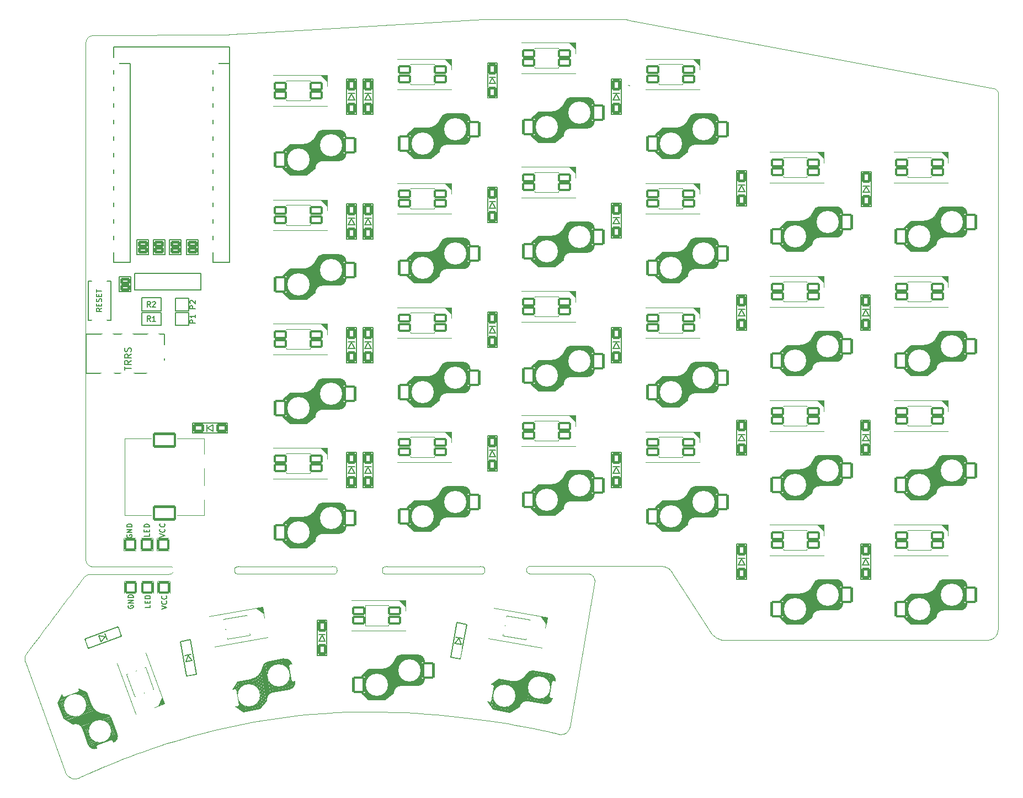
<source format=gto>
%TF.GenerationSoftware,KiCad,Pcbnew,(6.0.0)*%
%TF.CreationDate,2022-08-16T23:55:00+02:00*%
%TF.ProjectId,SofleKeyboard,536f666c-654b-4657-9962-6f6172642e6b,rev?*%
%TF.SameCoordinates,Original*%
%TF.FileFunction,Legend,Top*%
%TF.FilePolarity,Positive*%
%FSLAX46Y46*%
G04 Gerber Fmt 4.6, Leading zero omitted, Abs format (unit mm)*
G04 Created by KiCad (PCBNEW (6.0.0)) date 2022-08-16 23:55:00*
%MOMM*%
%LPD*%
G01*
G04 APERTURE LIST*
G04 Aperture macros list*
%AMRoundRect*
0 Rectangle with rounded corners*
0 $1 Rounding radius*
0 $2 $3 $4 $5 $6 $7 $8 $9 X,Y pos of 4 corners*
0 Add a 4 corners polygon primitive as box body*
4,1,4,$2,$3,$4,$5,$6,$7,$8,$9,$2,$3,0*
0 Add four circle primitives for the rounded corners*
1,1,$1+$1,$2,$3*
1,1,$1+$1,$4,$5*
1,1,$1+$1,$6,$7*
1,1,$1+$1,$8,$9*
0 Add four rect primitives between the rounded corners*
20,1,$1+$1,$2,$3,$4,$5,0*
20,1,$1+$1,$4,$5,$6,$7,0*
20,1,$1+$1,$6,$7,$8,$9,0*
20,1,$1+$1,$8,$9,$2,$3,0*%
G04 Aperture macros list end*
%ADD10C,0.090000*%
%ADD11C,0.150000*%
%ADD12C,0.120000*%
%ADD13C,0.100000*%
%TA.AperFunction,Profile*%
%ADD14C,0.120000*%
%TD*%
%ADD15C,1.397000*%
%ADD16C,1.200000*%
%ADD17O,2.500000X1.700000*%
%ADD18C,1.524000*%
%ADD19C,1.700000*%
%ADD20C,1.752600*%
%ADD21C,0.200000*%
%ADD22C,1.187400*%
%ADD23C,4.400000*%
%ADD24C,1.797000*%
%ADD25C,1.600000*%
%ADD26O,2.900000X2.100000*%
%ADD27C,5.100000*%
%ADD28C,1.924000*%
%ADD29RoundRect,0.200000X0.571500X-0.317500X0.571500X0.317500X-0.571500X0.317500X-0.571500X-0.317500X0*%
%ADD30C,2.400000*%
%ADD31RoundRect,0.200000X-0.571500X0.317500X-0.571500X-0.317500X0.571500X-0.317500X0.571500X0.317500X0*%
%ADD32RoundRect,0.200000X-0.475000X0.650000X-0.475000X-0.650000X0.475000X-0.650000X0.475000X0.650000X0*%
%ADD33RoundRect,0.200000X-0.650000X-0.475000X0.650000X-0.475000X0.650000X0.475000X-0.650000X0.475000X0*%
%ADD34RoundRect,0.200000X0.448341X0.668667X-0.773260X0.224041X-0.448341X-0.668667X0.773260X-0.224041X0*%
%ADD35C,2.200000*%
%ADD36C,3.400000*%
%ADD37C,3.800000*%
%ADD38C,1.400000*%
%ADD39RoundRect,0.200000X0.850000X0.500000X-0.850000X0.500000X-0.850000X-0.500000X0.850000X-0.500000X0*%
%ADD40RoundRect,0.200000X0.800000X1.100000X-0.800000X1.100000X-0.800000X-1.100000X0.800000X-1.100000X0*%
%ADD41RoundRect,0.200000X0.760563X-0.627729X0.179129X0.969749X-0.760563X0.627729X-0.179129X-0.969749X0*%
%ADD42RoundRect,0.200000X1.307278X-0.375532X0.760046X1.127976X-1.307278X0.375532X-0.760046X-1.127976X0*%
%ADD43RoundRect,0.200000X-1.600000X-1.000000X1.600000X-1.000000X1.600000X1.000000X-1.600000X1.000000X0*%
%ADD44RoundRect,0.200000X0.750263X0.640005X-0.923911X0.344803X-0.750263X-0.640005X0.923911X-0.344803X0*%
%ADD45RoundRect,0.200000X0.596833X1.222207X-0.978859X0.944370X-0.596833X-1.222207X0.978859X-0.944370X0*%
%ADD46RoundRect,0.200000X0.923911X0.344803X-0.750263X0.640005X-0.923911X-0.344803X0.750263X-0.640005X0*%
%ADD47RoundRect,0.200000X0.978859X0.944370X-0.596833X1.222207X-0.978859X-0.944370X0.596833X-1.222207X0*%
%ADD48RoundRect,0.200000X-0.580655X0.557642X-0.354912X-0.722608X0.580655X-0.557642X0.354912X0.722608X0*%
%ADD49RoundRect,0.200000X-0.354912X0.722608X-0.580655X-0.557642X0.354912X-0.722608X0.580655X0.557642X0*%
%ADD50C,0.793700*%
%ADD51C,2.100000*%
%ADD52O,2.100000X2.100000*%
%ADD53C,2.152600*%
%ADD54RoundRect,0.200000X-0.762000X-0.762000X0.762000X-0.762000X0.762000X0.762000X-0.762000X0.762000X0*%
%ADD55RoundRect,0.200000X-0.762000X0.762000X-0.762000X-0.762000X0.762000X-0.762000X0.762000X0.762000X0*%
G04 APERTURE END LIST*
D10*
X87912739Y-117125430D02*
X87918440Y-117242752D01*
X87935201Y-117356250D01*
X87962504Y-117465408D01*
X87999832Y-117569708D01*
X88046669Y-117668634D01*
X88102497Y-117761669D01*
X88166800Y-117848297D01*
X88239062Y-117928000D01*
X88318765Y-118000261D01*
X88405392Y-118064564D01*
X88498427Y-118120393D01*
X88597353Y-118167229D01*
X88701654Y-118204557D01*
X88810811Y-118231860D01*
X88924310Y-118248621D01*
X89041632Y-118254323D01*
X162218324Y-142790013D02*
X166017748Y-120476819D01*
X78634688Y-132859332D02*
X84773030Y-149722105D01*
X149147912Y-118805741D02*
X149141400Y-118928748D01*
X149122280Y-119034082D01*
X149091172Y-119123086D01*
X149023386Y-119228913D01*
X148932113Y-119305557D01*
X148819447Y-119357550D01*
X148687479Y-119389429D01*
X148589812Y-119401745D01*
X148485116Y-119408481D01*
X148374012Y-119410979D01*
X148257121Y-119410583D01*
X148135061Y-119408637D01*
X148008454Y-119406484D01*
X147877920Y-119405468D01*
X177906363Y-119171537D02*
X183621346Y-128096832D01*
X171122432Y-34462538D02*
X170780248Y-34399041D01*
X89041632Y-118254323D02*
X100076532Y-118254323D01*
X183621346Y-128096832D02*
X183713071Y-128235064D01*
X183806789Y-128364219D01*
X183902180Y-128484606D01*
X183998920Y-128596530D01*
X184096688Y-128700300D01*
X184195163Y-128796223D01*
X184294023Y-128884606D01*
X184392946Y-128965758D01*
X184491611Y-129039985D01*
X184589695Y-129107595D01*
X184686878Y-129168895D01*
X184782837Y-129224193D01*
X184877251Y-129273797D01*
X184969798Y-129318013D01*
X185060156Y-129357150D01*
X185148004Y-129391514D01*
X185233021Y-129421414D01*
X185393271Y-129469049D01*
X185538333Y-129502514D01*
X185665634Y-129524269D01*
X185772600Y-129536775D01*
X185889292Y-129543569D01*
X185949692Y-129543212D01*
X87912739Y-92787294D02*
X87912739Y-117125430D01*
X101346523Y-118818759D02*
X101340011Y-118941766D01*
X101320891Y-119047099D01*
X101289783Y-119136104D01*
X101221997Y-119241931D01*
X101130724Y-119318574D01*
X101018058Y-119370567D01*
X100886091Y-119402446D01*
X100788423Y-119414762D01*
X100683727Y-119421498D01*
X100572624Y-119423996D01*
X100455732Y-119423600D01*
X100333673Y-119421654D01*
X100207066Y-119419501D01*
X100076532Y-119418485D01*
X87595252Y-119947652D02*
X87535762Y-120017108D01*
X87524692Y-120053481D01*
X185949692Y-129543212D02*
X186059451Y-129543212D01*
X186379631Y-129543212D01*
X186896581Y-129543212D01*
X187596653Y-129543212D01*
X188466198Y-129543212D01*
X189491567Y-129543212D01*
X190659111Y-129543212D01*
X191955180Y-129543212D01*
X193366126Y-129543212D01*
X194878299Y-129543212D01*
X196478052Y-129543212D01*
X198151733Y-129543212D01*
X199885696Y-129543212D01*
X201666289Y-129543212D01*
X203479866Y-129543212D01*
X205312775Y-129543212D01*
X207151369Y-129543212D01*
X208981999Y-129543212D01*
X210791015Y-129543212D01*
X212564768Y-129543212D01*
X214289609Y-129543212D01*
X215951890Y-129543212D01*
X217537961Y-129543212D01*
X219034173Y-129543212D01*
X220426877Y-129543212D01*
X221702424Y-129543212D01*
X222847166Y-129543212D01*
X223847452Y-129543212D01*
X224689634Y-129543212D01*
X225360064Y-129543212D01*
X225845091Y-129543212D01*
X226131068Y-129543212D01*
X89178556Y-36824266D02*
X89056504Y-36825153D01*
X162207752Y-142842938D02*
X162218324Y-142790013D01*
X156831401Y-119347926D02*
X156700866Y-119348942D01*
X156574259Y-119351096D01*
X156452199Y-119353043D01*
X156335308Y-119353440D01*
X156224204Y-119350944D01*
X156119508Y-119344210D01*
X156021841Y-119331895D01*
X155931821Y-119312656D01*
X155812488Y-119267874D01*
X155713852Y-119199954D01*
X155638005Y-119104361D01*
X155587040Y-118976561D01*
X155567920Y-118871227D01*
X155561409Y-118748221D01*
X78811077Y-131624609D02*
X78749822Y-131718793D01*
X78698077Y-131815873D01*
X78655426Y-131915436D01*
X78621456Y-132017067D01*
X78595755Y-132120353D01*
X78577909Y-132224878D01*
X78567504Y-132330230D01*
X78564128Y-132435994D01*
X171390546Y-44486572D02*
X171122432Y-44437178D01*
X134684023Y-119405468D02*
X134553488Y-119406484D01*
X134426881Y-119408637D01*
X134304822Y-119410583D01*
X134187930Y-119410979D01*
X134076826Y-119408481D01*
X133972131Y-119401745D01*
X133874463Y-119389429D01*
X133784444Y-119370188D01*
X133665111Y-119325403D01*
X133566475Y-119257480D01*
X133490628Y-119161884D01*
X133439663Y-119034082D01*
X133420543Y-118928748D01*
X133414032Y-118805741D01*
X134684023Y-118241305D02*
X147877920Y-118241305D01*
X110737466Y-118805741D02*
X110743977Y-118683130D01*
X110763097Y-118578916D01*
X110794205Y-118491652D01*
X110861991Y-118389372D01*
X110953264Y-118317091D01*
X111065930Y-118269925D01*
X111197897Y-118242989D01*
X111295565Y-118233861D01*
X111400261Y-118230106D01*
X111511364Y-118230279D01*
X111628256Y-118232932D01*
X111750315Y-118236619D01*
X111876922Y-118239892D01*
X112007457Y-118241305D01*
X227965517Y-45793759D02*
X227956404Y-45661770D01*
X227930652Y-45543165D01*
X227890638Y-45437272D01*
X227838738Y-45343419D01*
X227777329Y-45260935D01*
X227708789Y-45189148D01*
X227635495Y-45127386D01*
X227559824Y-45074977D01*
X227447060Y-45012431D01*
X227342319Y-44967152D01*
X227253623Y-44936872D01*
X227163244Y-44913579D01*
X227154132Y-44911814D01*
X100076532Y-119418485D02*
X88583026Y-119418485D01*
X88582137Y-129391746D02*
X88582137Y-129391746D01*
X112066611Y-36536873D02*
X111950673Y-36546557D01*
X111815190Y-36557650D01*
X111636418Y-36572012D01*
X111532766Y-36580207D01*
X111420651Y-36588967D01*
X111300860Y-36598206D01*
X111174180Y-36607841D01*
X111041396Y-36617787D01*
X110903296Y-36627959D01*
X110760666Y-36638274D01*
X110614292Y-36648647D01*
X110464961Y-36658994D01*
X110313460Y-36669231D01*
X110160574Y-36679272D01*
X110007091Y-36689034D01*
X109853796Y-36698433D01*
X109701476Y-36707384D01*
X109550919Y-36715803D01*
X109402909Y-36723605D01*
X109258234Y-36730706D01*
X109117680Y-36737023D01*
X108982034Y-36742470D01*
X108852082Y-36746963D01*
X108728611Y-36750418D01*
X108612406Y-36752750D01*
X108504255Y-36753876D01*
X108404945Y-36753711D01*
X125201355Y-119405468D02*
X112007457Y-119405468D01*
X133414032Y-118805741D02*
X133420543Y-118683130D01*
X133439663Y-118578916D01*
X133470771Y-118491652D01*
X133538557Y-118389372D01*
X133629829Y-118317091D01*
X133742496Y-118269925D01*
X133874463Y-118242989D01*
X133972131Y-118233861D01*
X134076826Y-118230106D01*
X134187930Y-118230279D01*
X134304822Y-118232932D01*
X134426881Y-118236619D01*
X134553488Y-118239892D01*
X134684023Y-118241305D01*
X126471346Y-118805741D02*
X126464834Y-118928748D01*
X126445714Y-119034082D01*
X126414606Y-119123086D01*
X126346820Y-119228913D01*
X126255547Y-119305557D01*
X126142881Y-119357550D01*
X126010914Y-119389429D01*
X125913246Y-119401745D01*
X125808550Y-119408481D01*
X125697447Y-119410979D01*
X125580555Y-119410583D01*
X125458496Y-119408637D01*
X125331889Y-119406484D01*
X125201355Y-119405468D01*
X164888855Y-119347926D02*
X156831401Y-119347926D01*
X155561409Y-118748221D02*
X155567920Y-118625609D01*
X155587040Y-118521395D01*
X155618148Y-118434130D01*
X155685934Y-118331848D01*
X155777207Y-118259564D01*
X155889873Y-118212394D01*
X156021841Y-118185456D01*
X156119508Y-118176325D01*
X156224204Y-118172569D01*
X156335308Y-118172740D01*
X156452199Y-118175392D01*
X156574259Y-118179078D01*
X156700866Y-118182350D01*
X156831401Y-118183763D01*
X84773030Y-149722105D02*
X84813402Y-149817302D01*
X84853425Y-149898247D01*
X84908021Y-149996013D01*
X84977810Y-150105483D01*
X85063411Y-150221543D01*
X85165446Y-150339075D01*
X85284533Y-150452963D01*
X85421294Y-150558093D01*
X85576348Y-150649347D01*
X85660928Y-150688173D01*
X85750315Y-150721611D01*
X85844585Y-150749022D01*
X85943816Y-150769767D01*
X86048085Y-150783206D01*
X86157470Y-150788700D01*
X86272048Y-150785609D01*
X86391897Y-150773294D01*
X86517095Y-150751115D01*
X86647718Y-150718433D01*
X86783846Y-150674609D01*
X227965517Y-127355985D02*
X227965517Y-127124113D01*
X227965517Y-126448142D01*
X227965517Y-125357531D01*
X227965517Y-123881744D01*
X227965517Y-122050242D01*
X227965517Y-119892487D01*
X227965517Y-117437942D01*
X227965517Y-114716068D01*
X227965517Y-111756328D01*
X227965517Y-108588183D01*
X227965517Y-105241095D01*
X227965517Y-101744527D01*
X227965517Y-98127940D01*
X227965517Y-94420797D01*
X227965517Y-90652559D01*
X227965517Y-86852689D01*
X227965517Y-83050648D01*
X227965517Y-79275899D01*
X227965517Y-75557904D01*
X227965517Y-71926124D01*
X227965517Y-68410021D01*
X227965517Y-65039059D01*
X227965517Y-61842698D01*
X227965517Y-58850401D01*
X227965517Y-56091629D01*
X227965517Y-53595845D01*
X227965517Y-51392511D01*
X227965517Y-49511089D01*
X227965517Y-47981041D01*
X227965517Y-46831828D01*
X227965517Y-46092913D01*
X227965517Y-45793759D01*
X166017748Y-120476819D02*
X166012046Y-120359496D01*
X165995285Y-120245998D01*
X165967982Y-120136840D01*
X165930654Y-120032540D01*
X165883817Y-119933614D01*
X165827989Y-119840579D01*
X165763686Y-119753951D01*
X165691424Y-119674249D01*
X165611721Y-119601987D01*
X165525094Y-119537684D01*
X165432059Y-119481855D01*
X165333133Y-119435019D01*
X165228832Y-119397691D01*
X165119675Y-119370388D01*
X165006176Y-119353627D01*
X164888855Y-119347926D01*
X112007457Y-118241305D02*
X125201355Y-118241305D01*
X148943295Y-34399041D02*
X112066611Y-36536873D01*
X160584961Y-143971832D02*
X160707512Y-143985550D01*
X160843696Y-143988833D01*
X160954531Y-143983421D01*
X161077485Y-143968733D01*
X161209198Y-143942030D01*
X161346312Y-143900574D01*
X161485467Y-143841625D01*
X161623304Y-143762446D01*
X161756464Y-143660296D01*
X161881589Y-143532438D01*
X161940089Y-143458012D01*
X161995320Y-143376132D01*
X162046862Y-143286456D01*
X162094297Y-143188640D01*
X162137203Y-143082344D01*
X162175161Y-142967224D01*
X162207752Y-142842938D01*
X108404945Y-36753711D02*
X89178556Y-36824266D01*
X122590790Y-140902661D02*
X124437918Y-140759377D01*
X126273097Y-140652261D01*
X128093264Y-140579238D01*
X129895357Y-140538236D01*
X131676314Y-140527180D01*
X133433074Y-140543997D01*
X135162575Y-140586614D01*
X136861754Y-140652957D01*
X138527550Y-140740952D01*
X140156902Y-140848527D01*
X141746747Y-140973606D01*
X143294023Y-141114118D01*
X144795670Y-141267988D01*
X146248624Y-141433143D01*
X147649824Y-141607509D01*
X148996209Y-141789014D01*
X150284715Y-141975582D01*
X151512283Y-142165141D01*
X152675849Y-142355618D01*
X153772352Y-142544938D01*
X154798730Y-142731029D01*
X155751921Y-142911816D01*
X156628864Y-143085226D01*
X157426496Y-143249186D01*
X158141756Y-143401623D01*
X158771582Y-143540461D01*
X159312913Y-143663629D01*
X159762685Y-143769053D01*
X160117838Y-143854658D01*
X160375309Y-143918372D01*
X160532037Y-143958121D01*
X160584961Y-143971832D01*
X125201355Y-118241305D02*
X125331889Y-118239892D01*
X125458496Y-118236619D01*
X125580555Y-118232932D01*
X125697447Y-118230279D01*
X125808550Y-118230106D01*
X125913246Y-118233861D01*
X126010914Y-118242989D01*
X126100933Y-118258939D01*
X126220266Y-118298820D01*
X126318902Y-118362187D01*
X126394749Y-118453924D01*
X126445714Y-118578916D01*
X126464834Y-118683130D01*
X126471346Y-118805741D01*
X78564128Y-132435994D02*
X78568824Y-132528592D01*
X78581435Y-132621195D01*
X78599743Y-132713802D01*
X78621530Y-132806412D01*
X78634688Y-132859332D01*
X147877920Y-119405468D02*
X134684023Y-119405468D01*
X87524692Y-120053481D02*
X87427221Y-120183042D01*
X87310140Y-120338667D01*
X87151725Y-120549230D01*
X86955146Y-120810514D01*
X86723576Y-121118300D01*
X86460187Y-121468370D01*
X86168149Y-121856507D01*
X85850634Y-122278491D01*
X85510815Y-122730106D01*
X85151863Y-123207132D01*
X84776949Y-123705353D01*
X84389245Y-124220549D01*
X83991923Y-124748503D01*
X83588154Y-125284996D01*
X83181110Y-125825811D01*
X82773963Y-126366729D01*
X82369884Y-126903532D01*
X81972045Y-127432003D01*
X81583618Y-127947923D01*
X81207774Y-128447074D01*
X80847685Y-128925238D01*
X80506522Y-129378196D01*
X80187458Y-129801732D01*
X79893663Y-130191626D01*
X79628311Y-130543661D01*
X79394571Y-130853618D01*
X79195616Y-131117280D01*
X79034617Y-131330427D01*
X78914747Y-131488844D01*
X78839176Y-131588310D01*
X78811077Y-131624609D01*
X147877920Y-118241305D02*
X148008454Y-118239892D01*
X148135061Y-118236619D01*
X148257121Y-118232932D01*
X148374012Y-118230279D01*
X148485116Y-118230106D01*
X148589812Y-118233861D01*
X148687479Y-118242989D01*
X148777499Y-118258939D01*
X148896832Y-118298820D01*
X148995468Y-118362187D01*
X149071315Y-118453924D01*
X149122280Y-118578916D01*
X149141400Y-118683130D01*
X149147912Y-118805741D01*
X171122432Y-44437178D02*
X171215334Y-44453432D01*
X171309039Y-44470231D01*
X171390546Y-44486572D01*
X112007457Y-119405468D02*
X111876922Y-119406484D01*
X111750315Y-119408637D01*
X111628256Y-119410583D01*
X111511364Y-119410979D01*
X111400261Y-119408481D01*
X111295565Y-119401745D01*
X111197897Y-119389429D01*
X111107878Y-119370188D01*
X110988545Y-119325403D01*
X110889909Y-119257480D01*
X110814062Y-119161884D01*
X110763097Y-119034082D01*
X110743977Y-118928748D01*
X110737466Y-118805741D01*
X227154132Y-44911814D02*
X171390546Y-34511932D01*
X156831401Y-118183763D02*
X176283572Y-118219054D01*
X176283572Y-118219054D02*
X176387549Y-118221786D01*
X176487832Y-118229750D01*
X176584446Y-118242598D01*
X176677417Y-118259981D01*
X176766770Y-118281549D01*
X176934728Y-118335847D01*
X177088527Y-118402702D01*
X177228373Y-118479324D01*
X177354473Y-118562922D01*
X177467034Y-118650705D01*
X177566263Y-118739885D01*
X177652365Y-118827668D01*
X177725549Y-118911266D01*
X177786019Y-118987888D01*
X177853342Y-119083636D01*
X177900540Y-119160840D01*
X177906363Y-119171537D01*
X171390546Y-34511932D02*
X171122432Y-34462538D01*
X86783846Y-150674609D02*
X86982582Y-150595612D01*
X87253801Y-150479208D01*
X87596191Y-150327678D01*
X88008442Y-150143300D01*
X88489241Y-149928356D01*
X89037277Y-149685126D01*
X89651240Y-149415890D01*
X90329817Y-149122928D01*
X91071698Y-148808520D01*
X91875571Y-148474947D01*
X92740126Y-148124489D01*
X93664050Y-147759426D01*
X94646032Y-147382038D01*
X95684762Y-146994605D01*
X96778927Y-146599408D01*
X97927217Y-146198727D01*
X99128320Y-145794843D01*
X100380925Y-145390034D01*
X101683721Y-144986583D01*
X103035397Y-144586768D01*
X104434640Y-144192870D01*
X105880141Y-143807169D01*
X107370587Y-143431946D01*
X108904667Y-143069480D01*
X110481070Y-142722053D01*
X112098485Y-142391943D01*
X113755601Y-142081432D01*
X115451105Y-141792800D01*
X117183688Y-141528326D01*
X118952037Y-141290292D01*
X120754841Y-141080976D01*
X122590790Y-140902661D01*
X100076532Y-118254323D02*
X100207066Y-118252910D01*
X100333673Y-118249637D01*
X100455732Y-118245950D01*
X100572624Y-118243297D01*
X100683727Y-118243124D01*
X100788423Y-118246878D01*
X100886091Y-118256007D01*
X100976110Y-118271957D01*
X101095443Y-118311837D01*
X101194079Y-118375204D01*
X101269926Y-118466942D01*
X101320891Y-118591934D01*
X101340011Y-118696148D01*
X101346523Y-118818759D01*
X226131068Y-129543212D02*
X226307040Y-129536937D01*
X226471417Y-129518648D01*
X226624594Y-129489145D01*
X226766963Y-129449229D01*
X226898920Y-129399701D01*
X227020859Y-129341363D01*
X227133172Y-129275015D01*
X227236255Y-129201457D01*
X227330501Y-129121492D01*
X227416305Y-129035920D01*
X227494060Y-128945542D01*
X227564160Y-128851159D01*
X227627000Y-128753572D01*
X227682973Y-128653583D01*
X227732474Y-128551991D01*
X227775896Y-128449598D01*
X227813634Y-128347205D01*
X227846082Y-128245613D01*
X227873633Y-128145624D01*
X227896682Y-128048037D01*
X227915623Y-127953654D01*
X227930849Y-127863276D01*
X227951735Y-127697739D01*
X227962493Y-127557833D01*
X227966274Y-127449967D01*
X227965517Y-127355985D01*
X170780248Y-34399041D02*
X170643112Y-34386626D01*
X170395480Y-34375788D01*
X170044883Y-34366449D01*
X169598852Y-34358530D01*
X169064920Y-34351955D01*
X168450618Y-34346645D01*
X167763478Y-34342525D01*
X167011032Y-34339515D01*
X166200812Y-34337538D01*
X165340349Y-34336518D01*
X164437176Y-34336376D01*
X163498825Y-34337035D01*
X162532826Y-34338417D01*
X161546712Y-34340445D01*
X160548016Y-34343041D01*
X159544268Y-34346129D01*
X158543000Y-34349630D01*
X157551745Y-34353466D01*
X156578033Y-34357561D01*
X155629398Y-34361837D01*
X154713371Y-34366216D01*
X153837483Y-34370621D01*
X153009267Y-34374974D01*
X152236255Y-34379199D01*
X151525977Y-34383216D01*
X150885967Y-34386949D01*
X150323755Y-34390321D01*
X149846874Y-34393253D01*
X149462856Y-34395669D01*
X149179232Y-34397490D01*
X149003534Y-34398640D01*
X148943295Y-34399041D01*
X88583026Y-119418485D02*
X88474870Y-119432973D01*
X88368924Y-119456239D01*
X88265537Y-119487760D01*
X88165057Y-119527012D01*
X88067834Y-119573472D01*
X87974216Y-119626618D01*
X87884552Y-119685925D01*
X87799191Y-119750871D01*
X87718482Y-119820933D01*
X87642774Y-119895588D01*
X87595252Y-119947652D01*
X89056504Y-36825153D02*
X88939181Y-36830854D01*
X88825683Y-36847615D01*
X88716525Y-36874918D01*
X88612225Y-36912246D01*
X88513299Y-36959083D01*
X88420263Y-37014911D01*
X88333636Y-37079214D01*
X88253933Y-37151476D01*
X88181671Y-37231179D01*
X88117368Y-37317806D01*
X88061540Y-37410841D01*
X88014703Y-37509767D01*
X87977375Y-37614068D01*
X87950072Y-37723225D01*
X87933311Y-37836724D01*
X87927610Y-37954046D01*
X87927610Y-37954046D02*
X87912739Y-92787294D01*
D11*
X97864533Y-80667695D02*
X97593600Y-80280647D01*
X97400076Y-80667695D02*
X97400076Y-79854895D01*
X97709714Y-79854895D01*
X97787123Y-79893600D01*
X97825828Y-79932304D01*
X97864533Y-80009714D01*
X97864533Y-80125828D01*
X97825828Y-80203238D01*
X97787123Y-80241942D01*
X97709714Y-80280647D01*
X97400076Y-80280647D01*
X98638628Y-80667695D02*
X98174171Y-80667695D01*
X98406400Y-80667695D02*
X98406400Y-79854895D01*
X98328990Y-79971009D01*
X98251580Y-80048419D01*
X98174171Y-80087123D01*
X97864533Y-78467695D02*
X97593600Y-78080647D01*
X97400076Y-78467695D02*
X97400076Y-77654895D01*
X97709714Y-77654895D01*
X97787123Y-77693600D01*
X97825828Y-77732304D01*
X97864533Y-77809714D01*
X97864533Y-77925828D01*
X97825828Y-78003238D01*
X97787123Y-78041942D01*
X97709714Y-78080647D01*
X97400076Y-78080647D01*
X98174171Y-77732304D02*
X98212876Y-77693600D01*
X98290285Y-77654895D01*
X98483809Y-77654895D01*
X98561219Y-77693600D01*
X98599923Y-77732304D01*
X98638628Y-77809714D01*
X98638628Y-77887123D01*
X98599923Y-78003238D01*
X98135466Y-78467695D01*
X98638628Y-78467695D01*
X93902380Y-88161904D02*
X93902380Y-87590476D01*
X94902380Y-87876190D02*
X93902380Y-87876190D01*
X94902380Y-86685714D02*
X94426190Y-87019047D01*
X94902380Y-87257142D02*
X93902380Y-87257142D01*
X93902380Y-86876190D01*
X93950000Y-86780952D01*
X93997619Y-86733333D01*
X94092857Y-86685714D01*
X94235714Y-86685714D01*
X94330952Y-86733333D01*
X94378571Y-86780952D01*
X94426190Y-86876190D01*
X94426190Y-87257142D01*
X94902380Y-85685714D02*
X94426190Y-86019047D01*
X94902380Y-86257142D02*
X93902380Y-86257142D01*
X93902380Y-85876190D01*
X93950000Y-85780952D01*
X93997619Y-85733333D01*
X94092857Y-85685714D01*
X94235714Y-85685714D01*
X94330952Y-85733333D01*
X94378571Y-85780952D01*
X94426190Y-85876190D01*
X94426190Y-86257142D01*
X94854761Y-85304761D02*
X94902380Y-85161904D01*
X94902380Y-84923809D01*
X94854761Y-84828571D01*
X94807142Y-84780952D01*
X94711904Y-84733333D01*
X94616666Y-84733333D01*
X94521428Y-84780952D01*
X94473809Y-84828571D01*
X94426190Y-84923809D01*
X94378571Y-85114285D01*
X94330952Y-85209523D01*
X94283333Y-85257142D01*
X94188095Y-85304761D01*
X94092857Y-85304761D01*
X93997619Y-85257142D01*
X93950000Y-85209523D01*
X93902380Y-85114285D01*
X93902380Y-84876190D01*
X93950000Y-84733333D01*
X104739639Y-80899923D02*
X103926839Y-80899923D01*
X103926839Y-80590285D01*
X103965544Y-80512876D01*
X104004248Y-80474171D01*
X104081658Y-80435466D01*
X104197772Y-80435466D01*
X104275182Y-80474171D01*
X104313886Y-80512876D01*
X104352591Y-80590285D01*
X104352591Y-80899923D01*
X104739639Y-79661371D02*
X104739639Y-80125828D01*
X104739639Y-79893600D02*
X103926839Y-79893600D01*
X104042953Y-79971009D01*
X104120363Y-80048419D01*
X104159067Y-80125828D01*
X104739639Y-78699923D02*
X103926839Y-78699923D01*
X103926839Y-78390285D01*
X103965544Y-78312876D01*
X104004248Y-78274171D01*
X104081658Y-78235466D01*
X104197772Y-78235466D01*
X104275182Y-78274171D01*
X104313886Y-78312876D01*
X104352591Y-78390285D01*
X104352591Y-78699923D01*
X104004248Y-77925828D02*
X103965544Y-77887123D01*
X103926839Y-77809714D01*
X103926839Y-77616190D01*
X103965544Y-77538780D01*
X104004248Y-77500076D01*
X104081658Y-77461371D01*
X104159067Y-77461371D01*
X104275182Y-77500076D01*
X104739639Y-77964533D01*
X104739639Y-77461371D01*
X90361904Y-78661904D02*
X89980952Y-78928571D01*
X90361904Y-79119047D02*
X89561904Y-79119047D01*
X89561904Y-78814285D01*
X89600000Y-78738095D01*
X89638095Y-78700000D01*
X89714285Y-78661904D01*
X89828571Y-78661904D01*
X89904761Y-78700000D01*
X89942857Y-78738095D01*
X89980952Y-78814285D01*
X89980952Y-79119047D01*
X89942857Y-78319047D02*
X89942857Y-78052380D01*
X90361904Y-77938095D02*
X90361904Y-78319047D01*
X89561904Y-78319047D01*
X89561904Y-77938095D01*
X90323809Y-77633333D02*
X90361904Y-77519047D01*
X90361904Y-77328571D01*
X90323809Y-77252380D01*
X90285714Y-77214285D01*
X90209523Y-77176190D01*
X90133333Y-77176190D01*
X90057142Y-77214285D01*
X90019047Y-77252380D01*
X89980952Y-77328571D01*
X89942857Y-77480952D01*
X89904761Y-77557142D01*
X89866666Y-77595238D01*
X89790476Y-77633333D01*
X89714285Y-77633333D01*
X89638095Y-77595238D01*
X89600000Y-77557142D01*
X89561904Y-77480952D01*
X89561904Y-77290476D01*
X89600000Y-77176190D01*
X89942857Y-76833333D02*
X89942857Y-76566666D01*
X90361904Y-76452380D02*
X90361904Y-76833333D01*
X89561904Y-76833333D01*
X89561904Y-76452380D01*
X89561904Y-76223809D02*
X89561904Y-75766666D01*
X90361904Y-75995238D02*
X89561904Y-75995238D01*
X99291024Y-113759306D02*
X100091024Y-113492640D01*
X99291024Y-113225973D01*
X100014834Y-112502163D02*
X100052929Y-112540259D01*
X100091024Y-112654544D01*
X100091024Y-112730735D01*
X100052929Y-112845020D01*
X99976739Y-112921211D01*
X99900548Y-112959306D01*
X99748167Y-112997401D01*
X99633881Y-112997401D01*
X99481500Y-112959306D01*
X99405310Y-112921211D01*
X99329120Y-112845020D01*
X99291024Y-112730735D01*
X99291024Y-112654544D01*
X99329120Y-112540259D01*
X99367215Y-112502163D01*
X100014834Y-111702163D02*
X100052929Y-111740259D01*
X100091024Y-111854544D01*
X100091024Y-111930735D01*
X100052929Y-112045020D01*
X99976739Y-112121211D01*
X99900548Y-112159306D01*
X99748167Y-112197401D01*
X99633881Y-112197401D01*
X99481500Y-112159306D01*
X99405310Y-112121211D01*
X99329120Y-112045020D01*
X99291024Y-111930735D01*
X99291024Y-111854544D01*
X99329120Y-111740259D01*
X99367215Y-111702163D01*
X97691024Y-113206925D02*
X97691024Y-113587878D01*
X96891024Y-113587878D01*
X97271977Y-112940259D02*
X97271977Y-112673592D01*
X97691024Y-112559306D02*
X97691024Y-112940259D01*
X96891024Y-112940259D01*
X96891024Y-112559306D01*
X97691024Y-112216449D02*
X96891024Y-112216449D01*
X96891024Y-112025973D01*
X96929120Y-111911687D01*
X97005310Y-111835497D01*
X97081500Y-111797401D01*
X97233881Y-111759306D01*
X97348167Y-111759306D01*
X97500548Y-111797401D01*
X97576739Y-111835497D01*
X97652929Y-111911687D01*
X97691024Y-112025973D01*
X97691024Y-112216449D01*
X94289120Y-113402163D02*
X94251024Y-113478354D01*
X94251024Y-113592640D01*
X94289120Y-113706925D01*
X94365310Y-113783116D01*
X94441500Y-113821211D01*
X94593881Y-113859306D01*
X94708167Y-113859306D01*
X94860548Y-113821211D01*
X94936739Y-113783116D01*
X95012929Y-113706925D01*
X95051024Y-113592640D01*
X95051024Y-113516449D01*
X95012929Y-113402163D01*
X94974834Y-113364068D01*
X94708167Y-113364068D01*
X94708167Y-113516449D01*
X95051024Y-113021211D02*
X94251024Y-113021211D01*
X95051024Y-112564068D01*
X94251024Y-112564068D01*
X95051024Y-112183116D02*
X94251024Y-112183116D01*
X94251024Y-111992640D01*
X94289120Y-111878354D01*
X94365310Y-111802163D01*
X94441500Y-111764068D01*
X94593881Y-111725973D01*
X94708167Y-111725973D01*
X94860548Y-111764068D01*
X94936739Y-111802163D01*
X95012929Y-111878354D01*
X95051024Y-111992640D01*
X95051024Y-112183116D01*
X99551024Y-124809306D02*
X100351024Y-124542640D01*
X99551024Y-124275973D01*
X100274834Y-123552163D02*
X100312929Y-123590259D01*
X100351024Y-123704544D01*
X100351024Y-123780735D01*
X100312929Y-123895020D01*
X100236739Y-123971211D01*
X100160548Y-124009306D01*
X100008167Y-124047401D01*
X99893881Y-124047401D01*
X99741500Y-124009306D01*
X99665310Y-123971211D01*
X99589120Y-123895020D01*
X99551024Y-123780735D01*
X99551024Y-123704544D01*
X99589120Y-123590259D01*
X99627215Y-123552163D01*
X100274834Y-122752163D02*
X100312929Y-122790259D01*
X100351024Y-122904544D01*
X100351024Y-122980735D01*
X100312929Y-123095020D01*
X100236739Y-123171211D01*
X100160548Y-123209306D01*
X100008167Y-123247401D01*
X99893881Y-123247401D01*
X99741500Y-123209306D01*
X99665310Y-123171211D01*
X99589120Y-123095020D01*
X99551024Y-122980735D01*
X99551024Y-122904544D01*
X99589120Y-122790259D01*
X99627215Y-122752163D01*
X97831024Y-124166925D02*
X97831024Y-124547878D01*
X97031024Y-124547878D01*
X97411977Y-123900259D02*
X97411977Y-123633592D01*
X97831024Y-123519306D02*
X97831024Y-123900259D01*
X97031024Y-123900259D01*
X97031024Y-123519306D01*
X97831024Y-123176449D02*
X97031024Y-123176449D01*
X97031024Y-122985973D01*
X97069120Y-122871687D01*
X97145310Y-122795497D01*
X97221500Y-122757401D01*
X97373881Y-122719306D01*
X97488167Y-122719306D01*
X97640548Y-122757401D01*
X97716739Y-122795497D01*
X97792929Y-122871687D01*
X97831024Y-122985973D01*
X97831024Y-123176449D01*
X94469120Y-124242163D02*
X94431024Y-124318354D01*
X94431024Y-124432640D01*
X94469120Y-124546925D01*
X94545310Y-124623116D01*
X94621500Y-124661211D01*
X94773881Y-124699306D01*
X94888167Y-124699306D01*
X95040548Y-124661211D01*
X95116739Y-124623116D01*
X95192929Y-124546925D01*
X95231024Y-124432640D01*
X95231024Y-124356449D01*
X95192929Y-124242163D01*
X95154834Y-124204068D01*
X94888167Y-124204068D01*
X94888167Y-124356449D01*
X95231024Y-123861211D02*
X94431024Y-123861211D01*
X95231024Y-123404068D01*
X94431024Y-123404068D01*
X95231024Y-123023116D02*
X94431024Y-123023116D01*
X94431024Y-122832640D01*
X94469120Y-122718354D01*
X94545310Y-122642163D01*
X94621500Y-122604068D01*
X94773881Y-122565973D01*
X94888167Y-122565973D01*
X95040548Y-122604068D01*
X95116739Y-122642163D01*
X95192929Y-122718354D01*
X95231024Y-122832640D01*
X95231024Y-123023116D01*
X96538132Y-81312725D02*
X99540412Y-81312725D01*
X99540412Y-81312725D02*
X99540412Y-79311205D01*
X99540412Y-79311205D02*
X96538132Y-79311205D01*
X96538132Y-79311205D02*
X96538132Y-81312725D01*
X96538132Y-79062725D02*
X99540412Y-79062725D01*
X99540412Y-79062725D02*
X99540412Y-77061205D01*
X96538132Y-77061205D02*
X96538132Y-79062725D01*
X99540412Y-77061205D02*
X96538132Y-77061205D01*
X88000000Y-88650000D02*
X88000000Y-82650000D01*
X100000000Y-82650000D02*
X100000000Y-88650000D01*
X100000000Y-88650000D02*
X88000000Y-88650000D01*
X88000000Y-82650000D02*
X100000000Y-82650000D01*
X103700000Y-81300000D02*
X103700000Y-79300000D01*
X103700000Y-79300000D02*
X101700000Y-79300000D01*
X101700000Y-79300000D02*
X101700000Y-81300000D01*
X101700000Y-81300000D02*
X103700000Y-81300000D01*
X101700000Y-77100000D02*
X101700000Y-79100000D01*
X103700000Y-77100000D02*
X101700000Y-77100000D01*
X103700000Y-79100000D02*
X103700000Y-77100000D01*
X101700000Y-79100000D02*
X103700000Y-79100000D01*
X92208815Y-38615745D02*
X92208815Y-71635745D01*
X107448815Y-71635745D02*
X109988815Y-71635745D01*
X109988815Y-71635745D02*
X109988815Y-41155745D01*
X94748815Y-41155745D02*
X92208815Y-41155745D01*
X92208815Y-71635745D02*
X94748815Y-71635745D01*
X109988815Y-38615745D02*
X92208815Y-38615745D01*
X109988815Y-41155745D02*
X107448815Y-41155745D01*
X107448815Y-41155745D02*
X107448815Y-71635745D01*
X92208815Y-41155745D02*
X92208815Y-71635745D01*
X109988815Y-71635745D02*
X109988815Y-38615745D01*
X94748815Y-71635745D02*
X94748815Y-41155745D01*
X103411000Y-70443000D02*
X103411000Y-68157000D01*
X103411000Y-68157000D02*
X105189000Y-68157000D01*
X105189000Y-68157000D02*
X105189000Y-70443000D01*
X105189000Y-70443000D02*
X103411000Y-70443000D01*
X102589000Y-70443000D02*
X100811000Y-70443000D01*
X100811000Y-70443000D02*
X100811000Y-68157000D01*
X102589000Y-68157000D02*
X102589000Y-70443000D01*
X100811000Y-68157000D02*
X102589000Y-68157000D01*
X98311000Y-68157000D02*
X100089000Y-68157000D01*
X100089000Y-68157000D02*
X100089000Y-70443000D01*
X98311000Y-70443000D02*
X98311000Y-68157000D01*
X100089000Y-70443000D02*
X98311000Y-70443000D01*
X91800000Y-80500000D02*
X91800000Y-74500000D01*
X88300000Y-74500000D02*
X88900000Y-74500000D01*
X88300000Y-74500000D02*
X88300000Y-80500000D01*
X91800000Y-74500000D02*
X91100000Y-74500000D01*
X88300000Y-80500000D02*
X88900000Y-80500000D01*
X91800000Y-80500000D02*
X91100000Y-80500000D01*
X93111000Y-76143000D02*
X93111000Y-73857000D01*
X94889000Y-76143000D02*
X93111000Y-76143000D01*
X94889000Y-73857000D02*
X94889000Y-76143000D01*
X93111000Y-73857000D02*
X94889000Y-73857000D01*
X127955000Y-43527000D02*
X127955000Y-48927000D01*
X129205000Y-45727000D02*
X128205000Y-45727000D01*
X128705000Y-45827000D02*
X129205000Y-46727000D01*
X129455000Y-48927000D02*
X129455000Y-43527000D01*
X129205000Y-46727000D02*
X128205000Y-46727000D01*
X129455000Y-48927000D02*
X127955000Y-48927000D01*
X129455000Y-43527000D02*
X127955000Y-43527000D01*
X128205000Y-46727000D02*
X128705000Y-45827000D01*
X131245000Y-45830000D02*
X131745000Y-46730000D01*
X131995000Y-48930000D02*
X131995000Y-43530000D01*
X131745000Y-46730000D02*
X130745000Y-46730000D01*
X130745000Y-46730000D02*
X131245000Y-45830000D01*
X131745000Y-45730000D02*
X130745000Y-45730000D01*
X131995000Y-43530000D02*
X130495000Y-43530000D01*
X130495000Y-43530000D02*
X130495000Y-48930000D01*
X131995000Y-48930000D02*
X130495000Y-48930000D01*
X150845000Y-43230000D02*
X149845000Y-43230000D01*
X151095000Y-41030000D02*
X149595000Y-41030000D01*
X151095000Y-46430000D02*
X149595000Y-46430000D01*
X150845000Y-44230000D02*
X149845000Y-44230000D01*
X151095000Y-46430000D02*
X151095000Y-41030000D01*
X149595000Y-41030000D02*
X149595000Y-46430000D01*
X150345000Y-43330000D02*
X150845000Y-44230000D01*
X149845000Y-44230000D02*
X150345000Y-43330000D01*
X170095000Y-48930000D02*
X170095000Y-43530000D01*
X169345000Y-45830000D02*
X169845000Y-46730000D01*
X170095000Y-43530000D02*
X168595000Y-43530000D01*
X168845000Y-46730000D02*
X169345000Y-45830000D01*
X168595000Y-43530000D02*
X168595000Y-48930000D01*
X169845000Y-46730000D02*
X168845000Y-46730000D01*
X169845000Y-45730000D02*
X168845000Y-45730000D01*
X170095000Y-48930000D02*
X168595000Y-48930000D01*
X189340120Y-62965640D02*
X187840120Y-62965640D01*
X187840120Y-57565640D02*
X187840120Y-62965640D01*
X188590120Y-59865640D02*
X189090120Y-60765640D01*
X189090120Y-59765640D02*
X188090120Y-59765640D01*
X188090120Y-60765640D02*
X188590120Y-59865640D01*
X189340120Y-62965640D02*
X189340120Y-57565640D01*
X189090120Y-60765640D02*
X188090120Y-60765640D01*
X189340120Y-57565640D02*
X187840120Y-57565640D01*
X208190120Y-59895640D02*
X207190120Y-59895640D01*
X206940120Y-57695640D02*
X206940120Y-63095640D01*
X207690120Y-59995640D02*
X208190120Y-60895640D01*
X208190120Y-60895640D02*
X207190120Y-60895640D01*
X208440120Y-63095640D02*
X208440120Y-57695640D01*
X207190120Y-60895640D02*
X207690120Y-59995640D01*
X208440120Y-63095640D02*
X206940120Y-63095640D01*
X208440120Y-57695640D02*
X206940120Y-57695640D01*
X129205000Y-84830000D02*
X128205000Y-84830000D01*
X127955000Y-81630000D02*
X127955000Y-87030000D01*
X128705000Y-83930000D02*
X129205000Y-84830000D01*
X128205000Y-84830000D02*
X128705000Y-83930000D01*
X129455000Y-87030000D02*
X129455000Y-81630000D01*
X129455000Y-87030000D02*
X127955000Y-87030000D01*
X129205000Y-83830000D02*
X128205000Y-83830000D01*
X129455000Y-81630000D02*
X127955000Y-81630000D01*
X128705000Y-103030000D02*
X129205000Y-103930000D01*
X129455000Y-100730000D02*
X127955000Y-100730000D01*
X128205000Y-103930000D02*
X128705000Y-103030000D01*
X129205000Y-102930000D02*
X128205000Y-102930000D01*
X129205000Y-103930000D02*
X128205000Y-103930000D01*
X129455000Y-106130000D02*
X129455000Y-100730000D01*
X127955000Y-100730000D02*
X127955000Y-106130000D01*
X129455000Y-106130000D02*
X127955000Y-106130000D01*
X109700000Y-96250000D02*
X109700000Y-97750000D01*
X104300000Y-96250000D02*
X104300000Y-97750000D01*
X106600000Y-97000000D02*
X107500000Y-96500000D01*
X107500000Y-96500000D02*
X107500000Y-97500000D01*
X107500000Y-97500000D02*
X106600000Y-97000000D01*
X106500000Y-96500000D02*
X106500000Y-97500000D01*
X104300000Y-97750000D02*
X109700000Y-97750000D01*
X109700000Y-96250000D02*
X104300000Y-96250000D01*
X91244034Y-129443427D02*
X90902014Y-128503735D01*
X92883833Y-127516367D02*
X87809493Y-129363276D01*
X90979055Y-129007783D02*
X90304342Y-129785447D01*
X90304342Y-129785447D02*
X89962322Y-128845755D01*
X88322523Y-130772815D02*
X87809493Y-129363276D01*
X88322523Y-130772815D02*
X93396863Y-128925906D01*
X93396863Y-128925906D02*
X92883833Y-127516367D01*
X89962322Y-128845755D02*
X90979055Y-129007783D01*
X126350000Y-51400000D02*
X126350000Y-56000000D01*
X121100000Y-53600000D02*
X121100000Y-58200000D01*
X121850000Y-53550000D02*
X121850000Y-58150000D01*
X125750000Y-51400000D02*
X125750000Y-56000000D01*
X118700000Y-54150000D02*
X118700000Y-57650000D01*
X123050000Y-52750000D02*
X123050000Y-57200000D01*
X119150000Y-53750000D02*
X119150000Y-58100000D01*
X120200000Y-53600000D02*
X120200000Y-58200000D01*
X118250000Y-57200000D02*
X119275000Y-58225000D01*
X121250000Y-53575000D02*
X119275000Y-53575000D01*
X121825000Y-58225000D02*
X123100000Y-57200000D01*
X119000000Y-53850000D02*
X119000000Y-57950000D01*
X123550000Y-51800000D02*
X123550000Y-56200000D01*
X124400000Y-51400000D02*
X124400000Y-55950000D01*
X121700000Y-53550000D02*
X121700000Y-58200000D01*
X124100000Y-51400000D02*
X124100000Y-56000000D01*
X121825000Y-58225000D02*
X119275000Y-58225000D01*
X126850000Y-56025000D02*
X124275000Y-56025000D01*
X119750000Y-53600000D02*
X119750000Y-58200000D01*
X127400000Y-51600000D02*
X127400000Y-55800000D01*
X125000000Y-51400000D02*
X125000000Y-56000000D01*
X121550000Y-53550000D02*
X121550000Y-58200000D01*
X126800000Y-51400000D02*
X126800000Y-56000000D01*
X123250000Y-52400000D02*
X123250000Y-56550000D01*
D12*
X116650000Y-42948460D02*
X124950000Y-42948460D01*
D11*
X125300000Y-51400000D02*
X125300000Y-56000000D01*
X127500000Y-51700000D02*
X127500000Y-55650000D01*
X119900000Y-53600000D02*
X119900000Y-58200000D01*
X122450000Y-53250000D02*
X122450000Y-57700000D01*
X124700000Y-51400000D02*
X124700000Y-56000000D01*
X118550000Y-54350000D02*
X118550000Y-57500000D01*
X127850000Y-55025000D02*
X127850000Y-52375000D01*
X118400000Y-54450000D02*
X118400000Y-57350000D01*
X126650000Y-51400000D02*
X126650000Y-56000000D01*
X125900000Y-51400000D02*
X125900000Y-56000000D01*
X127700000Y-51950000D02*
X127700000Y-55500000D01*
X127100000Y-51450000D02*
X127100000Y-55950000D01*
X124550000Y-51400000D02*
X124550000Y-56000000D01*
X127250000Y-51500000D02*
X127250000Y-55900000D01*
X118850000Y-54000000D02*
X118850000Y-57800000D01*
X122000000Y-53500000D02*
X122000000Y-58050000D01*
X120500000Y-53600000D02*
X120500000Y-58200000D01*
X126850000Y-51375000D02*
X124250000Y-51375000D01*
X118250000Y-54600000D02*
X119275000Y-53575000D01*
X126050000Y-51400000D02*
X126050000Y-56000000D01*
X120650000Y-53600000D02*
X120650000Y-58200000D01*
X119300000Y-53600000D02*
X119300000Y-58200000D01*
X123950000Y-51450000D02*
X123950000Y-56000000D01*
D12*
X124950000Y-42948460D02*
X124950000Y-44599460D01*
D11*
X125600000Y-51400000D02*
X125600000Y-56000000D01*
X127600000Y-51800000D02*
X127600000Y-55550000D01*
X124250000Y-51400000D02*
X124250000Y-56000000D01*
X119450000Y-53600000D02*
X119450000Y-58200000D01*
X122300000Y-53350000D02*
X122300000Y-57800000D01*
X123450000Y-52050000D02*
X123450000Y-56250000D01*
X118250000Y-57200000D02*
X118250000Y-54600000D01*
X123650000Y-51650000D02*
X123650000Y-56150000D01*
X122750000Y-53050000D02*
X122750000Y-57450000D01*
X124850000Y-51400000D02*
X124850000Y-56000000D01*
X126500000Y-51400000D02*
X126500000Y-56000000D01*
X121250000Y-53600000D02*
X121250000Y-58200000D01*
X122600000Y-53150000D02*
X122600000Y-57550000D01*
X123800000Y-51550000D02*
X123800000Y-56100000D01*
X121400000Y-53600000D02*
X121400000Y-58150000D01*
D12*
X124950000Y-47651000D02*
X116650000Y-47648460D01*
D11*
X126200000Y-51400000D02*
X126200000Y-56000000D01*
X125450000Y-51400000D02*
X125450000Y-56000000D01*
X125150000Y-51400000D02*
X125150000Y-56000000D01*
X126950000Y-51400000D02*
X126950000Y-55950000D01*
X123150000Y-52550000D02*
X123150000Y-56700000D01*
X120350000Y-53600000D02*
X120350000Y-58200000D01*
X122900000Y-52900000D02*
X122900000Y-57350000D01*
X123350000Y-52200000D02*
X123350000Y-56350000D01*
X120050000Y-53600000D02*
X120050000Y-58200000D01*
X119600000Y-53600000D02*
X119600000Y-58200000D01*
X120800000Y-53600000D02*
X120800000Y-58200000D01*
X120950000Y-53600000D02*
X120950000Y-58200000D01*
X122150000Y-53400000D02*
X122150000Y-57950000D01*
X124275000Y-56025000D02*
G75*
G03*
X123100000Y-57200000I2J-1175002D01*
G01*
X126850000Y-56025000D02*
G75*
G03*
X127850000Y-55025000I1J999999D01*
G01*
X124249005Y-51376209D02*
G75*
G03*
X123387801Y-52078096I38796J-926887D01*
G01*
X121250000Y-53575000D02*
G75*
G03*
X123387801Y-52078096I1J2274999D01*
G01*
X127850000Y-52375000D02*
G75*
G03*
X126850000Y-51375000I-999999J1D01*
G01*
D13*
X123942000Y-42951000D02*
X124950000Y-42948460D01*
X124950000Y-42948460D02*
X124950000Y-43964460D01*
X124950000Y-43964460D02*
X123942000Y-42951000D01*
G36*
X124950000Y-43964460D02*
G01*
X123942000Y-42951000D01*
X124950000Y-42948460D01*
X124950000Y-43964460D01*
G37*
X124950000Y-43964460D02*
X123942000Y-42951000D01*
X124950000Y-42948460D01*
X124950000Y-43964460D01*
D14*
X118750000Y-43751000D02*
X118750000Y-46851000D01*
X118750000Y-46851000D02*
X122350000Y-46851000D01*
X122350000Y-46851000D02*
X122350000Y-43751000D01*
X122350000Y-43751000D02*
X118750000Y-43751000D01*
D11*
X161900000Y-46550000D02*
X161900000Y-51100000D01*
X160100000Y-48500000D02*
X160100000Y-53050000D01*
D12*
X154750000Y-37948460D02*
X163050000Y-37948460D01*
D11*
X161650000Y-46800000D02*
X161650000Y-51200000D01*
X164000000Y-46400000D02*
X164000000Y-51000000D01*
X156500000Y-49450000D02*
X156500000Y-52350000D01*
X158150000Y-48600000D02*
X158150000Y-53200000D01*
X157400000Y-48600000D02*
X157400000Y-53200000D01*
X164750000Y-46400000D02*
X164750000Y-51000000D01*
X165500000Y-46600000D02*
X165500000Y-50800000D01*
X159950000Y-48550000D02*
X159950000Y-53150000D01*
X164150000Y-46400000D02*
X164150000Y-51000000D01*
X161350000Y-47400000D02*
X161350000Y-51550000D01*
X165950000Y-50025000D02*
X165950000Y-47375000D01*
X164950000Y-46375000D02*
X162350000Y-46375000D01*
X164450000Y-46400000D02*
X164450000Y-51000000D01*
X157550000Y-48600000D02*
X157550000Y-53200000D01*
X161550000Y-47050000D02*
X161550000Y-51250000D01*
X161750000Y-46650000D02*
X161750000Y-51150000D01*
X165700000Y-46800000D02*
X165700000Y-50550000D01*
X159500000Y-48600000D02*
X159500000Y-53150000D01*
X159050000Y-48600000D02*
X159050000Y-53200000D01*
X157700000Y-48600000D02*
X157700000Y-53200000D01*
X163100000Y-46400000D02*
X163100000Y-51000000D01*
X162950000Y-46400000D02*
X162950000Y-51000000D01*
X160700000Y-48150000D02*
X160700000Y-52550000D01*
X160400000Y-48350000D02*
X160400000Y-52800000D01*
X158600000Y-48600000D02*
X158600000Y-53200000D01*
X156650000Y-49350000D02*
X156650000Y-52500000D01*
X158000000Y-48600000D02*
X158000000Y-53200000D01*
X162500000Y-46400000D02*
X162500000Y-50950000D01*
X158750000Y-48600000D02*
X158750000Y-53200000D01*
X165800000Y-46950000D02*
X165800000Y-50500000D01*
X160550000Y-48250000D02*
X160550000Y-52700000D01*
X158450000Y-48600000D02*
X158450000Y-53200000D01*
X162800000Y-46400000D02*
X162800000Y-51000000D01*
X156950000Y-49000000D02*
X156950000Y-52800000D01*
X161000000Y-47900000D02*
X161000000Y-52350000D01*
X162200000Y-46400000D02*
X162200000Y-51000000D01*
X164900000Y-46400000D02*
X164900000Y-51000000D01*
X158300000Y-48600000D02*
X158300000Y-53200000D01*
X159925000Y-53225000D02*
X161200000Y-52200000D01*
X159925000Y-53225000D02*
X157375000Y-53225000D01*
X163550000Y-46400000D02*
X163550000Y-51000000D01*
X160250000Y-48400000D02*
X160250000Y-52950000D01*
X159800000Y-48550000D02*
X159800000Y-53200000D01*
X159350000Y-48575000D02*
X157375000Y-48575000D01*
X161250000Y-47550000D02*
X161250000Y-51700000D01*
X162350000Y-46400000D02*
X162350000Y-51000000D01*
D12*
X163050000Y-37948460D02*
X163050000Y-39599460D01*
D11*
X156800000Y-49150000D02*
X156800000Y-52650000D01*
X160850000Y-48050000D02*
X160850000Y-52450000D01*
X156350000Y-52200000D02*
X157375000Y-53225000D01*
X161150000Y-47750000D02*
X161150000Y-52200000D01*
X159350000Y-48600000D02*
X159350000Y-53200000D01*
X157250000Y-48750000D02*
X157250000Y-53100000D01*
X164950000Y-51025000D02*
X162375000Y-51025000D01*
X157100000Y-48850000D02*
X157100000Y-52950000D01*
X165200000Y-46450000D02*
X165200000Y-50950000D01*
X163250000Y-46400000D02*
X163250000Y-51000000D01*
X165600000Y-46700000D02*
X165600000Y-50650000D01*
D12*
X163050000Y-42651000D02*
X154750000Y-42648460D01*
D11*
X158900000Y-48600000D02*
X158900000Y-53200000D01*
X156350000Y-49600000D02*
X157375000Y-48575000D01*
X165050000Y-46400000D02*
X165050000Y-50950000D01*
X164300000Y-46400000D02*
X164300000Y-51000000D01*
X163700000Y-46400000D02*
X163700000Y-51000000D01*
X165350000Y-46500000D02*
X165350000Y-50900000D01*
X156350000Y-52200000D02*
X156350000Y-49600000D01*
X164600000Y-46400000D02*
X164600000Y-51000000D01*
X159200000Y-48600000D02*
X159200000Y-53200000D01*
X163850000Y-46400000D02*
X163850000Y-51000000D01*
X163400000Y-46400000D02*
X163400000Y-51000000D01*
X161450000Y-47200000D02*
X161450000Y-51350000D01*
X162050000Y-46450000D02*
X162050000Y-51000000D01*
X159650000Y-48550000D02*
X159650000Y-53200000D01*
X162650000Y-46400000D02*
X162650000Y-51000000D01*
X157850000Y-48600000D02*
X157850000Y-53200000D01*
X162349005Y-46376209D02*
G75*
G03*
X161487801Y-47078096I38796J-926887D01*
G01*
X164950000Y-51025000D02*
G75*
G03*
X165950000Y-50025000I1J999999D01*
G01*
X165950000Y-47375000D02*
G75*
G03*
X164950000Y-46375000I-999999J1D01*
G01*
X159350000Y-48575000D02*
G75*
G03*
X161487801Y-47078096I1J2274999D01*
G01*
X162375000Y-51025000D02*
G75*
G03*
X161200000Y-52200000I2J-1175002D01*
G01*
D13*
X162042000Y-37951000D02*
X163050000Y-37948460D01*
X163050000Y-37948460D02*
X163050000Y-38964460D01*
X163050000Y-38964460D02*
X162042000Y-37951000D01*
G36*
X163050000Y-38964460D02*
G01*
X162042000Y-37951000D01*
X163050000Y-37948460D01*
X163050000Y-38964460D01*
G37*
X163050000Y-38964460D02*
X162042000Y-37951000D01*
X163050000Y-37948460D01*
X163050000Y-38964460D01*
D14*
X156850000Y-38751000D02*
X156850000Y-41851000D01*
X156850000Y-41851000D02*
X160450000Y-41851000D01*
X160450000Y-41851000D02*
X160450000Y-38751000D01*
X160450000Y-38751000D02*
X156850000Y-38751000D01*
D11*
X118400000Y-92550000D02*
X118400000Y-95450000D01*
X120200000Y-91700000D02*
X120200000Y-96300000D01*
X122150000Y-91500000D02*
X122150000Y-96050000D01*
X122450000Y-91350000D02*
X122450000Y-95800000D01*
X127850000Y-93125000D02*
X127850000Y-90475000D01*
X121250000Y-91675000D02*
X119275000Y-91675000D01*
X126050000Y-89500000D02*
X126050000Y-94100000D01*
X124850000Y-89500000D02*
X124850000Y-94100000D01*
X118250000Y-95300000D02*
X118250000Y-92700000D01*
X125300000Y-89500000D02*
X125300000Y-94100000D01*
D12*
X116650000Y-81048460D02*
X124950000Y-81048460D01*
D11*
X124550000Y-89500000D02*
X124550000Y-94100000D01*
X120950000Y-91700000D02*
X120950000Y-96300000D01*
X119900000Y-91700000D02*
X119900000Y-96300000D01*
X121825000Y-96325000D02*
X119275000Y-96325000D01*
X126950000Y-89500000D02*
X126950000Y-94050000D01*
X123800000Y-89650000D02*
X123800000Y-94200000D01*
X120050000Y-91700000D02*
X120050000Y-96300000D01*
X125600000Y-89500000D02*
X125600000Y-94100000D01*
X126200000Y-89500000D02*
X126200000Y-94100000D01*
D12*
X124950000Y-85751000D02*
X116650000Y-85748460D01*
D11*
X125150000Y-89500000D02*
X125150000Y-94100000D01*
X123250000Y-90500000D02*
X123250000Y-94650000D01*
X125750000Y-89500000D02*
X125750000Y-94100000D01*
X123550000Y-89900000D02*
X123550000Y-94300000D01*
X127250000Y-89600000D02*
X127250000Y-94000000D01*
X123050000Y-90850000D02*
X123050000Y-95300000D01*
X121100000Y-91700000D02*
X121100000Y-96300000D01*
X123650000Y-89750000D02*
X123650000Y-94250000D01*
X120350000Y-91700000D02*
X120350000Y-96300000D01*
X119300000Y-91700000D02*
X119300000Y-96300000D01*
X127500000Y-89800000D02*
X127500000Y-93750000D01*
X125000000Y-89500000D02*
X125000000Y-94100000D01*
X121700000Y-91650000D02*
X121700000Y-96300000D01*
X122000000Y-91600000D02*
X122000000Y-96150000D01*
X124250000Y-89500000D02*
X124250000Y-94100000D01*
X122300000Y-91450000D02*
X122300000Y-95900000D01*
X122600000Y-91250000D02*
X122600000Y-95650000D01*
X119600000Y-91700000D02*
X119600000Y-96300000D01*
X118700000Y-92250000D02*
X118700000Y-95750000D01*
X125450000Y-89500000D02*
X125450000Y-94100000D01*
X127400000Y-89700000D02*
X127400000Y-93900000D01*
X127600000Y-89900000D02*
X127600000Y-93650000D01*
X119150000Y-91850000D02*
X119150000Y-96200000D01*
X123150000Y-90650000D02*
X123150000Y-94800000D01*
X126800000Y-89500000D02*
X126800000Y-94100000D01*
X119000000Y-91950000D02*
X119000000Y-96050000D01*
X126850000Y-94125000D02*
X124275000Y-94125000D01*
X122900000Y-91000000D02*
X122900000Y-95450000D01*
X125900000Y-89500000D02*
X125900000Y-94100000D01*
X121550000Y-91650000D02*
X121550000Y-96300000D01*
X121250000Y-91700000D02*
X121250000Y-96300000D01*
X126650000Y-89500000D02*
X126650000Y-94100000D01*
X124400000Y-89500000D02*
X124400000Y-94050000D01*
X123950000Y-89550000D02*
X123950000Y-94100000D01*
X120650000Y-91700000D02*
X120650000Y-96300000D01*
X118850000Y-92100000D02*
X118850000Y-95900000D01*
X120500000Y-91700000D02*
X120500000Y-96300000D01*
X126350000Y-89500000D02*
X126350000Y-94100000D01*
X118250000Y-92700000D02*
X119275000Y-91675000D01*
X121825000Y-96325000D02*
X123100000Y-95300000D01*
X119450000Y-91700000D02*
X119450000Y-96300000D01*
D12*
X124950000Y-81048460D02*
X124950000Y-82699460D01*
D11*
X127100000Y-89550000D02*
X127100000Y-94050000D01*
X118550000Y-92450000D02*
X118550000Y-95600000D01*
X118250000Y-95300000D02*
X119275000Y-96325000D01*
X119750000Y-91700000D02*
X119750000Y-96300000D01*
X126850000Y-89475000D02*
X124250000Y-89475000D01*
X123450000Y-90150000D02*
X123450000Y-94350000D01*
X123350000Y-90300000D02*
X123350000Y-94450000D01*
X122750000Y-91150000D02*
X122750000Y-95550000D01*
X120800000Y-91700000D02*
X120800000Y-96300000D01*
X124100000Y-89500000D02*
X124100000Y-94100000D01*
X121850000Y-91650000D02*
X121850000Y-96250000D01*
X126500000Y-89500000D02*
X126500000Y-94100000D01*
X121400000Y-91700000D02*
X121400000Y-96250000D01*
X127700000Y-90050000D02*
X127700000Y-93600000D01*
X124700000Y-89500000D02*
X124700000Y-94100000D01*
X126850000Y-94125000D02*
G75*
G03*
X127850000Y-93125000I1J999999D01*
G01*
X121250000Y-91675000D02*
G75*
G03*
X123387801Y-90178096I1J2274999D01*
G01*
X124275000Y-94125000D02*
G75*
G03*
X123100000Y-95300000I2J-1175002D01*
G01*
X127850000Y-90475000D02*
G75*
G03*
X126850000Y-89475000I-999999J1D01*
G01*
X124249005Y-89476209D02*
G75*
G03*
X123387801Y-90178096I38796J-926887D01*
G01*
D13*
X123942000Y-81051000D02*
X124950000Y-81048460D01*
X124950000Y-81048460D02*
X124950000Y-82064460D01*
X124950000Y-82064460D02*
X123942000Y-81051000D01*
G36*
X124950000Y-82064460D02*
G01*
X123942000Y-81051000D01*
X124950000Y-81048460D01*
X124950000Y-82064460D01*
G37*
X124950000Y-82064460D02*
X123942000Y-81051000D01*
X124950000Y-81048460D01*
X124950000Y-82064460D01*
D14*
X122350000Y-84951000D02*
X122350000Y-81851000D01*
X118750000Y-84951000D02*
X122350000Y-84951000D01*
X122350000Y-81851000D02*
X118750000Y-81851000D01*
X118750000Y-81851000D02*
X118750000Y-84951000D01*
D11*
X137450000Y-90050000D02*
X137450000Y-92950000D01*
X143600000Y-87000000D02*
X143600000Y-91600000D01*
X146900000Y-90625000D02*
X146900000Y-87975000D01*
X141950000Y-88500000D02*
X141950000Y-92950000D01*
X140600000Y-89150000D02*
X140600000Y-93800000D01*
X142600000Y-87400000D02*
X142600000Y-91800000D01*
X146650000Y-87400000D02*
X146650000Y-91150000D01*
X139400000Y-89200000D02*
X139400000Y-93800000D01*
X139850000Y-89200000D02*
X139850000Y-93800000D01*
X144350000Y-87000000D02*
X144350000Y-91600000D01*
X142700000Y-87250000D02*
X142700000Y-91750000D01*
X141200000Y-89000000D02*
X141200000Y-93550000D01*
X139100000Y-89200000D02*
X139100000Y-93800000D01*
X144500000Y-87000000D02*
X144500000Y-91600000D01*
X146550000Y-87300000D02*
X146550000Y-91250000D01*
X144050000Y-87000000D02*
X144050000Y-91600000D01*
X143450000Y-87000000D02*
X143450000Y-91550000D01*
X138200000Y-89350000D02*
X138200000Y-93700000D01*
X146450000Y-87200000D02*
X146450000Y-91400000D01*
X139250000Y-89200000D02*
X139250000Y-93800000D01*
X145900000Y-86975000D02*
X143300000Y-86975000D01*
X138800000Y-89200000D02*
X138800000Y-93800000D01*
X144650000Y-87000000D02*
X144650000Y-91600000D01*
X142100000Y-88350000D02*
X142100000Y-92800000D01*
X140300000Y-89200000D02*
X140300000Y-93800000D01*
X143900000Y-87000000D02*
X143900000Y-91600000D01*
X142300000Y-88000000D02*
X142300000Y-92150000D01*
D12*
X144000000Y-78548460D02*
X144000000Y-80199460D01*
D11*
X140750000Y-89150000D02*
X140750000Y-93800000D01*
X138950000Y-89200000D02*
X138950000Y-93800000D01*
X138650000Y-89200000D02*
X138650000Y-93800000D01*
X145850000Y-87000000D02*
X145850000Y-91600000D01*
X145400000Y-87000000D02*
X145400000Y-91600000D01*
X138050000Y-89450000D02*
X138050000Y-93550000D01*
X143750000Y-87000000D02*
X143750000Y-91600000D01*
X138500000Y-89200000D02*
X138500000Y-93800000D01*
X139700000Y-89200000D02*
X139700000Y-93800000D01*
X146000000Y-87000000D02*
X146000000Y-91550000D01*
X140300000Y-89175000D02*
X138325000Y-89175000D01*
X146150000Y-87050000D02*
X146150000Y-91550000D01*
X141050000Y-89100000D02*
X141050000Y-93650000D01*
X142500000Y-87650000D02*
X142500000Y-91850000D01*
X146300000Y-87100000D02*
X146300000Y-91500000D01*
D12*
X144000000Y-83251000D02*
X135700000Y-83248460D01*
D11*
X143300000Y-87000000D02*
X143300000Y-91600000D01*
X138350000Y-89200000D02*
X138350000Y-93800000D01*
X141800000Y-88650000D02*
X141800000Y-93050000D01*
X140900000Y-89150000D02*
X140900000Y-93750000D01*
X137750000Y-89750000D02*
X137750000Y-93250000D01*
X145250000Y-87000000D02*
X145250000Y-91600000D01*
X141350000Y-88950000D02*
X141350000Y-93400000D01*
X145700000Y-87000000D02*
X145700000Y-91600000D01*
D12*
X135700000Y-78548460D02*
X144000000Y-78548460D01*
D11*
X137600000Y-89950000D02*
X137600000Y-93100000D01*
X145900000Y-91625000D02*
X143325000Y-91625000D01*
X143000000Y-87050000D02*
X143000000Y-91600000D01*
X140875000Y-93825000D02*
X142150000Y-92800000D01*
X137300000Y-92800000D02*
X137300000Y-90200000D01*
X142400000Y-87800000D02*
X142400000Y-91950000D01*
X144950000Y-87000000D02*
X144950000Y-91600000D01*
X141650000Y-88750000D02*
X141650000Y-93150000D01*
X137300000Y-92800000D02*
X138325000Y-93825000D01*
X137300000Y-90200000D02*
X138325000Y-89175000D01*
X140875000Y-93825000D02*
X138325000Y-93825000D01*
X145100000Y-87000000D02*
X145100000Y-91600000D01*
X140000000Y-89200000D02*
X140000000Y-93800000D01*
X142850000Y-87150000D02*
X142850000Y-91700000D01*
X146750000Y-87550000D02*
X146750000Y-91100000D01*
X144800000Y-87000000D02*
X144800000Y-91600000D01*
X145550000Y-87000000D02*
X145550000Y-91600000D01*
X137900000Y-89600000D02*
X137900000Y-93400000D01*
X139550000Y-89200000D02*
X139550000Y-93800000D01*
X140150000Y-89200000D02*
X140150000Y-93800000D01*
X143150000Y-87000000D02*
X143150000Y-91600000D01*
X142200000Y-88150000D02*
X142200000Y-92300000D01*
X141500000Y-88850000D02*
X141500000Y-93300000D01*
X140450000Y-89200000D02*
X140450000Y-93750000D01*
X144200000Y-87000000D02*
X144200000Y-91600000D01*
X146900000Y-87975000D02*
G75*
G03*
X145900000Y-86975000I-999999J1D01*
G01*
X143299005Y-86976209D02*
G75*
G03*
X142437801Y-87678096I38796J-926887D01*
G01*
X143325000Y-91625000D02*
G75*
G03*
X142150000Y-92800000I2J-1175002D01*
G01*
X145900000Y-91625000D02*
G75*
G03*
X146900000Y-90625000I1J999999D01*
G01*
X140300000Y-89175000D02*
G75*
G03*
X142437801Y-87678096I1J2274999D01*
G01*
D13*
X142992000Y-78551000D02*
X144000000Y-78548460D01*
X144000000Y-78548460D02*
X144000000Y-79564460D01*
X144000000Y-79564460D02*
X142992000Y-78551000D01*
G36*
X144000000Y-79564460D02*
G01*
X142992000Y-78551000D01*
X144000000Y-78548460D01*
X144000000Y-79564460D01*
G37*
X144000000Y-79564460D02*
X142992000Y-78551000D01*
X144000000Y-78548460D01*
X144000000Y-79564460D01*
D14*
X141400000Y-79351000D02*
X137800000Y-79351000D01*
X137800000Y-79351000D02*
X137800000Y-82451000D01*
X141400000Y-82451000D02*
X141400000Y-79351000D01*
X137800000Y-82451000D02*
X141400000Y-82451000D01*
D11*
X123450000Y-109200000D02*
X123450000Y-113400000D01*
X120050000Y-110750000D02*
X120050000Y-115350000D01*
X126350000Y-108550000D02*
X126350000Y-113150000D01*
X123650000Y-108800000D02*
X123650000Y-113300000D01*
X119000000Y-111000000D02*
X119000000Y-115100000D01*
X121400000Y-110750000D02*
X121400000Y-115300000D01*
X122150000Y-110550000D02*
X122150000Y-115100000D01*
X127600000Y-108950000D02*
X127600000Y-112700000D01*
X121850000Y-110700000D02*
X121850000Y-115300000D01*
X123350000Y-109350000D02*
X123350000Y-113500000D01*
X124700000Y-108550000D02*
X124700000Y-113150000D01*
X122900000Y-110050000D02*
X122900000Y-114500000D01*
X119450000Y-110750000D02*
X119450000Y-115350000D01*
X124250000Y-108550000D02*
X124250000Y-113150000D01*
X118550000Y-111500000D02*
X118550000Y-114650000D01*
X126950000Y-108550000D02*
X126950000Y-113100000D01*
X122300000Y-110500000D02*
X122300000Y-114950000D01*
X125000000Y-108550000D02*
X125000000Y-113150000D01*
X123800000Y-108700000D02*
X123800000Y-113250000D01*
X122450000Y-110400000D02*
X122450000Y-114850000D01*
X119600000Y-110750000D02*
X119600000Y-115350000D01*
X124400000Y-108550000D02*
X124400000Y-113100000D01*
X123050000Y-109900000D02*
X123050000Y-114350000D01*
X118700000Y-111300000D02*
X118700000Y-114800000D01*
X119750000Y-110750000D02*
X119750000Y-115350000D01*
X127500000Y-108850000D02*
X127500000Y-112800000D01*
X120950000Y-110750000D02*
X120950000Y-115350000D01*
X121825000Y-115375000D02*
X123100000Y-114350000D01*
X124100000Y-108550000D02*
X124100000Y-113150000D01*
X126050000Y-108550000D02*
X126050000Y-113150000D01*
X123150000Y-109700000D02*
X123150000Y-113850000D01*
X125300000Y-108550000D02*
X125300000Y-113150000D01*
X126850000Y-113175000D02*
X124275000Y-113175000D01*
X127100000Y-108600000D02*
X127100000Y-113100000D01*
X127700000Y-109100000D02*
X127700000Y-112650000D01*
X120500000Y-110750000D02*
X120500000Y-115350000D01*
X118850000Y-111150000D02*
X118850000Y-114950000D01*
D12*
X116650000Y-100098460D02*
X124950000Y-100098460D01*
D11*
X119900000Y-110750000D02*
X119900000Y-115350000D01*
X119150000Y-110900000D02*
X119150000Y-115250000D01*
X126800000Y-108550000D02*
X126800000Y-113150000D01*
D12*
X124950000Y-104801000D02*
X116650000Y-104798460D01*
D11*
X121100000Y-110750000D02*
X121100000Y-115350000D01*
X122000000Y-110650000D02*
X122000000Y-115200000D01*
X123250000Y-109550000D02*
X123250000Y-113700000D01*
X120800000Y-110750000D02*
X120800000Y-115350000D01*
X122750000Y-110200000D02*
X122750000Y-114600000D01*
X127850000Y-112175000D02*
X127850000Y-109525000D01*
X125900000Y-108550000D02*
X125900000Y-113150000D01*
X123550000Y-108950000D02*
X123550000Y-113350000D01*
X120650000Y-110750000D02*
X120650000Y-115350000D01*
X123950000Y-108600000D02*
X123950000Y-113150000D01*
X120200000Y-110750000D02*
X120200000Y-115350000D01*
X126500000Y-108550000D02*
X126500000Y-113150000D01*
X122600000Y-110300000D02*
X122600000Y-114700000D01*
X126850000Y-108525000D02*
X124250000Y-108525000D01*
X127250000Y-108650000D02*
X127250000Y-113050000D01*
X118400000Y-111600000D02*
X118400000Y-114500000D01*
X121700000Y-110700000D02*
X121700000Y-115350000D01*
X118250000Y-111750000D02*
X119275000Y-110725000D01*
X124850000Y-108550000D02*
X124850000Y-113150000D01*
X125750000Y-108550000D02*
X125750000Y-113150000D01*
X126650000Y-108550000D02*
X126650000Y-113150000D01*
X121250000Y-110750000D02*
X121250000Y-115350000D01*
X125150000Y-108550000D02*
X125150000Y-113150000D01*
X121825000Y-115375000D02*
X119275000Y-115375000D01*
X124550000Y-108550000D02*
X124550000Y-113150000D01*
X120350000Y-110750000D02*
X120350000Y-115350000D01*
X121550000Y-110700000D02*
X121550000Y-115350000D01*
X127400000Y-108750000D02*
X127400000Y-112950000D01*
X125450000Y-108550000D02*
X125450000Y-113150000D01*
X118250000Y-114350000D02*
X118250000Y-111750000D01*
X126200000Y-108550000D02*
X126200000Y-113150000D01*
X119300000Y-110750000D02*
X119300000Y-115350000D01*
X121250000Y-110725000D02*
X119275000Y-110725000D01*
X125600000Y-108550000D02*
X125600000Y-113150000D01*
X118250000Y-114350000D02*
X119275000Y-115375000D01*
D12*
X124950000Y-100098460D02*
X124950000Y-101749460D01*
D11*
X121250000Y-110725000D02*
G75*
G03*
X123387801Y-109228096I1J2274999D01*
G01*
X124249005Y-108526209D02*
G75*
G03*
X123387801Y-109228096I38796J-926887D01*
G01*
X127850000Y-109525000D02*
G75*
G03*
X126850000Y-108525000I-999999J1D01*
G01*
X126850000Y-113175000D02*
G75*
G03*
X127850000Y-112175000I1J999999D01*
G01*
X124275000Y-113175000D02*
G75*
G03*
X123100000Y-114350000I2J-1175002D01*
G01*
D13*
X123942000Y-100101000D02*
X124950000Y-100098460D01*
X124950000Y-100098460D02*
X124950000Y-101114460D01*
X124950000Y-101114460D02*
X123942000Y-100101000D01*
G36*
X124950000Y-101114460D02*
G01*
X123942000Y-100101000D01*
X124950000Y-100098460D01*
X124950000Y-101114460D01*
G37*
X124950000Y-101114460D02*
X123942000Y-100101000D01*
X124950000Y-100098460D01*
X124950000Y-101114460D01*
D14*
X122350000Y-100901000D02*
X118750000Y-100901000D01*
X118750000Y-100901000D02*
X118750000Y-104001000D01*
X118750000Y-104001000D02*
X122350000Y-104001000D01*
X122350000Y-104001000D02*
X122350000Y-100901000D01*
D11*
X164300000Y-103550000D02*
X164300000Y-108150000D01*
X163550000Y-103550000D02*
X163550000Y-108150000D01*
X161750000Y-103800000D02*
X161750000Y-108300000D01*
X159925000Y-110375000D02*
X161200000Y-109350000D01*
X156950000Y-106150000D02*
X156950000Y-109950000D01*
X164750000Y-103550000D02*
X164750000Y-108150000D01*
X159800000Y-105700000D02*
X159800000Y-110350000D01*
X159950000Y-105700000D02*
X159950000Y-110300000D01*
X159350000Y-105725000D02*
X157375000Y-105725000D01*
X164900000Y-103550000D02*
X164900000Y-108150000D01*
X162350000Y-103550000D02*
X162350000Y-108150000D01*
X160100000Y-105650000D02*
X160100000Y-110200000D01*
X161250000Y-104700000D02*
X161250000Y-108850000D01*
X158000000Y-105750000D02*
X158000000Y-110350000D01*
X156800000Y-106300000D02*
X156800000Y-109800000D01*
X163250000Y-103550000D02*
X163250000Y-108150000D01*
X165350000Y-103650000D02*
X165350000Y-108050000D01*
X157250000Y-105900000D02*
X157250000Y-110250000D01*
X163400000Y-103550000D02*
X163400000Y-108150000D01*
X158150000Y-105750000D02*
X158150000Y-110350000D01*
X162800000Y-103550000D02*
X162800000Y-108150000D01*
X161550000Y-104200000D02*
X161550000Y-108400000D01*
X157850000Y-105750000D02*
X157850000Y-110350000D01*
D12*
X154750000Y-95098460D02*
X163050000Y-95098460D01*
D11*
X160700000Y-105300000D02*
X160700000Y-109700000D01*
X162200000Y-103550000D02*
X162200000Y-108150000D01*
X161000000Y-105050000D02*
X161000000Y-109500000D01*
X158450000Y-105750000D02*
X158450000Y-110350000D01*
X159350000Y-105750000D02*
X159350000Y-110350000D01*
X165050000Y-103550000D02*
X165050000Y-108100000D01*
X158600000Y-105750000D02*
X158600000Y-110350000D01*
X159200000Y-105750000D02*
X159200000Y-110350000D01*
X156650000Y-106500000D02*
X156650000Y-109650000D01*
X161650000Y-103950000D02*
X161650000Y-108350000D01*
X165950000Y-107175000D02*
X165950000Y-104525000D01*
X161450000Y-104350000D02*
X161450000Y-108500000D01*
X160250000Y-105550000D02*
X160250000Y-110100000D01*
X162500000Y-103550000D02*
X162500000Y-108100000D01*
X162950000Y-103550000D02*
X162950000Y-108150000D01*
X165700000Y-103950000D02*
X165700000Y-107700000D01*
X158300000Y-105750000D02*
X158300000Y-110350000D01*
X163850000Y-103550000D02*
X163850000Y-108150000D01*
X157550000Y-105750000D02*
X157550000Y-110350000D01*
X161900000Y-103700000D02*
X161900000Y-108250000D01*
X159650000Y-105700000D02*
X159650000Y-110350000D01*
X165500000Y-103750000D02*
X165500000Y-107950000D01*
X156350000Y-109350000D02*
X156350000Y-106750000D01*
X158750000Y-105750000D02*
X158750000Y-110350000D01*
X156350000Y-109350000D02*
X157375000Y-110375000D01*
X164150000Y-103550000D02*
X164150000Y-108150000D01*
X164600000Y-103550000D02*
X164600000Y-108150000D01*
X160550000Y-105400000D02*
X160550000Y-109850000D01*
X162050000Y-103600000D02*
X162050000Y-108150000D01*
X159925000Y-110375000D02*
X157375000Y-110375000D01*
D12*
X163050000Y-99801000D02*
X154750000Y-99798460D01*
D11*
X157400000Y-105750000D02*
X157400000Y-110350000D01*
X161350000Y-104550000D02*
X161350000Y-108700000D01*
X159500000Y-105750000D02*
X159500000Y-110300000D01*
X163700000Y-103550000D02*
X163700000Y-108150000D01*
X164450000Y-103550000D02*
X164450000Y-108150000D01*
X163100000Y-103550000D02*
X163100000Y-108150000D01*
X161150000Y-104900000D02*
X161150000Y-109350000D01*
X164950000Y-108175000D02*
X162375000Y-108175000D01*
X157100000Y-106000000D02*
X157100000Y-110100000D01*
X159050000Y-105750000D02*
X159050000Y-110350000D01*
X156500000Y-106600000D02*
X156500000Y-109500000D01*
X165200000Y-103600000D02*
X165200000Y-108100000D01*
X160400000Y-105500000D02*
X160400000Y-109950000D01*
X164950000Y-103525000D02*
X162350000Y-103525000D01*
X165800000Y-104100000D02*
X165800000Y-107650000D01*
X165600000Y-103850000D02*
X165600000Y-107800000D01*
X160850000Y-105200000D02*
X160850000Y-109600000D01*
X156350000Y-106750000D02*
X157375000Y-105725000D01*
X164000000Y-103550000D02*
X164000000Y-108150000D01*
X158900000Y-105750000D02*
X158900000Y-110350000D01*
D12*
X163050000Y-95098460D02*
X163050000Y-96749460D01*
D11*
X162650000Y-103550000D02*
X162650000Y-108150000D01*
X157700000Y-105750000D02*
X157700000Y-110350000D01*
X165950000Y-104525000D02*
G75*
G03*
X164950000Y-103525000I-999999J1D01*
G01*
X159350000Y-105725000D02*
G75*
G03*
X161487801Y-104228096I1J2274999D01*
G01*
X162375000Y-108175000D02*
G75*
G03*
X161200000Y-109350000I2J-1175002D01*
G01*
X164950000Y-108175000D02*
G75*
G03*
X165950000Y-107175000I1J999999D01*
G01*
X162349005Y-103526209D02*
G75*
G03*
X161487801Y-104228096I38796J-926887D01*
G01*
D13*
X162042000Y-95101000D02*
X163050000Y-95098460D01*
X163050000Y-95098460D02*
X163050000Y-96114460D01*
X163050000Y-96114460D02*
X162042000Y-95101000D01*
G36*
X163050000Y-96114460D02*
G01*
X162042000Y-95101000D01*
X163050000Y-95098460D01*
X163050000Y-96114460D01*
G37*
X163050000Y-96114460D02*
X162042000Y-95101000D01*
X163050000Y-95098460D01*
X163050000Y-96114460D01*
D14*
X156850000Y-95901000D02*
X156850000Y-99001000D01*
X160450000Y-95901000D02*
X156850000Y-95901000D01*
X160450000Y-99001000D02*
X160450000Y-95901000D01*
X156850000Y-99001000D02*
X160450000Y-99001000D01*
D11*
X198064120Y-127117640D02*
X195514120Y-127117640D01*
X203189120Y-120292640D02*
X203189120Y-124842640D01*
X199139120Y-121792640D02*
X199139120Y-126242640D01*
X198239120Y-122392640D02*
X198239120Y-126942640D01*
X203089120Y-124917640D02*
X200514120Y-124917640D01*
X199689120Y-120942640D02*
X199689120Y-125142640D01*
X198689120Y-122142640D02*
X198689120Y-126592640D01*
X202439120Y-120292640D02*
X202439120Y-124892640D01*
X200339120Y-120292640D02*
X200339120Y-124892640D01*
X194789120Y-123242640D02*
X194789120Y-126392640D01*
X201539120Y-120292640D02*
X201539120Y-124892640D01*
X196739120Y-122492640D02*
X196739120Y-127092640D01*
X195239120Y-122742640D02*
X195239120Y-126842640D01*
X200789120Y-120292640D02*
X200789120Y-124892640D01*
X195989120Y-122492640D02*
X195989120Y-127092640D01*
X201689120Y-120292640D02*
X201689120Y-124892640D01*
X198064120Y-127117640D02*
X199339120Y-126092640D01*
X197939120Y-122442640D02*
X197939120Y-127092640D01*
X202139120Y-120292640D02*
X202139120Y-124892640D01*
X200489120Y-120292640D02*
X200489120Y-124892640D01*
X196139120Y-122492640D02*
X196139120Y-127092640D01*
X195539120Y-122492640D02*
X195539120Y-127092640D01*
X197039120Y-122492640D02*
X197039120Y-127092640D01*
D12*
X201189120Y-116543640D02*
X192889120Y-116541100D01*
D11*
X198989120Y-121942640D02*
X198989120Y-126342640D01*
X195689120Y-122492640D02*
X195689120Y-127092640D01*
X204089120Y-123917640D02*
X204089120Y-121267640D01*
X203039120Y-120292640D02*
X203039120Y-124892640D01*
X196439120Y-122492640D02*
X196439120Y-127092640D01*
X196589120Y-122492640D02*
X196589120Y-127092640D01*
X194639120Y-123342640D02*
X194639120Y-126242640D01*
X200039120Y-120442640D02*
X200039120Y-124992640D01*
X202739120Y-120292640D02*
X202739120Y-124892640D01*
X197189120Y-122492640D02*
X197189120Y-127092640D01*
X203089120Y-120267640D02*
X200489120Y-120267640D01*
X197489120Y-122467640D02*
X195514120Y-122467640D01*
X194489120Y-123492640D02*
X195514120Y-122467640D01*
X200939120Y-120292640D02*
X200939120Y-124892640D01*
X194489120Y-126092640D02*
X194489120Y-123492640D01*
D12*
X192889120Y-111841100D02*
X201189120Y-111841100D01*
D11*
X203489120Y-120392640D02*
X203489120Y-124792640D01*
X198539120Y-122242640D02*
X198539120Y-126692640D01*
X197789120Y-122442640D02*
X197789120Y-127092640D01*
X203939120Y-120842640D02*
X203939120Y-124392640D01*
X202589120Y-120292640D02*
X202589120Y-124892640D01*
X203639120Y-120492640D02*
X203639120Y-124692640D01*
X195389120Y-122642640D02*
X195389120Y-126992640D01*
X198839120Y-122042640D02*
X198839120Y-126442640D01*
X197489120Y-122492640D02*
X197489120Y-127092640D01*
X195089120Y-122892640D02*
X195089120Y-126692640D01*
X199589120Y-121092640D02*
X199589120Y-125242640D01*
X197639120Y-122492640D02*
X197639120Y-127042640D01*
X201989120Y-120292640D02*
X201989120Y-124892640D01*
X194939120Y-123042640D02*
X194939120Y-126542640D01*
X203739120Y-120592640D02*
X203739120Y-124542640D01*
X199389120Y-121442640D02*
X199389120Y-125592640D01*
D12*
X201189120Y-111841100D02*
X201189120Y-113492100D01*
D11*
X196889120Y-122492640D02*
X196889120Y-127092640D01*
X199789120Y-120692640D02*
X199789120Y-125092640D01*
X200189120Y-120342640D02*
X200189120Y-124892640D01*
X196289120Y-122492640D02*
X196289120Y-127092640D01*
X199889120Y-120542640D02*
X199889120Y-125042640D01*
X198389120Y-122292640D02*
X198389120Y-126842640D01*
X203839120Y-120692640D02*
X203839120Y-124442640D01*
X197339120Y-122492640D02*
X197339120Y-127092640D01*
X202889120Y-120292640D02*
X202889120Y-124892640D01*
X201839120Y-120292640D02*
X201839120Y-124892640D01*
X201239120Y-120292640D02*
X201239120Y-124892640D01*
X202289120Y-120292640D02*
X202289120Y-124892640D01*
X198089120Y-122442640D02*
X198089120Y-127042640D01*
X199289120Y-121642640D02*
X199289120Y-126092640D01*
X195839120Y-122492640D02*
X195839120Y-127092640D01*
X200639120Y-120292640D02*
X200639120Y-124842640D01*
X194489120Y-126092640D02*
X195514120Y-127117640D01*
X203339120Y-120342640D02*
X203339120Y-124842640D01*
X199489120Y-121292640D02*
X199489120Y-125442640D01*
X201389120Y-120292640D02*
X201389120Y-124892640D01*
X201089120Y-120292640D02*
X201089120Y-124892640D01*
X200514120Y-124917640D02*
G75*
G03*
X199339120Y-126092640I2J-1175002D01*
G01*
X203089120Y-124917640D02*
G75*
G03*
X204089120Y-123917640I1J999999D01*
G01*
X204089120Y-121267640D02*
G75*
G03*
X203089120Y-120267640I-999999J1D01*
G01*
X200488125Y-120268849D02*
G75*
G03*
X199626921Y-120970736I38796J-926887D01*
G01*
X197489120Y-122467640D02*
G75*
G03*
X199626921Y-120970736I1J2274999D01*
G01*
D13*
X200181120Y-111843640D02*
X201189120Y-111841100D01*
X201189120Y-111841100D02*
X201189120Y-112857100D01*
X201189120Y-112857100D02*
X200181120Y-111843640D01*
G36*
X201189120Y-112857100D02*
G01*
X200181120Y-111843640D01*
X201189120Y-111841100D01*
X201189120Y-112857100D01*
G37*
X201189120Y-112857100D02*
X200181120Y-111843640D01*
X201189120Y-111841100D01*
X201189120Y-112857100D01*
D14*
X198589120Y-112643640D02*
X194989120Y-112643640D01*
X194989120Y-115743640D02*
X198589120Y-115743640D01*
X198589120Y-115743640D02*
X198589120Y-112643640D01*
X194989120Y-112643640D02*
X194989120Y-115743640D01*
D11*
X87719471Y-137400933D02*
X83866731Y-138803216D01*
X91522461Y-141124811D02*
X87246859Y-142681003D01*
X84314986Y-137841931D02*
X86758187Y-136952679D01*
X92586869Y-143610678D02*
X88264283Y-145183971D01*
X88210909Y-138020197D02*
X83888323Y-139593490D01*
X92330354Y-142905909D02*
X88007768Y-144479201D01*
X89463256Y-140437660D02*
X85281624Y-141959650D01*
X92689475Y-143892586D02*
X88366889Y-145465879D01*
X92646982Y-144652977D02*
X88935196Y-146003957D01*
X91377189Y-141018059D02*
X87148572Y-142557150D01*
X89642211Y-146119086D02*
X92132396Y-145212733D01*
X87334957Y-137221631D02*
X84046033Y-138418702D01*
X92730069Y-143931020D02*
X91840816Y-141487819D01*
X92432960Y-143187817D02*
X88110374Y-144761109D01*
X88416122Y-138584013D02*
X84093535Y-140157306D01*
X88570031Y-139006875D02*
X84247445Y-140580167D01*
X92022536Y-142060185D02*
X87699950Y-143633478D01*
X91667733Y-141231563D02*
X87392132Y-142787755D01*
X91202033Y-140975393D02*
X87067385Y-142480282D01*
X92279051Y-142764955D02*
X87956465Y-144338248D01*
X92638172Y-143751632D02*
X88315586Y-145324925D01*
X88723940Y-139429736D02*
X84401354Y-141003029D01*
X88775243Y-139570690D02*
X84499641Y-141126882D01*
X89317984Y-140330909D02*
X85136352Y-141852898D01*
X84314986Y-137841931D02*
X83702372Y-139155687D01*
X90535611Y-140898697D02*
X86635887Y-142318081D01*
X92749415Y-144349650D02*
X88614767Y-145854538D01*
X84574523Y-141551903D02*
X83702372Y-139155687D01*
X92745097Y-144191595D02*
X88516480Y-145730686D01*
D12*
X99998588Y-139263558D02*
X98447155Y-139828233D01*
D11*
X88976136Y-139976451D02*
X84653550Y-141549744D01*
X91971233Y-141919232D02*
X87648647Y-143492524D01*
X92125142Y-142342093D02*
X87802556Y-143915386D01*
X92381657Y-143046863D02*
X88059071Y-144620155D01*
X88672637Y-139288782D02*
X84350051Y-140862075D01*
X88364819Y-138443059D02*
X84042232Y-140016352D01*
X92535566Y-143469724D02*
X88212980Y-145043017D01*
X88057000Y-137597336D02*
X83734414Y-139170628D01*
X88924833Y-139835497D02*
X84555263Y-141425891D01*
X86950444Y-137042330D02*
X84225335Y-138034188D01*
X91868627Y-141637324D02*
X87593025Y-143193515D01*
X92176445Y-142483047D02*
X87853859Y-144056340D01*
X89946058Y-140740815D02*
X85764426Y-142262805D01*
X87527214Y-137311282D02*
X83956382Y-138610959D01*
X88360498Y-145521414D02*
X87479796Y-143101705D01*
X90757752Y-140924263D02*
X86858027Y-142343646D01*
X91817324Y-141496370D02*
X87494738Y-143069663D01*
D12*
X97159821Y-131464109D02*
X99998588Y-139263558D01*
D11*
X90932908Y-140966929D02*
X86986199Y-142403413D01*
X88262212Y-138161151D02*
X83939626Y-139734444D01*
X88108303Y-137738290D02*
X83785717Y-139311582D01*
X91766021Y-141355416D02*
X87443435Y-142928709D01*
X92480462Y-144926421D02*
X89144554Y-146140592D01*
X88747432Y-139421186D02*
X88071942Y-137565293D01*
X88313515Y-138302105D02*
X83990929Y-139875398D01*
X88873530Y-139694543D02*
X84503960Y-141284937D01*
D12*
X95579646Y-140871921D02*
X92743265Y-133071604D01*
D11*
X88159606Y-137879244D02*
X83837020Y-139452536D01*
X87864743Y-137507685D02*
X83777081Y-138995472D01*
X92706749Y-144524806D02*
X88760040Y-145961290D01*
X87095716Y-137149081D02*
X84135684Y-138226445D01*
X90138315Y-140830466D02*
X85956682Y-142352456D01*
X92587214Y-144781148D02*
X89063367Y-146063724D01*
X89608529Y-140544412D02*
X85473881Y-142049301D01*
X92484263Y-143328771D02*
X88161677Y-144902063D01*
X89074424Y-140100304D02*
X84798823Y-141656495D01*
X90360455Y-140856031D02*
X86460731Y-142275415D01*
X88621334Y-139147829D02*
X84298748Y-140721121D01*
X88467425Y-138724967D02*
X84144839Y-140298260D01*
X89219696Y-140207056D02*
X84944095Y-141763247D01*
X89753801Y-140651164D02*
X85619153Y-142156053D01*
X84574523Y-141551903D02*
X85973783Y-142399440D01*
X92073839Y-142201139D02*
X87751253Y-143774432D01*
X92740778Y-144033540D02*
X88465177Y-145589732D01*
X92227748Y-142624001D02*
X87905162Y-144197294D01*
X88518728Y-138865921D02*
X84196142Y-140439213D01*
X91919930Y-141778278D02*
X87597344Y-143351570D01*
X86758187Y-136952679D02*
X88071942Y-137565293D01*
X92132396Y-145212734D02*
G75*
G03*
X92730069Y-143931020I-342019J939693D01*
G01*
X91839340Y-141487298D02*
G75*
G03*
X90885233Y-140918090I-857720J-353470D01*
G01*
X87479797Y-143101705D02*
G75*
G03*
X85973783Y-142399440I-1104141J-401877D01*
G01*
X88747432Y-139421186D02*
G75*
G03*
X90885233Y-140918090I2137800J778095D01*
G01*
X88360498Y-145521414D02*
G75*
G03*
X89642211Y-146119086I939693J342022D01*
G01*
D13*
X99651445Y-138317216D02*
X99998588Y-139263558D01*
X99998588Y-139263558D02*
X99043860Y-139611050D01*
X99043860Y-139611050D02*
X99651445Y-138317216D01*
G36*
X99998588Y-139263558D02*
G01*
X99043860Y-139611050D01*
X99651445Y-138317216D01*
X99998588Y-139263558D01*
G37*
X99998588Y-139263558D02*
X99043860Y-139611050D01*
X99651445Y-138317216D01*
X99998588Y-139263558D01*
D14*
X97123922Y-133711948D02*
X94210875Y-134772211D01*
X94210875Y-134772211D02*
X95442147Y-138155104D01*
X98355194Y-137094842D02*
X97123922Y-133711948D01*
X95442147Y-138155104D02*
X98355194Y-137094842D01*
D11*
X97589000Y-70443000D02*
X95811000Y-70443000D01*
X97589000Y-68157000D02*
X97589000Y-70443000D01*
X95811000Y-68157000D02*
X97589000Y-68157000D01*
X95811000Y-70443000D02*
X95811000Y-68157000D01*
X95430000Y-73330000D02*
X105590000Y-73330000D01*
X105590000Y-73330000D02*
X105590000Y-75870000D01*
X95430000Y-75870000D02*
X95430000Y-73330000D01*
X95430000Y-75870000D02*
X105590000Y-75870000D01*
D12*
X98000000Y-98600000D02*
X93900000Y-98600000D01*
X106100000Y-103200000D02*
X106100000Y-105800000D01*
X106100000Y-98600000D02*
X106100000Y-101000000D01*
X106100000Y-110400000D02*
X102000000Y-110400000D01*
X93900000Y-98600000D02*
X93900000Y-110400000D01*
X98000000Y-110400000D02*
X93900000Y-110400000D01*
X102000000Y-98600000D02*
X106100000Y-98600000D01*
X106100000Y-108000000D02*
X106100000Y-110400000D01*
D11*
X115688295Y-132954920D02*
X116487077Y-137485035D01*
X116131458Y-132876778D02*
X116930240Y-137406894D01*
X113984860Y-135387677D02*
X114774959Y-139868553D01*
X115161041Y-133707916D02*
X115890364Y-137844109D01*
X113845821Y-135462965D02*
X114644603Y-139993081D01*
X114645324Y-134814278D02*
X115409376Y-139147432D01*
D12*
X106883883Y-125925457D02*
X115057787Y-124484177D01*
D11*
X110847866Y-136600841D02*
X111455634Y-140047668D01*
X115983737Y-132902825D02*
X116773837Y-137383701D01*
X117756391Y-132590259D02*
X118555173Y-137120374D01*
X115216110Y-133444349D02*
X115980162Y-137777504D01*
X116426901Y-132824684D02*
X117225682Y-137354799D01*
X113263619Y-135616394D02*
X114062400Y-140146510D01*
X119088736Y-132659958D02*
X119774646Y-136549949D01*
X114384611Y-135063334D02*
X115157346Y-139445728D01*
X117904112Y-132564211D02*
X118702894Y-137094327D01*
X114888672Y-134466741D02*
X115661406Y-138849135D01*
X116574622Y-132798636D02*
X117373404Y-137328752D01*
D12*
X115874375Y-129115275D02*
X107700029Y-130554053D01*
D11*
X113259278Y-135591774D02*
X111314282Y-135934729D01*
X118051834Y-132538164D02*
X118850615Y-137068280D01*
X111343244Y-135955008D02*
X112142025Y-140485124D01*
X118392175Y-132452767D02*
X115831675Y-132904252D01*
X111786407Y-135876866D02*
X112585189Y-140406982D01*
X115549256Y-133030207D02*
X116339355Y-137511083D01*
D12*
X115057787Y-124484177D02*
X115344480Y-126110094D01*
D11*
X113550379Y-135515059D02*
X114357843Y-140094415D01*
X112525013Y-135746630D02*
X113323795Y-140276746D01*
X110969540Y-136427073D02*
X111629403Y-140169342D01*
X118972890Y-132578842D02*
X119702213Y-136715035D01*
X114766998Y-134640509D02*
X115539732Y-139022904D01*
X115088608Y-133873002D02*
X115809248Y-137959954D01*
X119199639Y-137032123D02*
X116663759Y-137479267D01*
X112081850Y-135824772D02*
X112880631Y-140354888D01*
X114633006Y-140071282D02*
X115710647Y-138840453D01*
X115418900Y-133154735D02*
X116208999Y-137635611D01*
X119329109Y-132871431D02*
X119945560Y-136367498D01*
X117017785Y-132720495D02*
X117816567Y-137250610D01*
X111934128Y-135850819D02*
X112732910Y-140380935D01*
X113698100Y-135489012D02*
X114505564Y-140068368D01*
X117460949Y-132642353D02*
X118259731Y-137172469D01*
X110604518Y-136948378D02*
X111108097Y-139804321D01*
X111638686Y-135902914D02*
X112437468Y-140433029D01*
X115288544Y-133279263D02*
X116069960Y-137710898D01*
X111490965Y-135928961D02*
X112289747Y-140459077D01*
X120010799Y-135873667D02*
X119550631Y-133263927D01*
X118347276Y-132486070D02*
X119146058Y-137016185D01*
X111221570Y-136128777D02*
X111976939Y-140412690D01*
X116279180Y-132850731D02*
X117077961Y-137380847D01*
X118651401Y-132483216D02*
X119432817Y-136914851D01*
X118494997Y-132460023D02*
X119285096Y-136940898D01*
X111091213Y-136253305D02*
X111803171Y-140291016D01*
X112820455Y-135694536D02*
X113619237Y-140224652D01*
X117313228Y-132668400D02*
X118112009Y-137198516D01*
X114115216Y-135263149D02*
X114905315Y-139744025D01*
X110734874Y-136823850D02*
X111281866Y-139925995D01*
X118807804Y-132506409D02*
X119571856Y-136839563D01*
X115836016Y-132928873D02*
X116634798Y-137458988D01*
X117165507Y-132694448D02*
X117964288Y-137224563D01*
X112229571Y-135798725D02*
X113028352Y-140328840D01*
X112377292Y-135772678D02*
X113176074Y-140302793D01*
X114254255Y-135187862D02*
X115026989Y-139570256D01*
X117608670Y-132616306D02*
X118407452Y-137146422D01*
X116870064Y-132746542D02*
X117668846Y-137276658D01*
X114633006Y-140071282D02*
X112121746Y-140514085D01*
X113411340Y-135590347D02*
X114201439Y-140071222D01*
X110934329Y-139682647D02*
X110482844Y-137122146D01*
X112672734Y-135720583D02*
X113471516Y-140250699D01*
X119204581Y-132741074D02*
X119855762Y-136434103D01*
X114952423Y-134252415D02*
X115673063Y-138339367D01*
X110482844Y-137122146D02*
X111314282Y-135934729D01*
X118199555Y-132512117D02*
X118998336Y-137042233D01*
X116722343Y-132772589D02*
X117521125Y-137302705D01*
X112968177Y-135668489D02*
X113766958Y-140198604D01*
X115024857Y-134087329D02*
X115745496Y-138174281D01*
X113115898Y-135642441D02*
X113914679Y-140172557D01*
X114514968Y-134938806D02*
X115279020Y-139271960D01*
X110934329Y-139682647D02*
X112121746Y-140514085D01*
X119199639Y-137032123D02*
G75*
G03*
X120010799Y-135873667I-173647J984807D01*
G01*
X115830905Y-132905615D02*
G75*
G03*
X115104666Y-133746386I199159J-906069D01*
G01*
X116663759Y-137479267D02*
G75*
G03*
X115710647Y-138840453I204039J-1157151D01*
G01*
X119550631Y-133263927D02*
G75*
G03*
X118392175Y-132452767I-984807J-173647D01*
G01*
X113259278Y-135591774D02*
G75*
G03*
X115104666Y-133746386I-395049J2240437D01*
G01*
D13*
X114065542Y-124661716D02*
X115057787Y-124484177D01*
X115057787Y-124484177D02*
X115234214Y-125484741D01*
X115234214Y-125484741D02*
X114065542Y-124661716D01*
G36*
X115234214Y-125484741D02*
G01*
X114065542Y-124661716D01*
X115057787Y-124484177D01*
X115234214Y-125484741D01*
G37*
X115234214Y-125484741D02*
X114065542Y-124661716D01*
X115057787Y-124484177D01*
X115234214Y-125484741D01*
D14*
X112636646Y-125726010D02*
X109091339Y-126351143D01*
X113174956Y-128778914D02*
X112636646Y-125726010D01*
X109091339Y-126351143D02*
X109629648Y-129404047D01*
X109629648Y-129404047D02*
X113174956Y-128778914D01*
D11*
X222689120Y-82392640D02*
X222689120Y-86592640D01*
X220439120Y-82192640D02*
X220439120Y-86792640D01*
X213539120Y-87992640D02*
X213539120Y-85392640D01*
X217889120Y-83942640D02*
X217889120Y-88342640D01*
D12*
X220239120Y-78443640D02*
X211939120Y-78441100D01*
D11*
X222139120Y-82167640D02*
X219539120Y-82167640D01*
X216989120Y-84342640D02*
X216989120Y-88992640D01*
X214889120Y-84392640D02*
X214889120Y-88992640D01*
X220739120Y-82192640D02*
X220739120Y-86792640D01*
X218739120Y-82842640D02*
X218739120Y-87042640D01*
X221189120Y-82192640D02*
X221189120Y-86792640D01*
X213539120Y-85392640D02*
X214564120Y-84367640D01*
X214289120Y-84642640D02*
X214289120Y-88742640D01*
X219389120Y-82192640D02*
X219389120Y-86792640D01*
X221639120Y-82192640D02*
X221639120Y-86792640D01*
X221489120Y-82192640D02*
X221489120Y-86792640D01*
X216839120Y-84342640D02*
X216839120Y-88992640D01*
X214739120Y-84392640D02*
X214739120Y-88992640D01*
X216239120Y-84392640D02*
X216239120Y-88992640D01*
X218439120Y-83342640D02*
X218439120Y-87492640D01*
X219539120Y-82192640D02*
X219539120Y-86792640D01*
X219839120Y-82192640D02*
X219839120Y-86792640D01*
X222239120Y-82192640D02*
X222239120Y-86742640D01*
X217139120Y-84342640D02*
X217139120Y-88942640D01*
X220589120Y-82192640D02*
X220589120Y-86792640D01*
X218539120Y-83192640D02*
X218539120Y-87342640D01*
D12*
X211939120Y-73741100D02*
X220239120Y-73741100D01*
D11*
X218339120Y-83542640D02*
X218339120Y-87992640D01*
X213989120Y-84942640D02*
X213989120Y-88442640D01*
X222989120Y-82742640D02*
X222989120Y-86292640D01*
X215789120Y-84392640D02*
X215789120Y-88992640D01*
X223139120Y-85817640D02*
X223139120Y-83167640D01*
X213539120Y-87992640D02*
X214564120Y-89017640D01*
X220289120Y-82192640D02*
X220289120Y-86792640D01*
X214139120Y-84792640D02*
X214139120Y-88592640D01*
X219239120Y-82242640D02*
X219239120Y-86792640D01*
X219989120Y-82192640D02*
X219989120Y-86792640D01*
X216539120Y-84392640D02*
X216539120Y-88992640D01*
X214589120Y-84392640D02*
X214589120Y-88992640D01*
X213689120Y-85242640D02*
X213689120Y-88142640D01*
X215039120Y-84392640D02*
X215039120Y-88992640D01*
X218839120Y-82592640D02*
X218839120Y-86992640D01*
X215639120Y-84392640D02*
X215639120Y-88992640D01*
X219689120Y-82192640D02*
X219689120Y-86742640D01*
X216539120Y-84367640D02*
X214564120Y-84367640D01*
X217439120Y-84192640D02*
X217439120Y-88742640D01*
X214439120Y-84542640D02*
X214439120Y-88892640D01*
X221039120Y-82192640D02*
X221039120Y-86792640D01*
X222539120Y-82292640D02*
X222539120Y-86692640D01*
X217289120Y-84292640D02*
X217289120Y-88842640D01*
X218189120Y-83692640D02*
X218189120Y-88142640D01*
X218939120Y-82442640D02*
X218939120Y-86942640D01*
X216089120Y-84392640D02*
X216089120Y-88992640D01*
X215489120Y-84392640D02*
X215489120Y-88992640D01*
X221339120Y-82192640D02*
X221339120Y-86792640D01*
X220889120Y-82192640D02*
X220889120Y-86792640D01*
X215939120Y-84392640D02*
X215939120Y-88992640D01*
X219089120Y-82342640D02*
X219089120Y-86892640D01*
X216389120Y-84392640D02*
X216389120Y-88992640D01*
X222389120Y-82242640D02*
X222389120Y-86742640D01*
X218039120Y-83842640D02*
X218039120Y-88242640D01*
X215339120Y-84392640D02*
X215339120Y-88992640D01*
X217589120Y-84142640D02*
X217589120Y-88592640D01*
X221939120Y-82192640D02*
X221939120Y-86792640D01*
X217739120Y-84042640D02*
X217739120Y-88492640D01*
X216689120Y-84392640D02*
X216689120Y-88942640D01*
X222889120Y-82592640D02*
X222889120Y-86342640D01*
X217114120Y-89017640D02*
X214564120Y-89017640D01*
X222089120Y-82192640D02*
X222089120Y-86792640D01*
X218639120Y-82992640D02*
X218639120Y-87142640D01*
X221789120Y-82192640D02*
X221789120Y-86792640D01*
D12*
X220239120Y-73741100D02*
X220239120Y-75392100D01*
D11*
X217114120Y-89017640D02*
X218389120Y-87992640D01*
X222139120Y-86817640D02*
X219564120Y-86817640D01*
X215189120Y-84392640D02*
X215189120Y-88992640D01*
X222789120Y-82492640D02*
X222789120Y-86442640D01*
X220139120Y-82192640D02*
X220139120Y-86792640D01*
X213839120Y-85142640D02*
X213839120Y-88292640D01*
X222139120Y-86817640D02*
G75*
G03*
X223139120Y-85817640I1J999999D01*
G01*
X219564120Y-86817640D02*
G75*
G03*
X218389120Y-87992640I2J-1175002D01*
G01*
X216539120Y-84367640D02*
G75*
G03*
X218676921Y-82870736I1J2274999D01*
G01*
X219538125Y-82168849D02*
G75*
G03*
X218676921Y-82870736I38796J-926887D01*
G01*
X223139120Y-83167640D02*
G75*
G03*
X222139120Y-82167640I-999999J1D01*
G01*
D13*
X219231120Y-73743640D02*
X220239120Y-73741100D01*
X220239120Y-73741100D02*
X220239120Y-74757100D01*
X220239120Y-74757100D02*
X219231120Y-73743640D01*
G36*
X220239120Y-74757100D02*
G01*
X219231120Y-73743640D01*
X220239120Y-73741100D01*
X220239120Y-74757100D01*
G37*
X220239120Y-74757100D02*
X219231120Y-73743640D01*
X220239120Y-73741100D01*
X220239120Y-74757100D01*
D14*
X214039120Y-74543640D02*
X214039120Y-77643640D01*
X217639120Y-77643640D02*
X217639120Y-74543640D01*
X217639120Y-74543640D02*
X214039120Y-74543640D01*
X214039120Y-77643640D02*
X217639120Y-77643640D01*
D11*
X221939120Y-101242640D02*
X221939120Y-105842640D01*
X216239120Y-103442640D02*
X216239120Y-108042640D01*
X223139120Y-104867640D02*
X223139120Y-102217640D01*
X220589120Y-101242640D02*
X220589120Y-105842640D01*
X215489120Y-103442640D02*
X215489120Y-108042640D01*
X218539120Y-102242640D02*
X218539120Y-106392640D01*
X217139120Y-103392640D02*
X217139120Y-107992640D01*
X222789120Y-101542640D02*
X222789120Y-105492640D01*
X220889120Y-101242640D02*
X220889120Y-105842640D01*
X220139120Y-101242640D02*
X220139120Y-105842640D01*
X215939120Y-103442640D02*
X215939120Y-108042640D01*
X218639120Y-102042640D02*
X218639120Y-106192640D01*
X218839120Y-101642640D02*
X218839120Y-106042640D01*
D12*
X220239120Y-92791100D02*
X220239120Y-94442100D01*
D11*
X217114120Y-108067640D02*
X214564120Y-108067640D01*
X216089120Y-103442640D02*
X216089120Y-108042640D01*
X222689120Y-101442640D02*
X222689120Y-105642640D01*
X222389120Y-101292640D02*
X222389120Y-105792640D01*
X218939120Y-101492640D02*
X218939120Y-105992640D01*
X221339120Y-101242640D02*
X221339120Y-105842640D01*
X218189120Y-102742640D02*
X218189120Y-107192640D01*
X216539120Y-103417640D02*
X214564120Y-103417640D01*
X214289120Y-103692640D02*
X214289120Y-107792640D01*
X213989120Y-103992640D02*
X213989120Y-107492640D01*
X216689120Y-103442640D02*
X216689120Y-107992640D01*
X218339120Y-102592640D02*
X218339120Y-107042640D01*
X215039120Y-103442640D02*
X215039120Y-108042640D01*
X221789120Y-101242640D02*
X221789120Y-105842640D01*
X217589120Y-103192640D02*
X217589120Y-107642640D01*
D12*
X211939120Y-92791100D02*
X220239120Y-92791100D01*
D11*
X221639120Y-101242640D02*
X221639120Y-105842640D01*
X217439120Y-103242640D02*
X217439120Y-107792640D01*
X219539120Y-101242640D02*
X219539120Y-105842640D01*
X216539120Y-103442640D02*
X216539120Y-108042640D01*
X214889120Y-103442640D02*
X214889120Y-108042640D01*
X221189120Y-101242640D02*
X221189120Y-105842640D01*
X222539120Y-101342640D02*
X222539120Y-105742640D01*
X215189120Y-103442640D02*
X215189120Y-108042640D01*
X222989120Y-101792640D02*
X222989120Y-105342640D01*
X219689120Y-101242640D02*
X219689120Y-105792640D01*
X215639120Y-103442640D02*
X215639120Y-108042640D01*
X219989120Y-101242640D02*
X219989120Y-105842640D01*
X220439120Y-101242640D02*
X220439120Y-105842640D01*
X218039120Y-102892640D02*
X218039120Y-107292640D01*
X221489120Y-101242640D02*
X221489120Y-105842640D01*
X217739120Y-103092640D02*
X217739120Y-107542640D01*
X214739120Y-103442640D02*
X214739120Y-108042640D01*
X222889120Y-101642640D02*
X222889120Y-105392640D01*
X216389120Y-103442640D02*
X216389120Y-108042640D01*
X220289120Y-101242640D02*
X220289120Y-105842640D01*
X219239120Y-101292640D02*
X219239120Y-105842640D01*
X214439120Y-103592640D02*
X214439120Y-107942640D01*
X217114120Y-108067640D02*
X218389120Y-107042640D01*
X215339120Y-103442640D02*
X215339120Y-108042640D01*
X217889120Y-102992640D02*
X217889120Y-107392640D01*
X219839120Y-101242640D02*
X219839120Y-105842640D01*
X222139120Y-101217640D02*
X219539120Y-101217640D01*
X213689120Y-104292640D02*
X213689120Y-107192640D01*
X213539120Y-107042640D02*
X213539120Y-104442640D01*
X216989120Y-103392640D02*
X216989120Y-108042640D01*
X222139120Y-105867640D02*
X219564120Y-105867640D01*
X216839120Y-103392640D02*
X216839120Y-108042640D01*
X219089120Y-101392640D02*
X219089120Y-105942640D01*
X218439120Y-102392640D02*
X218439120Y-106542640D01*
X222089120Y-101242640D02*
X222089120Y-105842640D01*
X218739120Y-101892640D02*
X218739120Y-106092640D01*
X219389120Y-101242640D02*
X219389120Y-105842640D01*
X213839120Y-104192640D02*
X213839120Y-107342640D01*
X213539120Y-107042640D02*
X214564120Y-108067640D01*
X214589120Y-103442640D02*
X214589120Y-108042640D01*
X213539120Y-104442640D02*
X214564120Y-103417640D01*
D12*
X220239120Y-97493640D02*
X211939120Y-97491100D01*
D11*
X214139120Y-103842640D02*
X214139120Y-107642640D01*
X215789120Y-103442640D02*
X215789120Y-108042640D01*
X217289120Y-103342640D02*
X217289120Y-107892640D01*
X221039120Y-101242640D02*
X221039120Y-105842640D01*
X222239120Y-101242640D02*
X222239120Y-105792640D01*
X220739120Y-101242640D02*
X220739120Y-105842640D01*
X216539120Y-103417640D02*
G75*
G03*
X218676921Y-101920736I1J2274999D01*
G01*
X219538125Y-101218849D02*
G75*
G03*
X218676921Y-101920736I38796J-926887D01*
G01*
X219564120Y-105867640D02*
G75*
G03*
X218389120Y-107042640I2J-1175002D01*
G01*
X222139120Y-105867640D02*
G75*
G03*
X223139120Y-104867640I1J999999D01*
G01*
X223139120Y-102217640D02*
G75*
G03*
X222139120Y-101217640I-999999J1D01*
G01*
D13*
X219231120Y-92793640D02*
X220239120Y-92791100D01*
X220239120Y-92791100D02*
X220239120Y-93807100D01*
X220239120Y-93807100D02*
X219231120Y-92793640D01*
G36*
X220239120Y-93807100D02*
G01*
X219231120Y-92793640D01*
X220239120Y-92791100D01*
X220239120Y-93807100D01*
G37*
X220239120Y-93807100D02*
X219231120Y-92793640D01*
X220239120Y-92791100D01*
X220239120Y-93807100D01*
D14*
X217639120Y-93593640D02*
X214039120Y-93593640D01*
X217639120Y-96693640D02*
X217639120Y-93593640D01*
X214039120Y-96693640D02*
X217639120Y-96693640D01*
X214039120Y-93593640D02*
X214039120Y-96693640D01*
D11*
X222789120Y-120592640D02*
X222789120Y-124542640D01*
X217739120Y-122142640D02*
X217739120Y-126592640D01*
X213539120Y-126092640D02*
X214564120Y-127117640D01*
X217114120Y-127117640D02*
X218389120Y-126092640D01*
X222239120Y-120292640D02*
X222239120Y-124842640D01*
X216689120Y-122492640D02*
X216689120Y-127042640D01*
X216539120Y-122467640D02*
X214564120Y-122467640D01*
X217889120Y-122042640D02*
X217889120Y-126442640D01*
X217439120Y-122292640D02*
X217439120Y-126842640D01*
X216989120Y-122442640D02*
X216989120Y-127092640D01*
D12*
X211939120Y-111841100D02*
X220239120Y-111841100D01*
D11*
X222139120Y-120267640D02*
X219539120Y-120267640D01*
X213539120Y-126092640D02*
X213539120Y-123492640D01*
X216389120Y-122492640D02*
X216389120Y-127092640D01*
X222139120Y-124917640D02*
X219564120Y-124917640D01*
X222989120Y-120842640D02*
X222989120Y-124392640D01*
X222389120Y-120342640D02*
X222389120Y-124842640D01*
X217114120Y-127117640D02*
X214564120Y-127117640D01*
X215939120Y-122492640D02*
X215939120Y-127092640D01*
X214589120Y-122492640D02*
X214589120Y-127092640D01*
D12*
X220239120Y-111841100D02*
X220239120Y-113492100D01*
D11*
X216089120Y-122492640D02*
X216089120Y-127092640D01*
X222889120Y-120692640D02*
X222889120Y-124442640D01*
X213839120Y-123242640D02*
X213839120Y-126392640D01*
X214439120Y-122642640D02*
X214439120Y-126992640D01*
X218439120Y-121442640D02*
X218439120Y-125592640D01*
X221639120Y-120292640D02*
X221639120Y-124892640D01*
X219689120Y-120292640D02*
X219689120Y-124842640D01*
X218939120Y-120542640D02*
X218939120Y-125042640D01*
X217139120Y-122442640D02*
X217139120Y-127042640D01*
X215189120Y-122492640D02*
X215189120Y-127092640D01*
X221789120Y-120292640D02*
X221789120Y-124892640D01*
X223139120Y-123917640D02*
X223139120Y-121267640D01*
X214289120Y-122742640D02*
X214289120Y-126842640D01*
X220589120Y-120292640D02*
X220589120Y-124892640D01*
X222689120Y-120492640D02*
X222689120Y-124692640D01*
X215039120Y-122492640D02*
X215039120Y-127092640D01*
X219089120Y-120442640D02*
X219089120Y-124992640D01*
X219839120Y-120292640D02*
X219839120Y-124892640D01*
X213989120Y-123042640D02*
X213989120Y-126542640D01*
X216839120Y-122442640D02*
X216839120Y-127092640D01*
X221189120Y-120292640D02*
X221189120Y-124892640D01*
X215639120Y-122492640D02*
X215639120Y-127092640D01*
X219239120Y-120342640D02*
X219239120Y-124892640D01*
X221339120Y-120292640D02*
X221339120Y-124892640D01*
D12*
X220239120Y-116543640D02*
X211939120Y-116541100D01*
D11*
X218039120Y-121942640D02*
X218039120Y-126342640D01*
X219389120Y-120292640D02*
X219389120Y-124892640D01*
X220439120Y-120292640D02*
X220439120Y-124892640D01*
X215339120Y-122492640D02*
X215339120Y-127092640D01*
X216539120Y-122492640D02*
X216539120Y-127092640D01*
X222089120Y-120292640D02*
X222089120Y-124892640D01*
X214139120Y-122892640D02*
X214139120Y-126692640D01*
X222539120Y-120392640D02*
X222539120Y-124792640D01*
X214739120Y-122492640D02*
X214739120Y-127092640D01*
X215789120Y-122492640D02*
X215789120Y-127092640D01*
X219539120Y-120292640D02*
X219539120Y-124892640D01*
X215489120Y-122492640D02*
X215489120Y-127092640D01*
X221489120Y-120292640D02*
X221489120Y-124892640D01*
X218739120Y-120942640D02*
X218739120Y-125142640D01*
X220139120Y-120292640D02*
X220139120Y-124892640D01*
X216239120Y-122492640D02*
X216239120Y-127092640D01*
X220289120Y-120292640D02*
X220289120Y-124892640D01*
X217289120Y-122392640D02*
X217289120Y-126942640D01*
X218189120Y-121792640D02*
X218189120Y-126242640D01*
X213539120Y-123492640D02*
X214564120Y-122467640D01*
X217589120Y-122242640D02*
X217589120Y-126692640D01*
X221039120Y-120292640D02*
X221039120Y-124892640D01*
X218339120Y-121642640D02*
X218339120Y-126092640D01*
X221939120Y-120292640D02*
X221939120Y-124892640D01*
X218639120Y-121092640D02*
X218639120Y-125242640D01*
X220889120Y-120292640D02*
X220889120Y-124892640D01*
X220739120Y-120292640D02*
X220739120Y-124892640D01*
X214889120Y-122492640D02*
X214889120Y-127092640D01*
X218539120Y-121292640D02*
X218539120Y-125442640D01*
X213689120Y-123342640D02*
X213689120Y-126242640D01*
X219989120Y-120292640D02*
X219989120Y-124892640D01*
X218839120Y-120692640D02*
X218839120Y-125092640D01*
X219538125Y-120268849D02*
G75*
G03*
X218676921Y-120970736I38796J-926887D01*
G01*
X216539120Y-122467640D02*
G75*
G03*
X218676921Y-120970736I1J2274999D01*
G01*
X222139120Y-124917640D02*
G75*
G03*
X223139120Y-123917640I1J999999D01*
G01*
X223139120Y-121267640D02*
G75*
G03*
X222139120Y-120267640I-999999J1D01*
G01*
X219564120Y-124917640D02*
G75*
G03*
X218389120Y-126092640I2J-1175002D01*
G01*
D13*
X219231120Y-111843640D02*
X220239120Y-111841100D01*
X220239120Y-111841100D02*
X220239120Y-112857100D01*
X220239120Y-112857100D02*
X219231120Y-111843640D01*
G36*
X220239120Y-112857100D02*
G01*
X219231120Y-111843640D01*
X220239120Y-111841100D01*
X220239120Y-112857100D01*
G37*
X220239120Y-112857100D02*
X219231120Y-111843640D01*
X220239120Y-111841100D01*
X220239120Y-112857100D01*
D14*
X217639120Y-112643640D02*
X214039120Y-112643640D01*
X217639120Y-115743640D02*
X217639120Y-112643640D01*
X214039120Y-115743640D02*
X217639120Y-115743640D01*
X214039120Y-112643640D02*
X214039120Y-115743640D01*
D11*
X175700000Y-51850000D02*
X175700000Y-55000000D01*
X177650000Y-51100000D02*
X177650000Y-55700000D01*
X177500000Y-51100000D02*
X177500000Y-55700000D01*
X176900000Y-51100000D02*
X176900000Y-55700000D01*
D12*
X182100000Y-40448460D02*
X182100000Y-42099460D01*
D11*
X177050000Y-51100000D02*
X177050000Y-55700000D01*
X181100000Y-48950000D02*
X181100000Y-53500000D01*
X177200000Y-51100000D02*
X177200000Y-55700000D01*
X184000000Y-48875000D02*
X181400000Y-48875000D01*
X181400000Y-48900000D02*
X181400000Y-53500000D01*
X181850000Y-48900000D02*
X181850000Y-53500000D01*
X180600000Y-49550000D02*
X180600000Y-53750000D01*
X179000000Y-51050000D02*
X179000000Y-55650000D01*
X184650000Y-49200000D02*
X184650000Y-53150000D01*
X184100000Y-48900000D02*
X184100000Y-53450000D01*
X182900000Y-48900000D02*
X182900000Y-53500000D01*
X182450000Y-48900000D02*
X182450000Y-53500000D01*
X180050000Y-50400000D02*
X180050000Y-54850000D01*
X182300000Y-48900000D02*
X182300000Y-53500000D01*
X182600000Y-48900000D02*
X182600000Y-53500000D01*
X178400000Y-51100000D02*
X178400000Y-55700000D01*
X179450000Y-50850000D02*
X179450000Y-55300000D01*
X178975000Y-55725000D02*
X180250000Y-54700000D01*
D12*
X173800000Y-40448460D02*
X182100000Y-40448460D01*
D11*
X182150000Y-48900000D02*
X182150000Y-53500000D01*
X184400000Y-49000000D02*
X184400000Y-53400000D01*
X179300000Y-50900000D02*
X179300000Y-55450000D01*
X183500000Y-48900000D02*
X183500000Y-53500000D01*
X183950000Y-48900000D02*
X183950000Y-53500000D01*
X178975000Y-55725000D02*
X176425000Y-55725000D01*
X182750000Y-48900000D02*
X182750000Y-53500000D01*
X177800000Y-51100000D02*
X177800000Y-55700000D01*
X179750000Y-50650000D02*
X179750000Y-55050000D01*
X178850000Y-51050000D02*
X178850000Y-55700000D01*
X183350000Y-48900000D02*
X183350000Y-53500000D01*
X183200000Y-48900000D02*
X183200000Y-53500000D01*
X184000000Y-53525000D02*
X181425000Y-53525000D01*
X180300000Y-50050000D02*
X180300000Y-54200000D01*
X182000000Y-48900000D02*
X182000000Y-53500000D01*
X184550000Y-49100000D02*
X184550000Y-53300000D01*
X176450000Y-51100000D02*
X176450000Y-55700000D01*
X180200000Y-50250000D02*
X180200000Y-54700000D01*
X175400000Y-54700000D02*
X175400000Y-52100000D01*
X176750000Y-51100000D02*
X176750000Y-55700000D01*
X179150000Y-51000000D02*
X179150000Y-55550000D01*
X183800000Y-48900000D02*
X183800000Y-53500000D01*
X175850000Y-51650000D02*
X175850000Y-55150000D01*
X184750000Y-49300000D02*
X184750000Y-53050000D01*
D12*
X182100000Y-45151000D02*
X173800000Y-45148460D01*
D11*
X175400000Y-54700000D02*
X176425000Y-55725000D01*
X176000000Y-51500000D02*
X176000000Y-55300000D01*
X181250000Y-48900000D02*
X181250000Y-53500000D01*
X183050000Y-48900000D02*
X183050000Y-53500000D01*
X179900000Y-50550000D02*
X179900000Y-54950000D01*
X181550000Y-48900000D02*
X181550000Y-53450000D01*
X178400000Y-51075000D02*
X176425000Y-51075000D01*
X176600000Y-51100000D02*
X176600000Y-55700000D01*
X180800000Y-49150000D02*
X180800000Y-53650000D01*
X180950000Y-49050000D02*
X180950000Y-53600000D01*
X180700000Y-49300000D02*
X180700000Y-53700000D01*
X183650000Y-48900000D02*
X183650000Y-53500000D01*
X175550000Y-51950000D02*
X175550000Y-54850000D01*
X185000000Y-52525000D02*
X185000000Y-49875000D01*
X178100000Y-51100000D02*
X178100000Y-55700000D01*
X176150000Y-51350000D02*
X176150000Y-55450000D01*
X177350000Y-51100000D02*
X177350000Y-55700000D01*
X184850000Y-49450000D02*
X184850000Y-53000000D01*
X180400000Y-49900000D02*
X180400000Y-54050000D01*
X180500000Y-49700000D02*
X180500000Y-53850000D01*
X178550000Y-51100000D02*
X178550000Y-55650000D01*
X175400000Y-52100000D02*
X176425000Y-51075000D01*
X184250000Y-48950000D02*
X184250000Y-53450000D01*
X176300000Y-51250000D02*
X176300000Y-55600000D01*
X179600000Y-50750000D02*
X179600000Y-55200000D01*
X181700000Y-48900000D02*
X181700000Y-53500000D01*
X178700000Y-51050000D02*
X178700000Y-55700000D01*
X178250000Y-51100000D02*
X178250000Y-55700000D01*
X177950000Y-51100000D02*
X177950000Y-55700000D01*
X181425000Y-53525000D02*
G75*
G03*
X180250000Y-54700000I2J-1175002D01*
G01*
X178400000Y-51075000D02*
G75*
G03*
X180537801Y-49578096I1J2274999D01*
G01*
X184000000Y-53525000D02*
G75*
G03*
X185000000Y-52525000I1J999999D01*
G01*
X181399005Y-48876209D02*
G75*
G03*
X180537801Y-49578096I38796J-926887D01*
G01*
X185000000Y-49875000D02*
G75*
G03*
X184000000Y-48875000I-999999J1D01*
G01*
D13*
X181092000Y-40451000D02*
X182100000Y-40448460D01*
X182100000Y-40448460D02*
X182100000Y-41464460D01*
X182100000Y-41464460D02*
X181092000Y-40451000D01*
G36*
X182100000Y-41464460D02*
G01*
X181092000Y-40451000D01*
X182100000Y-40448460D01*
X182100000Y-41464460D01*
G37*
X182100000Y-41464460D02*
X181092000Y-40451000D01*
X182100000Y-40448460D01*
X182100000Y-41464460D01*
D14*
X179500000Y-44351000D02*
X179500000Y-41251000D01*
X179500000Y-41251000D02*
X175900000Y-41251000D01*
X175900000Y-44351000D02*
X179500000Y-44351000D01*
X175900000Y-41251000D02*
X175900000Y-44351000D01*
D11*
X129455000Y-68030000D02*
X127955000Y-68030000D01*
X129455000Y-68030000D02*
X129455000Y-62630000D01*
X129205000Y-64830000D02*
X128205000Y-64830000D01*
X128705000Y-64930000D02*
X129205000Y-65830000D01*
X127955000Y-62630000D02*
X127955000Y-68030000D01*
X129205000Y-65830000D02*
X128205000Y-65830000D01*
X128205000Y-65830000D02*
X128705000Y-64930000D01*
X129455000Y-62630000D02*
X127955000Y-62630000D01*
X131995000Y-68030000D02*
X131995000Y-62630000D01*
X131995000Y-62630000D02*
X130495000Y-62630000D01*
X131245000Y-64930000D02*
X131745000Y-65830000D01*
X131745000Y-64830000D02*
X130745000Y-64830000D01*
X131745000Y-65830000D02*
X130745000Y-65830000D01*
X130495000Y-62630000D02*
X130495000Y-68030000D01*
X130745000Y-65830000D02*
X131245000Y-64930000D01*
X131995000Y-68030000D02*
X130495000Y-68030000D01*
X150845000Y-62320000D02*
X149845000Y-62320000D01*
X151095000Y-60120000D02*
X149595000Y-60120000D01*
X150845000Y-63320000D02*
X149845000Y-63320000D01*
X149595000Y-60120000D02*
X149595000Y-65520000D01*
X150345000Y-62420000D02*
X150845000Y-63320000D01*
X149845000Y-63320000D02*
X150345000Y-62420000D01*
X151095000Y-65520000D02*
X151095000Y-60120000D01*
X151095000Y-65520000D02*
X149595000Y-65520000D01*
X169845000Y-65730000D02*
X168845000Y-65730000D01*
X168845000Y-65730000D02*
X169345000Y-64830000D01*
X170095000Y-67930000D02*
X170095000Y-62530000D01*
X169845000Y-64730000D02*
X168845000Y-64730000D01*
X168595000Y-62530000D02*
X168595000Y-67930000D01*
X170095000Y-67930000D02*
X168595000Y-67930000D01*
X170095000Y-62530000D02*
X168595000Y-62530000D01*
X169345000Y-64830000D02*
X169845000Y-65730000D01*
X189340120Y-81995640D02*
X187840120Y-81995640D01*
X189090120Y-78795640D02*
X188090120Y-78795640D01*
X189090120Y-79795640D02*
X188090120Y-79795640D01*
X188090120Y-79795640D02*
X188590120Y-78895640D01*
X189340120Y-76595640D02*
X187840120Y-76595640D01*
X188590120Y-78895640D02*
X189090120Y-79795640D01*
X187840120Y-76595640D02*
X187840120Y-81995640D01*
X189340120Y-81995640D02*
X189340120Y-76595640D01*
X207590120Y-78895640D02*
X208090120Y-79795640D01*
X206840120Y-76595640D02*
X206840120Y-81995640D01*
X208340120Y-81995640D02*
X208340120Y-76595640D01*
X208340120Y-76595640D02*
X206840120Y-76595640D01*
X208090120Y-79795640D02*
X207090120Y-79795640D01*
X208090120Y-78795640D02*
X207090120Y-78795640D01*
X208340120Y-81995640D02*
X206840120Y-81995640D01*
X207090120Y-79795640D02*
X207590120Y-78895640D01*
X197789120Y-65292640D02*
X197789120Y-69942640D01*
X194639120Y-66192640D02*
X194639120Y-69092640D01*
X197339120Y-65342640D02*
X197339120Y-69942640D01*
X199789120Y-63542640D02*
X199789120Y-67942640D01*
X198689120Y-64992640D02*
X198689120Y-69442640D01*
X196889120Y-65342640D02*
X196889120Y-69942640D01*
X203089120Y-67767640D02*
X200514120Y-67767640D01*
X196589120Y-65342640D02*
X196589120Y-69942640D01*
X202739120Y-63142640D02*
X202739120Y-67742640D01*
X198989120Y-64792640D02*
X198989120Y-69192640D01*
X200789120Y-63142640D02*
X200789120Y-67742640D01*
X195089120Y-65742640D02*
X195089120Y-69542640D01*
X196439120Y-65342640D02*
X196439120Y-69942640D01*
X198089120Y-65292640D02*
X198089120Y-69892640D01*
X195989120Y-65342640D02*
X195989120Y-69942640D01*
X196139120Y-65342640D02*
X196139120Y-69942640D01*
X203089120Y-63117640D02*
X200489120Y-63117640D01*
X198389120Y-65142640D02*
X198389120Y-69692640D01*
X201389120Y-63142640D02*
X201389120Y-67742640D01*
X202139120Y-63142640D02*
X202139120Y-67742640D01*
X198064120Y-69967640D02*
X199339120Y-68942640D01*
X195239120Y-65592640D02*
X195239120Y-69692640D01*
X197189120Y-65342640D02*
X197189120Y-69942640D01*
X197039120Y-65342640D02*
X197039120Y-69942640D01*
X199389120Y-64292640D02*
X199389120Y-68442640D01*
X197639120Y-65342640D02*
X197639120Y-69892640D01*
X195539120Y-65342640D02*
X195539120Y-69942640D01*
X194489120Y-68942640D02*
X195514120Y-69967640D01*
X199589120Y-63942640D02*
X199589120Y-68092640D01*
X204089120Y-66767640D02*
X204089120Y-64117640D01*
X194789120Y-66092640D02*
X194789120Y-69242640D01*
X200489120Y-63142640D02*
X200489120Y-67742640D01*
X202289120Y-63142640D02*
X202289120Y-67742640D01*
X197939120Y-65292640D02*
X197939120Y-69942640D01*
D12*
X192889120Y-54691100D02*
X201189120Y-54691100D01*
D11*
X200339120Y-63142640D02*
X200339120Y-67742640D01*
X202889120Y-63142640D02*
X202889120Y-67742640D01*
X203639120Y-63342640D02*
X203639120Y-67542640D01*
X194489120Y-66342640D02*
X195514120Y-65317640D01*
X203489120Y-63242640D02*
X203489120Y-67642640D01*
X203739120Y-63442640D02*
X203739120Y-67392640D01*
X194489120Y-68942640D02*
X194489120Y-66342640D01*
X202589120Y-63142640D02*
X202589120Y-67742640D01*
X201689120Y-63142640D02*
X201689120Y-67742640D01*
X198839120Y-64892640D02*
X198839120Y-69292640D01*
X203839120Y-63542640D02*
X203839120Y-67292640D01*
X201539120Y-63142640D02*
X201539120Y-67742640D01*
X199889120Y-63392640D02*
X199889120Y-67892640D01*
X200939120Y-63142640D02*
X200939120Y-67742640D01*
X195689120Y-65342640D02*
X195689120Y-69942640D01*
X203339120Y-63192640D02*
X203339120Y-67692640D01*
X200039120Y-63292640D02*
X200039120Y-67842640D01*
X197489120Y-65317640D02*
X195514120Y-65317640D01*
X202439120Y-63142640D02*
X202439120Y-67742640D01*
X203039120Y-63142640D02*
X203039120Y-67742640D01*
X201239120Y-63142640D02*
X201239120Y-67742640D01*
X201089120Y-63142640D02*
X201089120Y-67742640D01*
X203189120Y-63142640D02*
X203189120Y-67692640D01*
X199689120Y-63792640D02*
X199689120Y-67992640D01*
X198539120Y-65092640D02*
X198539120Y-69542640D01*
X196289120Y-65342640D02*
X196289120Y-69942640D01*
X198064120Y-69967640D02*
X195514120Y-69967640D01*
X199139120Y-64642640D02*
X199139120Y-69092640D01*
X195389120Y-65492640D02*
X195389120Y-69842640D01*
X199289120Y-64492640D02*
X199289120Y-68942640D01*
X200639120Y-63142640D02*
X200639120Y-67692640D01*
X201839120Y-63142640D02*
X201839120Y-67742640D01*
D12*
X201189120Y-59393640D02*
X192889120Y-59391100D01*
D11*
X195839120Y-65342640D02*
X195839120Y-69942640D01*
X199489120Y-64142640D02*
X199489120Y-68292640D01*
D12*
X201189120Y-54691100D02*
X201189120Y-56342100D01*
D11*
X200189120Y-63192640D02*
X200189120Y-67742640D01*
X196739120Y-65342640D02*
X196739120Y-69942640D01*
X197489120Y-65342640D02*
X197489120Y-69942640D01*
X194939120Y-65892640D02*
X194939120Y-69392640D01*
X203939120Y-63692640D02*
X203939120Y-67242640D01*
X198239120Y-65242640D02*
X198239120Y-69792640D01*
X201989120Y-63142640D02*
X201989120Y-67742640D01*
X200514120Y-67767640D02*
G75*
G03*
X199339120Y-68942640I2J-1175002D01*
G01*
X203089120Y-67767640D02*
G75*
G03*
X204089120Y-66767640I1J999999D01*
G01*
X204089120Y-64117640D02*
G75*
G03*
X203089120Y-63117640I-999999J1D01*
G01*
X200488125Y-63118849D02*
G75*
G03*
X199626921Y-63820736I38796J-926887D01*
G01*
X197489120Y-65317640D02*
G75*
G03*
X199626921Y-63820736I1J2274999D01*
G01*
D13*
X200181120Y-54693640D02*
X201189120Y-54691100D01*
X201189120Y-54691100D02*
X201189120Y-55707100D01*
X201189120Y-55707100D02*
X200181120Y-54693640D01*
G36*
X201189120Y-55707100D02*
G01*
X200181120Y-54693640D01*
X201189120Y-54691100D01*
X201189120Y-55707100D01*
G37*
X201189120Y-55707100D02*
X200181120Y-54693640D01*
X201189120Y-54691100D01*
X201189120Y-55707100D01*
D14*
X194989120Y-58593640D02*
X198589120Y-58593640D01*
X198589120Y-55493640D02*
X194989120Y-55493640D01*
X194989120Y-55493640D02*
X194989120Y-58593640D01*
X198589120Y-58593640D02*
X198589120Y-55493640D01*
D11*
X144500000Y-67950000D02*
X144500000Y-72550000D01*
X141200000Y-69950000D02*
X141200000Y-74500000D01*
X140750000Y-70100000D02*
X140750000Y-74750000D01*
X141050000Y-70050000D02*
X141050000Y-74600000D01*
X144800000Y-67950000D02*
X144800000Y-72550000D01*
X146750000Y-68500000D02*
X146750000Y-72050000D01*
X138050000Y-70400000D02*
X138050000Y-74500000D01*
X144950000Y-67950000D02*
X144950000Y-72550000D01*
X143750000Y-67950000D02*
X143750000Y-72550000D01*
X139850000Y-70150000D02*
X139850000Y-74750000D01*
X146550000Y-68250000D02*
X146550000Y-72200000D01*
X145400000Y-67950000D02*
X145400000Y-72550000D01*
X144050000Y-67950000D02*
X144050000Y-72550000D01*
X139250000Y-70150000D02*
X139250000Y-74750000D01*
D12*
X144000000Y-59498460D02*
X144000000Y-61149460D01*
D11*
X140450000Y-70150000D02*
X140450000Y-74700000D01*
X144200000Y-67950000D02*
X144200000Y-72550000D01*
X139100000Y-70150000D02*
X139100000Y-74750000D01*
X145100000Y-67950000D02*
X145100000Y-72550000D01*
X137450000Y-71000000D02*
X137450000Y-73900000D01*
X139400000Y-70150000D02*
X139400000Y-74750000D01*
X138950000Y-70150000D02*
X138950000Y-74750000D01*
X146300000Y-68050000D02*
X146300000Y-72450000D01*
X143600000Y-67950000D02*
X143600000Y-72550000D01*
X142400000Y-68750000D02*
X142400000Y-72900000D01*
X145900000Y-67925000D02*
X143300000Y-67925000D01*
X145850000Y-67950000D02*
X145850000Y-72550000D01*
X145900000Y-72575000D02*
X143325000Y-72575000D01*
X138800000Y-70150000D02*
X138800000Y-74750000D01*
X141500000Y-69800000D02*
X141500000Y-74250000D01*
X146450000Y-68150000D02*
X146450000Y-72350000D01*
X141800000Y-69600000D02*
X141800000Y-74000000D01*
X138200000Y-70300000D02*
X138200000Y-74650000D01*
X138350000Y-70150000D02*
X138350000Y-74750000D01*
X141950000Y-69450000D02*
X141950000Y-73900000D01*
X143300000Y-67950000D02*
X143300000Y-72550000D01*
X140150000Y-70150000D02*
X140150000Y-74750000D01*
X142600000Y-68350000D02*
X142600000Y-72750000D01*
X137300000Y-73750000D02*
X137300000Y-71150000D01*
X145700000Y-67950000D02*
X145700000Y-72550000D01*
X137900000Y-70550000D02*
X137900000Y-74350000D01*
X146000000Y-67950000D02*
X146000000Y-72500000D01*
X140300000Y-70125000D02*
X138325000Y-70125000D01*
X140000000Y-70150000D02*
X140000000Y-74750000D01*
X139550000Y-70150000D02*
X139550000Y-74750000D01*
X142500000Y-68600000D02*
X142500000Y-72800000D01*
X146900000Y-71575000D02*
X146900000Y-68925000D01*
X141650000Y-69700000D02*
X141650000Y-74100000D01*
D12*
X135700000Y-59498460D02*
X144000000Y-59498460D01*
D11*
X141350000Y-69900000D02*
X141350000Y-74350000D01*
X140600000Y-70100000D02*
X140600000Y-74750000D01*
D12*
X144000000Y-64201000D02*
X135700000Y-64198460D01*
D11*
X140300000Y-70150000D02*
X140300000Y-74750000D01*
X142850000Y-68100000D02*
X142850000Y-72650000D01*
X145250000Y-67950000D02*
X145250000Y-72550000D01*
X143150000Y-67950000D02*
X143150000Y-72550000D01*
X140900000Y-70100000D02*
X140900000Y-74700000D01*
X146650000Y-68350000D02*
X146650000Y-72100000D01*
X144650000Y-67950000D02*
X144650000Y-72550000D01*
X142300000Y-68950000D02*
X142300000Y-73100000D01*
X142700000Y-68200000D02*
X142700000Y-72700000D01*
X137750000Y-70700000D02*
X137750000Y-74200000D01*
X143450000Y-67950000D02*
X143450000Y-72500000D01*
X137300000Y-71150000D02*
X138325000Y-70125000D01*
X142100000Y-69300000D02*
X142100000Y-73750000D01*
X146150000Y-68000000D02*
X146150000Y-72500000D01*
X138500000Y-70150000D02*
X138500000Y-74750000D01*
X140875000Y-74775000D02*
X142150000Y-73750000D01*
X142200000Y-69100000D02*
X142200000Y-73250000D01*
X137300000Y-73750000D02*
X138325000Y-74775000D01*
X139700000Y-70150000D02*
X139700000Y-74750000D01*
X144350000Y-67950000D02*
X144350000Y-72550000D01*
X143900000Y-67950000D02*
X143900000Y-72550000D01*
X140875000Y-74775000D02*
X138325000Y-74775000D01*
X137600000Y-70900000D02*
X137600000Y-74050000D01*
X138650000Y-70150000D02*
X138650000Y-74750000D01*
X143000000Y-68000000D02*
X143000000Y-72550000D01*
X145550000Y-67950000D02*
X145550000Y-72550000D01*
X143299005Y-67926209D02*
G75*
G03*
X142437801Y-68628096I38796J-926887D01*
G01*
X143325000Y-72575000D02*
G75*
G03*
X142150000Y-73750000I2J-1175002D01*
G01*
X145900000Y-72575000D02*
G75*
G03*
X146900000Y-71575000I1J999999D01*
G01*
X140300000Y-70125000D02*
G75*
G03*
X142437801Y-68628096I1J2274999D01*
G01*
X146900000Y-68925000D02*
G75*
G03*
X145900000Y-67925000I-999999J1D01*
G01*
D13*
X142992000Y-59501000D02*
X144000000Y-59498460D01*
X144000000Y-59498460D02*
X144000000Y-60514460D01*
X144000000Y-60514460D02*
X142992000Y-59501000D01*
G36*
X144000000Y-60514460D02*
G01*
X142992000Y-59501000D01*
X144000000Y-59498460D01*
X144000000Y-60514460D01*
G37*
X144000000Y-60514460D02*
X142992000Y-59501000D01*
X144000000Y-59498460D01*
X144000000Y-60514460D01*
D14*
X137800000Y-60301000D02*
X137800000Y-63401000D01*
X137800000Y-63401000D02*
X141400000Y-63401000D01*
X141400000Y-63401000D02*
X141400000Y-60301000D01*
X141400000Y-60301000D02*
X137800000Y-60301000D01*
D11*
X184850000Y-68500000D02*
X184850000Y-72050000D01*
X180400000Y-68950000D02*
X180400000Y-73100000D01*
X176000000Y-70550000D02*
X176000000Y-74350000D01*
X178400000Y-70125000D02*
X176425000Y-70125000D01*
X184750000Y-68350000D02*
X184750000Y-72100000D01*
X177200000Y-70150000D02*
X177200000Y-74750000D01*
X179000000Y-70100000D02*
X179000000Y-74700000D01*
X179300000Y-69950000D02*
X179300000Y-74500000D01*
D12*
X173800000Y-59498460D02*
X182100000Y-59498460D01*
D11*
X177950000Y-70150000D02*
X177950000Y-74750000D01*
X177650000Y-70150000D02*
X177650000Y-74750000D01*
X183500000Y-67950000D02*
X183500000Y-72550000D01*
X184000000Y-67925000D02*
X181400000Y-67925000D01*
X182600000Y-67950000D02*
X182600000Y-72550000D01*
X185000000Y-71575000D02*
X185000000Y-68925000D01*
X182000000Y-67950000D02*
X182000000Y-72550000D01*
X184550000Y-68150000D02*
X184550000Y-72350000D01*
X176150000Y-70400000D02*
X176150000Y-74500000D01*
X178400000Y-70150000D02*
X178400000Y-74750000D01*
X181400000Y-67950000D02*
X181400000Y-72550000D01*
X180300000Y-69100000D02*
X180300000Y-73250000D01*
X175700000Y-70900000D02*
X175700000Y-74050000D01*
X177500000Y-70150000D02*
X177500000Y-74750000D01*
X183950000Y-67950000D02*
X183950000Y-72550000D01*
X177050000Y-70150000D02*
X177050000Y-74750000D01*
X179150000Y-70050000D02*
X179150000Y-74600000D01*
X180600000Y-68600000D02*
X180600000Y-72800000D01*
X182150000Y-67950000D02*
X182150000Y-72550000D01*
X176750000Y-70150000D02*
X176750000Y-74750000D01*
X175400000Y-73750000D02*
X176425000Y-74775000D01*
X178700000Y-70100000D02*
X178700000Y-74750000D01*
X180200000Y-69300000D02*
X180200000Y-73750000D01*
X180800000Y-68200000D02*
X180800000Y-72700000D01*
X180950000Y-68100000D02*
X180950000Y-72650000D01*
X184650000Y-68250000D02*
X184650000Y-72200000D01*
X182450000Y-67950000D02*
X182450000Y-72550000D01*
X179750000Y-69700000D02*
X179750000Y-74100000D01*
X181700000Y-67950000D02*
X181700000Y-72550000D01*
X180500000Y-68750000D02*
X180500000Y-72900000D01*
D12*
X182100000Y-59498460D02*
X182100000Y-61149460D01*
D11*
X181850000Y-67950000D02*
X181850000Y-72550000D01*
X183350000Y-67950000D02*
X183350000Y-72550000D01*
X179900000Y-69600000D02*
X179900000Y-74000000D01*
X175850000Y-70700000D02*
X175850000Y-74200000D01*
X181250000Y-67950000D02*
X181250000Y-72550000D01*
X182300000Y-67950000D02*
X182300000Y-72550000D01*
X184400000Y-68050000D02*
X184400000Y-72450000D01*
X183800000Y-67950000D02*
X183800000Y-72550000D01*
X178850000Y-70100000D02*
X178850000Y-74750000D01*
X175400000Y-71150000D02*
X176425000Y-70125000D01*
X180050000Y-69450000D02*
X180050000Y-73900000D01*
X180700000Y-68350000D02*
X180700000Y-72750000D01*
X176450000Y-70150000D02*
X176450000Y-74750000D01*
X178975000Y-74775000D02*
X176425000Y-74775000D01*
X184100000Y-67950000D02*
X184100000Y-72500000D01*
X184250000Y-68000000D02*
X184250000Y-72500000D01*
D12*
X182100000Y-64201000D02*
X173800000Y-64198460D01*
D11*
X177800000Y-70150000D02*
X177800000Y-74750000D01*
X179600000Y-69800000D02*
X179600000Y-74250000D01*
X184000000Y-72575000D02*
X181425000Y-72575000D01*
X181100000Y-68000000D02*
X181100000Y-72550000D01*
X183200000Y-67950000D02*
X183200000Y-72550000D01*
X178250000Y-70150000D02*
X178250000Y-74750000D01*
X176300000Y-70300000D02*
X176300000Y-74650000D01*
X181550000Y-67950000D02*
X181550000Y-72500000D01*
X178975000Y-74775000D02*
X180250000Y-73750000D01*
X183650000Y-67950000D02*
X183650000Y-72550000D01*
X182750000Y-67950000D02*
X182750000Y-72550000D01*
X178550000Y-70150000D02*
X178550000Y-74700000D01*
X177350000Y-70150000D02*
X177350000Y-74750000D01*
X179450000Y-69900000D02*
X179450000Y-74350000D01*
X183050000Y-67950000D02*
X183050000Y-72550000D01*
X176900000Y-70150000D02*
X176900000Y-74750000D01*
X175400000Y-73750000D02*
X175400000Y-71150000D01*
X176600000Y-70150000D02*
X176600000Y-74750000D01*
X178100000Y-70150000D02*
X178100000Y-74750000D01*
X175550000Y-71000000D02*
X175550000Y-73900000D01*
X182900000Y-67950000D02*
X182900000Y-72550000D01*
X178400000Y-70125000D02*
G75*
G03*
X180537801Y-68628096I1J2274999D01*
G01*
X181425000Y-72575000D02*
G75*
G03*
X180250000Y-73750000I2J-1175002D01*
G01*
X185000000Y-68925000D02*
G75*
G03*
X184000000Y-67925000I-999999J1D01*
G01*
X184000000Y-72575000D02*
G75*
G03*
X185000000Y-71575000I1J999999D01*
G01*
X181399005Y-67926209D02*
G75*
G03*
X180537801Y-68628096I38796J-926887D01*
G01*
D13*
X181092000Y-59501000D02*
X182100000Y-59498460D01*
X182100000Y-59498460D02*
X182100000Y-60514460D01*
X182100000Y-60514460D02*
X181092000Y-59501000D01*
G36*
X182100000Y-60514460D02*
G01*
X181092000Y-59501000D01*
X182100000Y-59498460D01*
X182100000Y-60514460D01*
G37*
X182100000Y-60514460D02*
X181092000Y-59501000D01*
X182100000Y-59498460D01*
X182100000Y-60514460D01*
D14*
X175900000Y-60301000D02*
X175900000Y-63401000D01*
X179500000Y-60301000D02*
X175900000Y-60301000D01*
X175900000Y-63401000D02*
X179500000Y-63401000D01*
X179500000Y-63401000D02*
X179500000Y-60301000D01*
D11*
X160250000Y-67450000D02*
X160250000Y-72000000D01*
X164450000Y-65450000D02*
X164450000Y-70050000D01*
D12*
X154750000Y-56998460D02*
X163050000Y-56998460D01*
D11*
X165050000Y-65450000D02*
X165050000Y-70000000D01*
X163700000Y-65450000D02*
X163700000Y-70050000D01*
X161900000Y-65600000D02*
X161900000Y-70150000D01*
X163550000Y-65450000D02*
X163550000Y-70050000D01*
X164300000Y-65450000D02*
X164300000Y-70050000D01*
X159950000Y-67600000D02*
X159950000Y-72200000D01*
X161250000Y-66600000D02*
X161250000Y-70750000D01*
X165600000Y-65750000D02*
X165600000Y-69700000D01*
X162950000Y-65450000D02*
X162950000Y-70050000D01*
X161350000Y-66450000D02*
X161350000Y-70600000D01*
X163850000Y-65450000D02*
X163850000Y-70050000D01*
X158000000Y-67650000D02*
X158000000Y-72250000D01*
X162500000Y-65450000D02*
X162500000Y-70000000D01*
X160400000Y-67400000D02*
X160400000Y-71850000D01*
X156950000Y-68050000D02*
X156950000Y-71850000D01*
X160700000Y-67200000D02*
X160700000Y-71600000D01*
X156350000Y-71250000D02*
X157375000Y-72275000D01*
X163250000Y-65450000D02*
X163250000Y-70050000D01*
X159650000Y-67600000D02*
X159650000Y-72250000D01*
X163400000Y-65450000D02*
X163400000Y-70050000D01*
X161550000Y-66100000D02*
X161550000Y-70300000D01*
X160550000Y-67300000D02*
X160550000Y-71750000D01*
X156650000Y-68400000D02*
X156650000Y-71550000D01*
D12*
X163050000Y-61701000D02*
X154750000Y-61698460D01*
D11*
X158150000Y-67650000D02*
X158150000Y-72250000D01*
X156350000Y-71250000D02*
X156350000Y-68650000D01*
X160850000Y-67100000D02*
X160850000Y-71500000D01*
X163100000Y-65450000D02*
X163100000Y-70050000D01*
X159050000Y-67650000D02*
X159050000Y-72250000D01*
X158300000Y-67650000D02*
X158300000Y-72250000D01*
X165500000Y-65650000D02*
X165500000Y-69850000D01*
X157400000Y-67650000D02*
X157400000Y-72250000D01*
X156500000Y-68500000D02*
X156500000Y-71400000D01*
X165200000Y-65500000D02*
X165200000Y-70000000D01*
X162800000Y-65450000D02*
X162800000Y-70050000D01*
X159350000Y-67650000D02*
X159350000Y-72250000D01*
X157700000Y-67650000D02*
X157700000Y-72250000D01*
X162050000Y-65500000D02*
X162050000Y-70050000D01*
X165700000Y-65850000D02*
X165700000Y-69600000D01*
X159500000Y-67650000D02*
X159500000Y-72200000D01*
X159800000Y-67600000D02*
X159800000Y-72250000D01*
X161000000Y-66950000D02*
X161000000Y-71400000D01*
X164950000Y-70075000D02*
X162375000Y-70075000D01*
X164950000Y-65425000D02*
X162350000Y-65425000D01*
D12*
X163050000Y-56998460D02*
X163050000Y-58649460D01*
D11*
X162650000Y-65450000D02*
X162650000Y-70050000D01*
X157250000Y-67800000D02*
X157250000Y-72150000D01*
X159350000Y-67625000D02*
X157375000Y-67625000D01*
X165950000Y-69075000D02*
X165950000Y-66425000D01*
X161150000Y-66800000D02*
X161150000Y-71250000D01*
X159200000Y-67650000D02*
X159200000Y-72250000D01*
X164750000Y-65450000D02*
X164750000Y-70050000D01*
X158900000Y-67650000D02*
X158900000Y-72250000D01*
X156800000Y-68200000D02*
X156800000Y-71700000D01*
X162350000Y-65450000D02*
X162350000Y-70050000D01*
X159925000Y-72275000D02*
X157375000Y-72275000D01*
X161450000Y-66250000D02*
X161450000Y-70400000D01*
X165800000Y-66000000D02*
X165800000Y-69550000D01*
X158600000Y-67650000D02*
X158600000Y-72250000D01*
X164900000Y-65450000D02*
X164900000Y-70050000D01*
X158450000Y-67650000D02*
X158450000Y-72250000D01*
X162200000Y-65450000D02*
X162200000Y-70050000D01*
X164150000Y-65450000D02*
X164150000Y-70050000D01*
X165350000Y-65550000D02*
X165350000Y-69950000D01*
X157550000Y-67650000D02*
X157550000Y-72250000D01*
X160100000Y-67550000D02*
X160100000Y-72100000D01*
X161650000Y-65850000D02*
X161650000Y-70250000D01*
X158750000Y-67650000D02*
X158750000Y-72250000D01*
X157850000Y-67650000D02*
X157850000Y-72250000D01*
X156350000Y-68650000D02*
X157375000Y-67625000D01*
X161750000Y-65700000D02*
X161750000Y-70200000D01*
X157100000Y-67900000D02*
X157100000Y-72000000D01*
X164600000Y-65450000D02*
X164600000Y-70050000D01*
X159925000Y-72275000D02*
X161200000Y-71250000D01*
X164000000Y-65450000D02*
X164000000Y-70050000D01*
X162349005Y-65426209D02*
G75*
G03*
X161487801Y-66128096I38796J-926887D01*
G01*
X164950000Y-70075000D02*
G75*
G03*
X165950000Y-69075000I1J999999D01*
G01*
X165950000Y-66425000D02*
G75*
G03*
X164950000Y-65425000I-999999J1D01*
G01*
X159350000Y-67625000D02*
G75*
G03*
X161487801Y-66128096I1J2274999D01*
G01*
X162375000Y-70075000D02*
G75*
G03*
X161200000Y-71250000I2J-1175002D01*
G01*
D13*
X162042000Y-57001000D02*
X163050000Y-56998460D01*
X163050000Y-56998460D02*
X163050000Y-58014460D01*
X163050000Y-58014460D02*
X162042000Y-57001000D01*
G36*
X163050000Y-58014460D02*
G01*
X162042000Y-57001000D01*
X163050000Y-56998460D01*
X163050000Y-58014460D01*
G37*
X163050000Y-58014460D02*
X162042000Y-57001000D01*
X163050000Y-56998460D01*
X163050000Y-58014460D01*
D14*
X160450000Y-57801000D02*
X156850000Y-57801000D01*
X156850000Y-60901000D02*
X160450000Y-60901000D01*
X160450000Y-60901000D02*
X160450000Y-57801000D01*
X156850000Y-57801000D02*
X156850000Y-60901000D01*
D11*
X182450000Y-87000000D02*
X182450000Y-91600000D01*
X182300000Y-87000000D02*
X182300000Y-91600000D01*
X176900000Y-89200000D02*
X176900000Y-93800000D01*
X184000000Y-91625000D02*
X181425000Y-91625000D01*
X184750000Y-87400000D02*
X184750000Y-91150000D01*
X175850000Y-89750000D02*
X175850000Y-93250000D01*
X179900000Y-88650000D02*
X179900000Y-93050000D01*
X175400000Y-90200000D02*
X176425000Y-89175000D01*
X183650000Y-87000000D02*
X183650000Y-91600000D01*
X182750000Y-87000000D02*
X182750000Y-91600000D01*
X182600000Y-87000000D02*
X182600000Y-91600000D01*
X182150000Y-87000000D02*
X182150000Y-91600000D01*
X175400000Y-92800000D02*
X175400000Y-90200000D01*
X184000000Y-86975000D02*
X181400000Y-86975000D01*
X181850000Y-87000000D02*
X181850000Y-91600000D01*
X183050000Y-87000000D02*
X183050000Y-91600000D01*
X176750000Y-89200000D02*
X176750000Y-93800000D01*
X178100000Y-89200000D02*
X178100000Y-93800000D01*
X179450000Y-88950000D02*
X179450000Y-93400000D01*
X176000000Y-89600000D02*
X176000000Y-93400000D01*
X178400000Y-89200000D02*
X178400000Y-93800000D01*
X180800000Y-87250000D02*
X180800000Y-91750000D01*
X181550000Y-87000000D02*
X181550000Y-91550000D01*
X181700000Y-87000000D02*
X181700000Y-91600000D01*
X175550000Y-90050000D02*
X175550000Y-92950000D01*
X179300000Y-89000000D02*
X179300000Y-93550000D01*
X179600000Y-88850000D02*
X179600000Y-93300000D01*
X178975000Y-93825000D02*
X180250000Y-92800000D01*
X184550000Y-87200000D02*
X184550000Y-91400000D01*
X177800000Y-89200000D02*
X177800000Y-93800000D01*
X177950000Y-89200000D02*
X177950000Y-93800000D01*
X177200000Y-89200000D02*
X177200000Y-93800000D01*
X180200000Y-88350000D02*
X180200000Y-92800000D01*
X183800000Y-87000000D02*
X183800000Y-91600000D01*
X185000000Y-90625000D02*
X185000000Y-87975000D01*
X184250000Y-87050000D02*
X184250000Y-91550000D01*
X183500000Y-87000000D02*
X183500000Y-91600000D01*
X180500000Y-87800000D02*
X180500000Y-91950000D01*
X181100000Y-87050000D02*
X181100000Y-91600000D01*
X177350000Y-89200000D02*
X177350000Y-93800000D01*
X180300000Y-88150000D02*
X180300000Y-92300000D01*
X182000000Y-87000000D02*
X182000000Y-91600000D01*
X176450000Y-89200000D02*
X176450000Y-93800000D01*
X176600000Y-89200000D02*
X176600000Y-93800000D01*
X180400000Y-88000000D02*
X180400000Y-92150000D01*
X181400000Y-87000000D02*
X181400000Y-91600000D01*
X180700000Y-87400000D02*
X180700000Y-91800000D01*
X179750000Y-88750000D02*
X179750000Y-93150000D01*
X177500000Y-89200000D02*
X177500000Y-93800000D01*
D12*
X173800000Y-78548460D02*
X182100000Y-78548460D01*
D11*
X180050000Y-88500000D02*
X180050000Y-92950000D01*
D12*
X182100000Y-83251000D02*
X173800000Y-83248460D01*
D11*
X175700000Y-89950000D02*
X175700000Y-93100000D01*
X177650000Y-89200000D02*
X177650000Y-93800000D01*
X183350000Y-87000000D02*
X183350000Y-91600000D01*
X178850000Y-89150000D02*
X178850000Y-93800000D01*
X181250000Y-87000000D02*
X181250000Y-91600000D01*
X184850000Y-87550000D02*
X184850000Y-91100000D01*
X179000000Y-89150000D02*
X179000000Y-93750000D01*
X175400000Y-92800000D02*
X176425000Y-93825000D01*
X178975000Y-93825000D02*
X176425000Y-93825000D01*
D12*
X182100000Y-78548460D02*
X182100000Y-80199460D01*
D11*
X183200000Y-87000000D02*
X183200000Y-91600000D01*
X179150000Y-89100000D02*
X179150000Y-93650000D01*
X180950000Y-87150000D02*
X180950000Y-91700000D01*
X183950000Y-87000000D02*
X183950000Y-91600000D01*
X176300000Y-89350000D02*
X176300000Y-93700000D01*
X178700000Y-89150000D02*
X178700000Y-93800000D01*
X178550000Y-89200000D02*
X178550000Y-93750000D01*
X178400000Y-89175000D02*
X176425000Y-89175000D01*
X177050000Y-89200000D02*
X177050000Y-93800000D01*
X184400000Y-87100000D02*
X184400000Y-91500000D01*
X184650000Y-87300000D02*
X184650000Y-91250000D01*
X178250000Y-89200000D02*
X178250000Y-93800000D01*
X176150000Y-89450000D02*
X176150000Y-93550000D01*
X184100000Y-87000000D02*
X184100000Y-91550000D01*
X180600000Y-87650000D02*
X180600000Y-91850000D01*
X182900000Y-87000000D02*
X182900000Y-91600000D01*
X181399005Y-86976209D02*
G75*
G03*
X180537801Y-87678096I38796J-926887D01*
G01*
X185000000Y-87975000D02*
G75*
G03*
X184000000Y-86975000I-999999J1D01*
G01*
X178400000Y-89175000D02*
G75*
G03*
X180537801Y-87678096I1J2274999D01*
G01*
X181425000Y-91625000D02*
G75*
G03*
X180250000Y-92800000I2J-1175002D01*
G01*
X184000000Y-91625000D02*
G75*
G03*
X185000000Y-90625000I1J999999D01*
G01*
D13*
X181092000Y-78551000D02*
X182100000Y-78548460D01*
X182100000Y-78548460D02*
X182100000Y-79564460D01*
X182100000Y-79564460D02*
X181092000Y-78551000D01*
G36*
X182100000Y-79564460D02*
G01*
X181092000Y-78551000D01*
X182100000Y-78548460D01*
X182100000Y-79564460D01*
G37*
X182100000Y-79564460D02*
X181092000Y-78551000D01*
X182100000Y-78548460D01*
X182100000Y-79564460D01*
D14*
X175900000Y-82451000D02*
X179500000Y-82451000D01*
X175900000Y-79351000D02*
X175900000Y-82451000D01*
X179500000Y-79351000D02*
X175900000Y-79351000D01*
X179500000Y-82451000D02*
X179500000Y-79351000D01*
D11*
X215489120Y-65342640D02*
X215489120Y-69942640D01*
X218639120Y-63942640D02*
X218639120Y-68092640D01*
X219539120Y-63142640D02*
X219539120Y-67742640D01*
X214889120Y-65342640D02*
X214889120Y-69942640D01*
X221189120Y-63142640D02*
X221189120Y-67742640D01*
X217114120Y-69967640D02*
X218389120Y-68942640D01*
X214289120Y-65592640D02*
X214289120Y-69692640D01*
D12*
X211939120Y-54691100D02*
X220239120Y-54691100D01*
D11*
X218439120Y-64292640D02*
X218439120Y-68442640D01*
X215789120Y-65342640D02*
X215789120Y-69942640D01*
X216239120Y-65342640D02*
X216239120Y-69942640D01*
X214439120Y-65492640D02*
X214439120Y-69842640D01*
X219089120Y-63292640D02*
X219089120Y-67842640D01*
X222789120Y-63442640D02*
X222789120Y-67392640D01*
X222689120Y-63342640D02*
X222689120Y-67542640D01*
X215939120Y-65342640D02*
X215939120Y-69942640D01*
X222389120Y-63192640D02*
X222389120Y-67692640D01*
X220289120Y-63142640D02*
X220289120Y-67742640D01*
X220439120Y-63142640D02*
X220439120Y-67742640D01*
X218539120Y-64142640D02*
X218539120Y-68292640D01*
X213839120Y-66092640D02*
X213839120Y-69242640D01*
X222089120Y-63142640D02*
X222089120Y-67742640D01*
X221039120Y-63142640D02*
X221039120Y-67742640D01*
X215039120Y-65342640D02*
X215039120Y-69942640D01*
X222889120Y-63542640D02*
X222889120Y-67292640D01*
X218939120Y-63392640D02*
X218939120Y-67892640D01*
X219239120Y-63192640D02*
X219239120Y-67742640D01*
D12*
X220239120Y-54691100D02*
X220239120Y-56342100D01*
D11*
X213539120Y-68942640D02*
X213539120Y-66342640D01*
X216539120Y-65317640D02*
X214564120Y-65317640D01*
D12*
X220239120Y-59393640D02*
X211939120Y-59391100D01*
D11*
X213539120Y-68942640D02*
X214564120Y-69967640D01*
X222239120Y-63142640D02*
X222239120Y-67692640D01*
X214139120Y-65742640D02*
X214139120Y-69542640D01*
X217739120Y-64992640D02*
X217739120Y-69442640D01*
X216389120Y-65342640D02*
X216389120Y-69942640D01*
X221639120Y-63142640D02*
X221639120Y-67742640D01*
X222139120Y-67767640D02*
X219564120Y-67767640D01*
X215639120Y-65342640D02*
X215639120Y-69942640D01*
X223139120Y-66767640D02*
X223139120Y-64117640D01*
X220889120Y-63142640D02*
X220889120Y-67742640D01*
X213989120Y-65892640D02*
X213989120Y-69392640D01*
X216089120Y-65342640D02*
X216089120Y-69942640D01*
X214739120Y-65342640D02*
X214739120Y-69942640D01*
X219839120Y-63142640D02*
X219839120Y-67742640D01*
X216539120Y-65342640D02*
X216539120Y-69942640D01*
X217139120Y-65292640D02*
X217139120Y-69892640D01*
X219389120Y-63142640D02*
X219389120Y-67742640D01*
X217289120Y-65242640D02*
X217289120Y-69792640D01*
X222989120Y-63692640D02*
X222989120Y-67242640D01*
X220139120Y-63142640D02*
X220139120Y-67742640D01*
X220739120Y-63142640D02*
X220739120Y-67742640D01*
X221939120Y-63142640D02*
X221939120Y-67742640D01*
X218039120Y-64792640D02*
X218039120Y-69192640D01*
X219689120Y-63142640D02*
X219689120Y-67692640D01*
X213539120Y-66342640D02*
X214564120Y-65317640D01*
X214589120Y-65342640D02*
X214589120Y-69942640D01*
X222139120Y-63117640D02*
X219539120Y-63117640D01*
X217439120Y-65142640D02*
X217439120Y-69692640D01*
X221339120Y-63142640D02*
X221339120Y-67742640D01*
X217889120Y-64892640D02*
X217889120Y-69292640D01*
X219989120Y-63142640D02*
X219989120Y-67742640D01*
X215189120Y-65342640D02*
X215189120Y-69942640D01*
X215339120Y-65342640D02*
X215339120Y-69942640D01*
X218339120Y-64492640D02*
X218339120Y-68942640D01*
X221489120Y-63142640D02*
X221489120Y-67742640D01*
X218839120Y-63542640D02*
X218839120Y-67942640D01*
X222539120Y-63242640D02*
X222539120Y-67642640D01*
X217589120Y-65092640D02*
X217589120Y-69542640D01*
X213689120Y-66192640D02*
X213689120Y-69092640D01*
X220589120Y-63142640D02*
X220589120Y-67742640D01*
X216689120Y-65342640D02*
X216689120Y-69892640D01*
X216989120Y-65292640D02*
X216989120Y-69942640D01*
X217114120Y-69967640D02*
X214564120Y-69967640D01*
X216839120Y-65292640D02*
X216839120Y-69942640D01*
X218739120Y-63792640D02*
X218739120Y-67992640D01*
X218189120Y-64642640D02*
X218189120Y-69092640D01*
X221789120Y-63142640D02*
X221789120Y-67742640D01*
X219564120Y-67767640D02*
G75*
G03*
X218389120Y-68942640I2J-1175002D01*
G01*
X223139120Y-64117640D02*
G75*
G03*
X222139120Y-63117640I-999999J1D01*
G01*
X222139120Y-67767640D02*
G75*
G03*
X223139120Y-66767640I1J999999D01*
G01*
X216539120Y-65317640D02*
G75*
G03*
X218676921Y-63820736I1J2274999D01*
G01*
X219538125Y-63118849D02*
G75*
G03*
X218676921Y-63820736I38796J-926887D01*
G01*
D13*
X219231120Y-54693640D02*
X220239120Y-54691100D01*
X220239120Y-54691100D02*
X220239120Y-55707100D01*
X220239120Y-55707100D02*
X219231120Y-54693640D01*
G36*
X220239120Y-55707100D02*
G01*
X219231120Y-54693640D01*
X220239120Y-54691100D01*
X220239120Y-55707100D01*
G37*
X220239120Y-55707100D02*
X219231120Y-54693640D01*
X220239120Y-54691100D01*
X220239120Y-55707100D01*
D14*
X217639120Y-55493640D02*
X214039120Y-55493640D01*
X214039120Y-58593640D02*
X217639120Y-58593640D01*
X214039120Y-55493640D02*
X214039120Y-58593640D01*
X217639120Y-58593640D02*
X217639120Y-55493640D01*
D11*
X121250000Y-72700000D02*
X121250000Y-77300000D01*
X119600000Y-72700000D02*
X119600000Y-77300000D01*
X122000000Y-72600000D02*
X122000000Y-77150000D01*
X124400000Y-70500000D02*
X124400000Y-75050000D01*
X122750000Y-72150000D02*
X122750000Y-76550000D01*
X124250000Y-70500000D02*
X124250000Y-75100000D01*
D12*
X124950000Y-62048460D02*
X124950000Y-63699460D01*
X116650000Y-62048460D02*
X124950000Y-62048460D01*
D11*
X127100000Y-70550000D02*
X127100000Y-75050000D01*
X126650000Y-70500000D02*
X126650000Y-75100000D01*
X118850000Y-73100000D02*
X118850000Y-76900000D01*
X121100000Y-72700000D02*
X121100000Y-77300000D01*
X118250000Y-76300000D02*
X118250000Y-73700000D01*
X125300000Y-70500000D02*
X125300000Y-75100000D01*
X119900000Y-72700000D02*
X119900000Y-77300000D01*
X126850000Y-75125000D02*
X124275000Y-75125000D01*
X120200000Y-72700000D02*
X120200000Y-77300000D01*
X119450000Y-72700000D02*
X119450000Y-77300000D01*
X127250000Y-70600000D02*
X127250000Y-75000000D01*
X123350000Y-71300000D02*
X123350000Y-75450000D01*
X123450000Y-71150000D02*
X123450000Y-75350000D01*
X123550000Y-70900000D02*
X123550000Y-75300000D01*
X123150000Y-71650000D02*
X123150000Y-75800000D01*
X125750000Y-70500000D02*
X125750000Y-75100000D01*
X118400000Y-73550000D02*
X118400000Y-76450000D01*
X119750000Y-72700000D02*
X119750000Y-77300000D01*
X120050000Y-72700000D02*
X120050000Y-77300000D01*
X124850000Y-70500000D02*
X124850000Y-75100000D01*
X119000000Y-72950000D02*
X119000000Y-77050000D01*
X121850000Y-72650000D02*
X121850000Y-77250000D01*
X120950000Y-72700000D02*
X120950000Y-77300000D01*
X121700000Y-72650000D02*
X121700000Y-77300000D01*
X122150000Y-72500000D02*
X122150000Y-77050000D01*
X120650000Y-72700000D02*
X120650000Y-77300000D01*
X120800000Y-72700000D02*
X120800000Y-77300000D01*
X126200000Y-70500000D02*
X126200000Y-75100000D01*
X122300000Y-72450000D02*
X122300000Y-76900000D01*
X124700000Y-70500000D02*
X124700000Y-75100000D01*
X127500000Y-70800000D02*
X127500000Y-74750000D01*
X124550000Y-70500000D02*
X124550000Y-75100000D01*
X125600000Y-70500000D02*
X125600000Y-75100000D01*
X118700000Y-73250000D02*
X118700000Y-76750000D01*
X121400000Y-72700000D02*
X121400000Y-77250000D01*
X121825000Y-77325000D02*
X119275000Y-77325000D01*
X125000000Y-70500000D02*
X125000000Y-75100000D01*
X121250000Y-72675000D02*
X119275000Y-72675000D01*
X126850000Y-70475000D02*
X124250000Y-70475000D01*
X124100000Y-70500000D02*
X124100000Y-75100000D01*
X127850000Y-74125000D02*
X127850000Y-71475000D01*
X123650000Y-70750000D02*
X123650000Y-75250000D01*
X118250000Y-73700000D02*
X119275000Y-72675000D01*
X126350000Y-70500000D02*
X126350000Y-75100000D01*
X122450000Y-72350000D02*
X122450000Y-76800000D01*
X120500000Y-72700000D02*
X120500000Y-77300000D01*
X123050000Y-71850000D02*
X123050000Y-76300000D01*
X121550000Y-72650000D02*
X121550000Y-77300000D01*
D12*
X124950000Y-66751000D02*
X116650000Y-66748460D01*
D11*
X127700000Y-71050000D02*
X127700000Y-74600000D01*
X118250000Y-76300000D02*
X119275000Y-77325000D01*
X119150000Y-72850000D02*
X119150000Y-77200000D01*
X122600000Y-72250000D02*
X122600000Y-76650000D01*
X125450000Y-70500000D02*
X125450000Y-75100000D01*
X127400000Y-70700000D02*
X127400000Y-74900000D01*
X122900000Y-72000000D02*
X122900000Y-76450000D01*
X123250000Y-71500000D02*
X123250000Y-75650000D01*
X121825000Y-77325000D02*
X123100000Y-76300000D01*
X125900000Y-70500000D02*
X125900000Y-75100000D01*
X127600000Y-70900000D02*
X127600000Y-74650000D01*
X126800000Y-70500000D02*
X126800000Y-75100000D01*
X123800000Y-70650000D02*
X123800000Y-75200000D01*
X125150000Y-70500000D02*
X125150000Y-75100000D01*
X126950000Y-70500000D02*
X126950000Y-75050000D01*
X123950000Y-70550000D02*
X123950000Y-75100000D01*
X119300000Y-72700000D02*
X119300000Y-77300000D01*
X126050000Y-70500000D02*
X126050000Y-75100000D01*
X118550000Y-73450000D02*
X118550000Y-76600000D01*
X120350000Y-72700000D02*
X120350000Y-77300000D01*
X126500000Y-70500000D02*
X126500000Y-75100000D01*
X126850000Y-75125000D02*
G75*
G03*
X127850000Y-74125000I1J999999D01*
G01*
X124275000Y-75125000D02*
G75*
G03*
X123100000Y-76300000I2J-1175002D01*
G01*
X127850000Y-71475000D02*
G75*
G03*
X126850000Y-70475000I-999999J1D01*
G01*
X121250000Y-72675000D02*
G75*
G03*
X123387801Y-71178096I1J2274999D01*
G01*
X124249005Y-70476209D02*
G75*
G03*
X123387801Y-71178096I38796J-926887D01*
G01*
D13*
X123942000Y-62051000D02*
X124950000Y-62048460D01*
X124950000Y-62048460D02*
X124950000Y-63064460D01*
X124950000Y-63064460D02*
X123942000Y-62051000D01*
G36*
X124950000Y-63064460D02*
G01*
X123942000Y-62051000D01*
X124950000Y-62048460D01*
X124950000Y-63064460D01*
G37*
X124950000Y-63064460D02*
X123942000Y-62051000D01*
X124950000Y-62048460D01*
X124950000Y-63064460D01*
D14*
X118750000Y-65951000D02*
X122350000Y-65951000D01*
X122350000Y-65951000D02*
X122350000Y-62851000D01*
X122350000Y-62851000D02*
X118750000Y-62851000D01*
X118750000Y-62851000D02*
X118750000Y-65951000D01*
D11*
X200339120Y-82192640D02*
X200339120Y-86792640D01*
X202889120Y-82192640D02*
X202889120Y-86792640D01*
X199389120Y-83342640D02*
X199389120Y-87492640D01*
X203489120Y-82292640D02*
X203489120Y-86692640D01*
X194489120Y-87992640D02*
X195514120Y-89017640D01*
X197189120Y-84392640D02*
X197189120Y-88992640D01*
X198239120Y-84292640D02*
X198239120Y-88842640D01*
X197339120Y-84392640D02*
X197339120Y-88992640D01*
X195689120Y-84392640D02*
X195689120Y-88992640D01*
X195239120Y-84642640D02*
X195239120Y-88742640D01*
X196889120Y-84392640D02*
X196889120Y-88992640D01*
X195389120Y-84542640D02*
X195389120Y-88892640D01*
X203089120Y-86817640D02*
X200514120Y-86817640D01*
X199689120Y-82842640D02*
X199689120Y-87042640D01*
X201089120Y-82192640D02*
X201089120Y-86792640D01*
X201539120Y-82192640D02*
X201539120Y-86792640D01*
X197489120Y-84367640D02*
X195514120Y-84367640D01*
X198989120Y-83842640D02*
X198989120Y-88242640D01*
X198064120Y-89017640D02*
X199339120Y-87992640D01*
X194789120Y-85142640D02*
X194789120Y-88292640D01*
X196439120Y-84392640D02*
X196439120Y-88992640D01*
X197039120Y-84392640D02*
X197039120Y-88992640D01*
X197939120Y-84342640D02*
X197939120Y-88992640D01*
X202289120Y-82192640D02*
X202289120Y-86792640D01*
X198539120Y-84142640D02*
X198539120Y-88592640D01*
X199789120Y-82592640D02*
X199789120Y-86992640D01*
X200789120Y-82192640D02*
X200789120Y-86792640D01*
X204089120Y-85817640D02*
X204089120Y-83167640D01*
X195839120Y-84392640D02*
X195839120Y-88992640D01*
X203939120Y-82742640D02*
X203939120Y-86292640D01*
X202589120Y-82192640D02*
X202589120Y-86792640D01*
X203739120Y-82492640D02*
X203739120Y-86442640D01*
X198389120Y-84192640D02*
X198389120Y-88742640D01*
X203089120Y-82167640D02*
X200489120Y-82167640D01*
X201689120Y-82192640D02*
X201689120Y-86792640D01*
X201239120Y-82192640D02*
X201239120Y-86792640D01*
X197489120Y-84392640D02*
X197489120Y-88992640D01*
X201389120Y-82192640D02*
X201389120Y-86792640D01*
X203039120Y-82192640D02*
X203039120Y-86792640D01*
X200639120Y-82192640D02*
X200639120Y-86742640D01*
X198689120Y-84042640D02*
X198689120Y-88492640D01*
X203839120Y-82592640D02*
X203839120Y-86342640D01*
X199289120Y-83542640D02*
X199289120Y-87992640D01*
X200939120Y-82192640D02*
X200939120Y-86792640D01*
X195989120Y-84392640D02*
X195989120Y-88992640D01*
X200489120Y-82192640D02*
X200489120Y-86792640D01*
X200039120Y-82342640D02*
X200039120Y-86892640D01*
X196739120Y-84392640D02*
X196739120Y-88992640D01*
X196289120Y-84392640D02*
X196289120Y-88992640D01*
X203189120Y-82192640D02*
X203189120Y-86742640D01*
X203639120Y-82392640D02*
X203639120Y-86592640D01*
X202739120Y-82192640D02*
X202739120Y-86792640D01*
X200189120Y-82242640D02*
X200189120Y-86792640D01*
X194489120Y-85392640D02*
X195514120Y-84367640D01*
X202139120Y-82192640D02*
X202139120Y-86792640D01*
X199139120Y-83692640D02*
X199139120Y-88142640D01*
D12*
X201189120Y-73741100D02*
X201189120Y-75392100D01*
X192889120Y-73741100D02*
X201189120Y-73741100D01*
D11*
X196139120Y-84392640D02*
X196139120Y-88992640D01*
X194639120Y-85242640D02*
X194639120Y-88142640D01*
X194939120Y-84942640D02*
X194939120Y-88442640D01*
X199889120Y-82442640D02*
X199889120Y-86942640D01*
X198089120Y-84342640D02*
X198089120Y-88942640D01*
X202439120Y-82192640D02*
X202439120Y-86792640D01*
X197639120Y-84392640D02*
X197639120Y-88942640D01*
X198839120Y-83942640D02*
X198839120Y-88342640D01*
X196589120Y-84392640D02*
X196589120Y-88992640D01*
X201989120Y-82192640D02*
X201989120Y-86792640D01*
D12*
X201189120Y-78443640D02*
X192889120Y-78441100D01*
D11*
X201839120Y-82192640D02*
X201839120Y-86792640D01*
X197789120Y-84342640D02*
X197789120Y-88992640D01*
X199489120Y-83192640D02*
X199489120Y-87342640D01*
X198064120Y-89017640D02*
X195514120Y-89017640D01*
X194489120Y-87992640D02*
X194489120Y-85392640D01*
X195539120Y-84392640D02*
X195539120Y-88992640D01*
X199589120Y-82992640D02*
X199589120Y-87142640D01*
X203339120Y-82242640D02*
X203339120Y-86742640D01*
X195089120Y-84792640D02*
X195089120Y-88592640D01*
X204089120Y-83167640D02*
G75*
G03*
X203089120Y-82167640I-999999J1D01*
G01*
X200488125Y-82168849D02*
G75*
G03*
X199626921Y-82870736I38796J-926887D01*
G01*
X200514120Y-86817640D02*
G75*
G03*
X199339120Y-87992640I2J-1175002D01*
G01*
X203089120Y-86817640D02*
G75*
G03*
X204089120Y-85817640I1J999999D01*
G01*
X197489120Y-84367640D02*
G75*
G03*
X199626921Y-82870736I1J2274999D01*
G01*
D13*
X200181120Y-73743640D02*
X201189120Y-73741100D01*
X201189120Y-73741100D02*
X201189120Y-74757100D01*
X201189120Y-74757100D02*
X200181120Y-73743640D01*
G36*
X201189120Y-74757100D02*
G01*
X200181120Y-73743640D01*
X201189120Y-73741100D01*
X201189120Y-74757100D01*
G37*
X201189120Y-74757100D02*
X200181120Y-73743640D01*
X201189120Y-73741100D01*
X201189120Y-74757100D01*
D14*
X194989120Y-77643640D02*
X198589120Y-77643640D01*
X198589120Y-77643640D02*
X198589120Y-74543640D01*
X194989120Y-74543640D02*
X194989120Y-77643640D01*
X198589120Y-74543640D02*
X194989120Y-74543640D01*
D12*
X182100000Y-102301000D02*
X173800000Y-102298460D01*
D11*
X178975000Y-112875000D02*
X176425000Y-112875000D01*
X184000000Y-110675000D02*
X181425000Y-110675000D01*
X180800000Y-106300000D02*
X180800000Y-110800000D01*
X177650000Y-108250000D02*
X177650000Y-112850000D01*
X177950000Y-108250000D02*
X177950000Y-112850000D01*
X180950000Y-106200000D02*
X180950000Y-110750000D01*
X175550000Y-109100000D02*
X175550000Y-112000000D01*
X183200000Y-106050000D02*
X183200000Y-110650000D01*
X180400000Y-107050000D02*
X180400000Y-111200000D01*
X179150000Y-108150000D02*
X179150000Y-112700000D01*
X177200000Y-108250000D02*
X177200000Y-112850000D01*
X176750000Y-108250000D02*
X176750000Y-112850000D01*
X178400000Y-108225000D02*
X176425000Y-108225000D01*
X181850000Y-106050000D02*
X181850000Y-110650000D01*
X184650000Y-106350000D02*
X184650000Y-110300000D01*
X182600000Y-106050000D02*
X182600000Y-110650000D01*
X179900000Y-107700000D02*
X179900000Y-112100000D01*
X184550000Y-106250000D02*
X184550000Y-110450000D01*
X182450000Y-106050000D02*
X182450000Y-110650000D01*
X175400000Y-111850000D02*
X176425000Y-112875000D01*
D12*
X182100000Y-97598460D02*
X182100000Y-99249460D01*
D11*
X181250000Y-106050000D02*
X181250000Y-110650000D01*
X179750000Y-107800000D02*
X179750000Y-112200000D01*
X177050000Y-108250000D02*
X177050000Y-112850000D01*
X179450000Y-108000000D02*
X179450000Y-112450000D01*
X176150000Y-108500000D02*
X176150000Y-112600000D01*
X183500000Y-106050000D02*
X183500000Y-110650000D01*
X175400000Y-109250000D02*
X176425000Y-108225000D01*
X175700000Y-109000000D02*
X175700000Y-112150000D01*
X184100000Y-106050000D02*
X184100000Y-110600000D01*
X180700000Y-106450000D02*
X180700000Y-110850000D01*
X177350000Y-108250000D02*
X177350000Y-112850000D01*
D12*
X173800000Y-97598460D02*
X182100000Y-97598460D01*
D11*
X179000000Y-108200000D02*
X179000000Y-112800000D01*
X175850000Y-108800000D02*
X175850000Y-112300000D01*
X182750000Y-106050000D02*
X182750000Y-110650000D01*
X181550000Y-106050000D02*
X181550000Y-110600000D01*
X185000000Y-109675000D02*
X185000000Y-107025000D01*
X184250000Y-106100000D02*
X184250000Y-110600000D01*
X182150000Y-106050000D02*
X182150000Y-110650000D01*
X180500000Y-106850000D02*
X180500000Y-111000000D01*
X180200000Y-107400000D02*
X180200000Y-111850000D01*
X184750000Y-106450000D02*
X184750000Y-110200000D01*
X177500000Y-108250000D02*
X177500000Y-112850000D01*
X184000000Y-106025000D02*
X181400000Y-106025000D01*
X180050000Y-107550000D02*
X180050000Y-112000000D01*
X179600000Y-107900000D02*
X179600000Y-112350000D01*
X176600000Y-108250000D02*
X176600000Y-112850000D01*
X180300000Y-107200000D02*
X180300000Y-111350000D01*
X183350000Y-106050000D02*
X183350000Y-110650000D01*
X176900000Y-108250000D02*
X176900000Y-112850000D01*
X177800000Y-108250000D02*
X177800000Y-112850000D01*
X178975000Y-112875000D02*
X180250000Y-111850000D01*
X176300000Y-108400000D02*
X176300000Y-112750000D01*
X183800000Y-106050000D02*
X183800000Y-110650000D01*
X183650000Y-106050000D02*
X183650000Y-110650000D01*
X178550000Y-108250000D02*
X178550000Y-112800000D01*
X178250000Y-108250000D02*
X178250000Y-112850000D01*
X183050000Y-106050000D02*
X183050000Y-110650000D01*
X182900000Y-106050000D02*
X182900000Y-110650000D01*
X182000000Y-106050000D02*
X182000000Y-110650000D01*
X178850000Y-108200000D02*
X178850000Y-112850000D01*
X182300000Y-106050000D02*
X182300000Y-110650000D01*
X176450000Y-108250000D02*
X176450000Y-112850000D01*
X180600000Y-106700000D02*
X180600000Y-110900000D01*
X181100000Y-106100000D02*
X181100000Y-110650000D01*
X176000000Y-108650000D02*
X176000000Y-112450000D01*
X179300000Y-108050000D02*
X179300000Y-112600000D01*
X184400000Y-106150000D02*
X184400000Y-110550000D01*
X175400000Y-111850000D02*
X175400000Y-109250000D01*
X183950000Y-106050000D02*
X183950000Y-110650000D01*
X178700000Y-108200000D02*
X178700000Y-112850000D01*
X181700000Y-106050000D02*
X181700000Y-110650000D01*
X184850000Y-106600000D02*
X184850000Y-110150000D01*
X181400000Y-106050000D02*
X181400000Y-110650000D01*
X178100000Y-108250000D02*
X178100000Y-112850000D01*
X178400000Y-108250000D02*
X178400000Y-112850000D01*
X184000000Y-110675000D02*
G75*
G03*
X185000000Y-109675000I1J999999D01*
G01*
X178400000Y-108225000D02*
G75*
G03*
X180537801Y-106728096I1J2274999D01*
G01*
X185000000Y-107025000D02*
G75*
G03*
X184000000Y-106025000I-999999J1D01*
G01*
X181425000Y-110675000D02*
G75*
G03*
X180250000Y-111850000I2J-1175002D01*
G01*
X181399005Y-106026209D02*
G75*
G03*
X180537801Y-106728096I38796J-926887D01*
G01*
D13*
X181092000Y-97601000D02*
X182100000Y-97598460D01*
X182100000Y-97598460D02*
X182100000Y-98614460D01*
X182100000Y-98614460D02*
X181092000Y-97601000D01*
G36*
X182100000Y-98614460D02*
G01*
X181092000Y-97601000D01*
X182100000Y-97598460D01*
X182100000Y-98614460D01*
G37*
X182100000Y-98614460D02*
X181092000Y-97601000D01*
X182100000Y-97598460D01*
X182100000Y-98614460D01*
D14*
X175900000Y-98401000D02*
X175900000Y-101501000D01*
X179500000Y-98401000D02*
X175900000Y-98401000D01*
X179500000Y-101501000D02*
X179500000Y-98401000D01*
X175900000Y-101501000D02*
X179500000Y-101501000D01*
D11*
X199889120Y-101492640D02*
X199889120Y-105992640D01*
X197789120Y-103392640D02*
X197789120Y-108042640D01*
X203489120Y-101342640D02*
X203489120Y-105742640D01*
X196889120Y-103442640D02*
X196889120Y-108042640D01*
D12*
X201189120Y-97493640D02*
X192889120Y-97491100D01*
D11*
X195989120Y-103442640D02*
X195989120Y-108042640D01*
X203939120Y-101792640D02*
X203939120Y-105342640D01*
X196439120Y-103442640D02*
X196439120Y-108042640D01*
X198539120Y-103192640D02*
X198539120Y-107642640D01*
X199489120Y-102242640D02*
X199489120Y-106392640D01*
X195239120Y-103692640D02*
X195239120Y-107792640D01*
X196289120Y-103442640D02*
X196289120Y-108042640D01*
X194489120Y-107042640D02*
X195514120Y-108067640D01*
X203639120Y-101442640D02*
X203639120Y-105642640D01*
X201989120Y-101242640D02*
X201989120Y-105842640D01*
X202739120Y-101242640D02*
X202739120Y-105842640D01*
X198989120Y-102892640D02*
X198989120Y-107292640D01*
X203089120Y-101217640D02*
X200489120Y-101217640D01*
X198839120Y-102992640D02*
X198839120Y-107392640D01*
X195089120Y-103842640D02*
X195089120Y-107642640D01*
X201539120Y-101242640D02*
X201539120Y-105842640D01*
X201389120Y-101242640D02*
X201389120Y-105842640D01*
X195389120Y-103592640D02*
X195389120Y-107942640D01*
X197339120Y-103442640D02*
X197339120Y-108042640D01*
X197189120Y-103442640D02*
X197189120Y-108042640D01*
X204089120Y-104867640D02*
X204089120Y-102217640D01*
X196739120Y-103442640D02*
X196739120Y-108042640D01*
X199689120Y-101892640D02*
X199689120Y-106092640D01*
X200489120Y-101242640D02*
X200489120Y-105842640D01*
X203189120Y-101242640D02*
X203189120Y-105792640D01*
X198689120Y-103092640D02*
X198689120Y-107542640D01*
X203839120Y-101642640D02*
X203839120Y-105392640D01*
X200189120Y-101292640D02*
X200189120Y-105842640D01*
X195539120Y-103442640D02*
X195539120Y-108042640D01*
X197039120Y-103442640D02*
X197039120Y-108042640D01*
X201839120Y-101242640D02*
X201839120Y-105842640D01*
X203739120Y-101542640D02*
X203739120Y-105492640D01*
X200789120Y-101242640D02*
X200789120Y-105842640D01*
X202439120Y-101242640D02*
X202439120Y-105842640D01*
D12*
X192889120Y-92791100D02*
X201189120Y-92791100D01*
D11*
X201239120Y-101242640D02*
X201239120Y-105842640D01*
X202889120Y-101242640D02*
X202889120Y-105842640D01*
X200639120Y-101242640D02*
X200639120Y-105792640D01*
X194939120Y-103992640D02*
X194939120Y-107492640D01*
X198064120Y-108067640D02*
X199339120Y-107042640D01*
X199139120Y-102742640D02*
X199139120Y-107192640D01*
X201689120Y-101242640D02*
X201689120Y-105842640D01*
X198064120Y-108067640D02*
X195514120Y-108067640D01*
X203089120Y-105867640D02*
X200514120Y-105867640D01*
X199289120Y-102592640D02*
X199289120Y-107042640D01*
X202139120Y-101242640D02*
X202139120Y-105842640D01*
X200939120Y-101242640D02*
X200939120Y-105842640D01*
X199589120Y-102042640D02*
X199589120Y-106192640D01*
X203339120Y-101292640D02*
X203339120Y-105792640D01*
X203039120Y-101242640D02*
X203039120Y-105842640D01*
D12*
X201189120Y-92791100D02*
X201189120Y-94442100D01*
D11*
X201089120Y-101242640D02*
X201089120Y-105842640D01*
X194789120Y-104192640D02*
X194789120Y-107342640D01*
X198089120Y-103392640D02*
X198089120Y-107992640D01*
X202589120Y-101242640D02*
X202589120Y-105842640D01*
X199389120Y-102392640D02*
X199389120Y-106542640D01*
X198239120Y-103342640D02*
X198239120Y-107892640D01*
X199789120Y-101642640D02*
X199789120Y-106042640D01*
X194639120Y-104292640D02*
X194639120Y-107192640D01*
X200339120Y-101242640D02*
X200339120Y-105842640D01*
X200039120Y-101392640D02*
X200039120Y-105942640D01*
X195839120Y-103442640D02*
X195839120Y-108042640D01*
X202289120Y-101242640D02*
X202289120Y-105842640D01*
X197489120Y-103417640D02*
X195514120Y-103417640D01*
X197489120Y-103442640D02*
X197489120Y-108042640D01*
X197639120Y-103442640D02*
X197639120Y-107992640D01*
X196139120Y-103442640D02*
X196139120Y-108042640D01*
X194489120Y-107042640D02*
X194489120Y-104442640D01*
X197939120Y-103392640D02*
X197939120Y-108042640D01*
X198389120Y-103242640D02*
X198389120Y-107792640D01*
X195689120Y-103442640D02*
X195689120Y-108042640D01*
X194489120Y-104442640D02*
X195514120Y-103417640D01*
X196589120Y-103442640D02*
X196589120Y-108042640D01*
X203089120Y-105867640D02*
G75*
G03*
X204089120Y-104867640I1J999999D01*
G01*
X200514120Y-105867640D02*
G75*
G03*
X199339120Y-107042640I2J-1175002D01*
G01*
X200488125Y-101218849D02*
G75*
G03*
X199626921Y-101920736I38796J-926887D01*
G01*
X204089120Y-102217640D02*
G75*
G03*
X203089120Y-101217640I-999999J1D01*
G01*
X197489120Y-103417640D02*
G75*
G03*
X199626921Y-101920736I1J2274999D01*
G01*
D13*
X200181120Y-92793640D02*
X201189120Y-92791100D01*
X201189120Y-92791100D02*
X201189120Y-93807100D01*
X201189120Y-93807100D02*
X200181120Y-92793640D01*
G36*
X201189120Y-93807100D02*
G01*
X200181120Y-92793640D01*
X201189120Y-92791100D01*
X201189120Y-93807100D01*
G37*
X201189120Y-93807100D02*
X200181120Y-92793640D01*
X201189120Y-92791100D01*
X201189120Y-93807100D01*
D14*
X194989120Y-93593640D02*
X194989120Y-96693640D01*
X198589120Y-93593640D02*
X194989120Y-93593640D01*
X198589120Y-96693640D02*
X198589120Y-93593640D01*
X194989120Y-96693640D02*
X198589120Y-96693640D01*
D11*
X156110591Y-134353449D02*
X155320491Y-138834324D01*
X158795619Y-134674578D02*
X157996837Y-139204693D01*
D12*
X157920174Y-130713379D02*
X149746710Y-129269597D01*
D11*
X157466128Y-134440152D02*
X156667347Y-138970268D01*
X155296817Y-135225385D02*
X154576177Y-139312337D01*
X158057013Y-134544341D02*
X157258231Y-139074457D01*
X158352455Y-134596436D02*
X157553674Y-139126551D01*
X151618419Y-135642982D02*
X150819638Y-140173098D01*
X154164409Y-135888823D02*
X153374309Y-140369699D01*
X156579801Y-134283869D02*
X155781020Y-138813985D01*
X152947910Y-135877407D02*
X152149128Y-140407523D01*
X151470698Y-135616935D02*
X150671916Y-140147051D01*
D12*
X150562857Y-124641001D02*
X158736761Y-126082281D01*
D11*
X151322977Y-135590888D02*
X150524195Y-140121003D01*
X153006494Y-140584085D02*
X154440113Y-139796059D01*
X152652467Y-135825313D02*
X151853686Y-140355428D01*
X158204734Y-134570389D02*
X157405952Y-139100504D01*
X159495635Y-138478931D02*
X159955802Y-135869190D01*
X157318407Y-134414105D02*
X156519625Y-138944221D01*
X156275677Y-134281015D02*
X155485577Y-138761890D01*
X157613849Y-134466200D02*
X156815068Y-138996315D01*
X152800188Y-135851360D02*
X152001407Y-140381476D01*
X150454135Y-136199257D02*
X149907143Y-139301402D01*
X152209304Y-135747171D02*
X151410522Y-140277287D01*
X150289049Y-136271691D02*
X149785469Y-139127633D01*
X157022965Y-134362011D02*
X156224183Y-138892126D01*
X154650984Y-135720763D02*
X153886932Y-140053917D01*
X153247693Y-135904881D02*
X151302698Y-135561926D01*
X157909292Y-134518294D02*
X157110510Y-139048410D01*
X152504746Y-135799266D02*
X151705965Y-140329381D01*
X149663795Y-138953865D02*
X150495234Y-140141282D01*
X159091061Y-134726672D02*
X158292279Y-139256788D01*
X151913862Y-135695077D02*
X151115080Y-140225192D01*
X159238782Y-134752719D02*
X158448683Y-139233594D01*
X155554556Y-134915432D02*
X154833916Y-139002384D01*
X159647216Y-135027822D02*
X158917894Y-139164015D01*
X154320812Y-135865630D02*
X153548078Y-140248025D01*
X153695198Y-135958403D02*
X152887734Y-140537759D01*
X150810354Y-135906669D02*
X150150491Y-139648939D01*
X155820977Y-134556238D02*
X155056925Y-138889393D01*
X159881881Y-135424600D02*
X159265430Y-138920667D01*
X150636586Y-136028343D02*
X150028817Y-139475170D01*
X156727522Y-134309916D02*
X155937423Y-138790792D01*
X155679084Y-134785076D02*
X154949761Y-138921268D01*
X153006494Y-140584085D02*
X150495234Y-140141282D01*
X158647898Y-134648530D02*
X157849116Y-139178646D01*
X155163607Y-135404982D02*
X154390873Y-139787376D01*
X150984122Y-135784995D02*
X150272165Y-139822707D01*
X159809448Y-135259514D02*
X159158267Y-138952543D01*
X153243352Y-135929502D02*
X152444570Y-140459617D01*
X159728332Y-135143668D02*
X159042422Y-139033659D01*
X156432080Y-134257822D02*
X155633298Y-138787938D01*
X155421345Y-135095029D02*
X154700705Y-139181981D01*
X154989839Y-135526656D02*
X154217104Y-139909050D01*
X150115281Y-136393365D02*
X151302698Y-135561926D01*
X154485898Y-135793197D02*
X153713164Y-140175591D01*
X158943340Y-134700625D02*
X158144558Y-139230740D01*
X152061583Y-135721124D02*
X151262801Y-140251239D01*
X159377821Y-134828007D02*
X158596404Y-139259642D01*
X156875244Y-134335964D02*
X156076462Y-138866079D01*
X151149208Y-135712562D02*
X150393839Y-139996475D01*
X155945505Y-134425882D02*
X155164088Y-138857517D01*
X152357025Y-135773218D02*
X151558243Y-140303334D01*
X153391073Y-135955549D02*
X152600974Y-140436424D01*
X149663795Y-138953865D02*
X150115281Y-136393365D01*
D12*
X158736761Y-126082281D02*
X158450068Y-127708198D01*
D11*
X158337179Y-139290090D02*
X155801299Y-138842946D01*
X153999323Y-135961257D02*
X153209223Y-140442132D01*
X159144643Y-134710734D02*
X156584142Y-134259249D01*
X159516860Y-134903294D02*
X158752808Y-139236449D01*
X151766140Y-135669029D02*
X150967359Y-140199145D01*
X157761571Y-134492247D02*
X156962789Y-139022363D01*
X153842919Y-135984450D02*
X153044137Y-140514566D01*
X153547477Y-135932356D02*
X152740013Y-140511712D01*
X157170686Y-134388058D02*
X156371904Y-138918174D01*
X153095631Y-135903454D02*
X152296849Y-140433570D01*
X154816070Y-135648330D02*
X154052018Y-139981484D01*
X158500176Y-134622483D02*
X157701395Y-139152599D01*
X159955803Y-135869190D02*
G75*
G03*
X159144643Y-134710734I-984810J173647D01*
G01*
X158337179Y-139290091D02*
G75*
G03*
X159495635Y-138478931I173647J984810D01*
G01*
X156582953Y-134260266D02*
G75*
G03*
X155612951Y-134801944I-122746J-919543D01*
G01*
X153247693Y-135904882D02*
G75*
G03*
X155612951Y-134801944I395049J2240440D01*
G01*
X155801299Y-138842946D02*
G75*
G03*
X154440113Y-139796059I-204037J-1157149D01*
G01*
D13*
X157743634Y-125909745D02*
X158736761Y-126082281D01*
X158736761Y-126082281D02*
X158560335Y-127082845D01*
X158560335Y-127082845D02*
X157743634Y-125909745D01*
G36*
X158736761Y-126082281D02*
G01*
X158560335Y-127082845D01*
X157743634Y-125909745D01*
X158736761Y-126082281D01*
G37*
X158736761Y-126082281D02*
X158560335Y-127082845D01*
X157743634Y-125909745D01*
X158736761Y-126082281D01*
D14*
X151953284Y-128848914D02*
X155498592Y-129474047D01*
X156036901Y-126421143D02*
X152491594Y-125796010D01*
X155498592Y-129474047D02*
X156036901Y-126421143D01*
X152491594Y-125796010D02*
X151953284Y-128848914D01*
D11*
X165700000Y-84900000D02*
X165700000Y-88650000D01*
X159800000Y-86650000D02*
X159800000Y-91300000D01*
X165350000Y-84600000D02*
X165350000Y-89000000D01*
X164950000Y-89125000D02*
X162375000Y-89125000D01*
X161550000Y-85150000D02*
X161550000Y-89350000D01*
X159350000Y-86675000D02*
X157375000Y-86675000D01*
X160250000Y-86500000D02*
X160250000Y-91050000D01*
X164300000Y-84500000D02*
X164300000Y-89100000D01*
X159350000Y-86700000D02*
X159350000Y-91300000D01*
X159925000Y-91325000D02*
X157375000Y-91325000D01*
X161750000Y-84750000D02*
X161750000Y-89250000D01*
X165500000Y-84700000D02*
X165500000Y-88900000D01*
X156350000Y-87700000D02*
X157375000Y-86675000D01*
X156950000Y-87100000D02*
X156950000Y-90900000D01*
X162500000Y-84500000D02*
X162500000Y-89050000D01*
X159050000Y-86700000D02*
X159050000Y-91300000D01*
X156800000Y-87250000D02*
X156800000Y-90750000D01*
D12*
X163050000Y-76048460D02*
X163050000Y-77699460D01*
D11*
X162050000Y-84550000D02*
X162050000Y-89100000D01*
X158600000Y-86700000D02*
X158600000Y-91300000D01*
X159500000Y-86700000D02*
X159500000Y-91250000D01*
X163850000Y-84500000D02*
X163850000Y-89100000D01*
X159650000Y-86650000D02*
X159650000Y-91300000D01*
X160550000Y-86350000D02*
X160550000Y-90800000D01*
X161150000Y-85850000D02*
X161150000Y-90300000D01*
X165600000Y-84800000D02*
X165600000Y-88750000D01*
D12*
X154750000Y-76048460D02*
X163050000Y-76048460D01*
D11*
X163550000Y-84500000D02*
X163550000Y-89100000D01*
X161350000Y-85500000D02*
X161350000Y-89650000D01*
X163100000Y-84500000D02*
X163100000Y-89100000D01*
X162800000Y-84500000D02*
X162800000Y-89100000D01*
X157250000Y-86850000D02*
X157250000Y-91200000D01*
X164900000Y-84500000D02*
X164900000Y-89100000D01*
X156350000Y-90300000D02*
X157375000Y-91325000D01*
X162200000Y-84500000D02*
X162200000Y-89100000D01*
X165050000Y-84500000D02*
X165050000Y-89050000D01*
X164150000Y-84500000D02*
X164150000Y-89100000D01*
X161650000Y-84900000D02*
X161650000Y-89300000D01*
X157400000Y-86700000D02*
X157400000Y-91300000D01*
X159950000Y-86650000D02*
X159950000Y-91250000D01*
X157850000Y-86700000D02*
X157850000Y-91300000D01*
X158750000Y-86700000D02*
X158750000Y-91300000D01*
X160850000Y-86150000D02*
X160850000Y-90550000D01*
X163400000Y-84500000D02*
X163400000Y-89100000D01*
X158150000Y-86700000D02*
X158150000Y-91300000D01*
X158300000Y-86700000D02*
X158300000Y-91300000D01*
X161250000Y-85650000D02*
X161250000Y-89800000D01*
X156500000Y-87550000D02*
X156500000Y-90450000D01*
X162650000Y-84500000D02*
X162650000Y-89100000D01*
X164950000Y-84475000D02*
X162350000Y-84475000D01*
X164000000Y-84500000D02*
X164000000Y-89100000D01*
X156650000Y-87450000D02*
X156650000Y-90600000D01*
X160700000Y-86250000D02*
X160700000Y-90650000D01*
X165200000Y-84550000D02*
X165200000Y-89050000D01*
X161900000Y-84650000D02*
X161900000Y-89200000D01*
X160400000Y-86450000D02*
X160400000Y-90900000D01*
X161000000Y-86000000D02*
X161000000Y-90450000D01*
X162350000Y-84500000D02*
X162350000Y-89100000D01*
D12*
X163050000Y-80751000D02*
X154750000Y-80748460D01*
D11*
X164600000Y-84500000D02*
X164600000Y-89100000D01*
X165800000Y-85050000D02*
X165800000Y-88600000D01*
X163250000Y-84500000D02*
X163250000Y-89100000D01*
X157550000Y-86700000D02*
X157550000Y-91300000D01*
X156350000Y-90300000D02*
X156350000Y-87700000D01*
X157100000Y-86950000D02*
X157100000Y-91050000D01*
X158450000Y-86700000D02*
X158450000Y-91300000D01*
X159925000Y-91325000D02*
X161200000Y-90300000D01*
X165950000Y-88125000D02*
X165950000Y-85475000D01*
X163700000Y-84500000D02*
X163700000Y-89100000D01*
X158000000Y-86700000D02*
X158000000Y-91300000D01*
X158900000Y-86700000D02*
X158900000Y-91300000D01*
X159200000Y-86700000D02*
X159200000Y-91300000D01*
X161450000Y-85300000D02*
X161450000Y-89450000D01*
X160100000Y-86600000D02*
X160100000Y-91150000D01*
X157700000Y-86700000D02*
X157700000Y-91300000D01*
X164450000Y-84500000D02*
X164450000Y-89100000D01*
X164750000Y-84500000D02*
X164750000Y-89100000D01*
X162950000Y-84500000D02*
X162950000Y-89100000D01*
X159350000Y-86675000D02*
G75*
G03*
X161487801Y-85178096I1J2274999D01*
G01*
X165950000Y-85475000D02*
G75*
G03*
X164950000Y-84475000I-999999J1D01*
G01*
X164950000Y-89125000D02*
G75*
G03*
X165950000Y-88125000I1J999999D01*
G01*
X162375000Y-89125000D02*
G75*
G03*
X161200000Y-90300000I2J-1175002D01*
G01*
X162349005Y-84476209D02*
G75*
G03*
X161487801Y-85178096I38796J-926887D01*
G01*
D13*
X162042000Y-76051000D02*
X163050000Y-76048460D01*
X163050000Y-76048460D02*
X163050000Y-77064460D01*
X163050000Y-77064460D02*
X162042000Y-76051000D01*
G36*
X163050000Y-77064460D02*
G01*
X162042000Y-76051000D01*
X163050000Y-76048460D01*
X163050000Y-77064460D01*
G37*
X163050000Y-77064460D02*
X162042000Y-76051000D01*
X163050000Y-76048460D01*
X163050000Y-77064460D01*
D14*
X160450000Y-76851000D02*
X156850000Y-76851000D01*
X156850000Y-76851000D02*
X156850000Y-79951000D01*
X156850000Y-79951000D02*
X160450000Y-79951000D01*
X160450000Y-79951000D02*
X160450000Y-76851000D01*
D11*
X139400000Y-51100000D02*
X139400000Y-55700000D01*
X143300000Y-48900000D02*
X143300000Y-53500000D01*
X145900000Y-53525000D02*
X143325000Y-53525000D01*
X145100000Y-48900000D02*
X145100000Y-53500000D01*
X139550000Y-51100000D02*
X139550000Y-55700000D01*
X138500000Y-51100000D02*
X138500000Y-55700000D01*
X140900000Y-51050000D02*
X140900000Y-55650000D01*
X144050000Y-48900000D02*
X144050000Y-53500000D01*
X144950000Y-48900000D02*
X144950000Y-53500000D01*
X146650000Y-49300000D02*
X146650000Y-53050000D01*
X145850000Y-48900000D02*
X145850000Y-53500000D01*
X145400000Y-48900000D02*
X145400000Y-53500000D01*
X146450000Y-49100000D02*
X146450000Y-53300000D01*
X146150000Y-48950000D02*
X146150000Y-53450000D01*
X141800000Y-50550000D02*
X141800000Y-54950000D01*
X142400000Y-49700000D02*
X142400000Y-53850000D01*
X139850000Y-51100000D02*
X139850000Y-55700000D01*
X137450000Y-51950000D02*
X137450000Y-54850000D01*
X137750000Y-51650000D02*
X137750000Y-55150000D01*
X142300000Y-49900000D02*
X142300000Y-54050000D01*
X137300000Y-52100000D02*
X138325000Y-51075000D01*
X145700000Y-48900000D02*
X145700000Y-53500000D01*
X146550000Y-49200000D02*
X146550000Y-53150000D01*
X141500000Y-50750000D02*
X141500000Y-55200000D01*
X143450000Y-48900000D02*
X143450000Y-53450000D01*
X145250000Y-48900000D02*
X145250000Y-53500000D01*
X143900000Y-48900000D02*
X143900000Y-53500000D01*
X140000000Y-51100000D02*
X140000000Y-55700000D01*
X140750000Y-51050000D02*
X140750000Y-55700000D01*
X146900000Y-52525000D02*
X146900000Y-49875000D01*
X141650000Y-50650000D02*
X141650000Y-55050000D01*
X139100000Y-51100000D02*
X139100000Y-55700000D01*
X141200000Y-50900000D02*
X141200000Y-55450000D01*
X142600000Y-49300000D02*
X142600000Y-53700000D01*
X140300000Y-51100000D02*
X140300000Y-55700000D01*
X144650000Y-48900000D02*
X144650000Y-53500000D01*
X138650000Y-51100000D02*
X138650000Y-55700000D01*
X140300000Y-51075000D02*
X138325000Y-51075000D01*
D12*
X135700000Y-40448460D02*
X144000000Y-40448460D01*
D11*
X144500000Y-48900000D02*
X144500000Y-53500000D01*
X144200000Y-48900000D02*
X144200000Y-53500000D01*
X143150000Y-48900000D02*
X143150000Y-53500000D01*
X142700000Y-49150000D02*
X142700000Y-53650000D01*
X144350000Y-48900000D02*
X144350000Y-53500000D01*
X144800000Y-48900000D02*
X144800000Y-53500000D01*
X146000000Y-48900000D02*
X146000000Y-53450000D01*
X137300000Y-54700000D02*
X138325000Y-55725000D01*
X138800000Y-51100000D02*
X138800000Y-55700000D01*
X143750000Y-48900000D02*
X143750000Y-53500000D01*
X146750000Y-49450000D02*
X146750000Y-53000000D01*
X137300000Y-54700000D02*
X137300000Y-52100000D01*
X138050000Y-51350000D02*
X138050000Y-55450000D01*
X141350000Y-50850000D02*
X141350000Y-55300000D01*
X140150000Y-51100000D02*
X140150000Y-55700000D01*
X142500000Y-49550000D02*
X142500000Y-53750000D01*
X142850000Y-49050000D02*
X142850000Y-53600000D01*
X140875000Y-55725000D02*
X138325000Y-55725000D01*
X141950000Y-50400000D02*
X141950000Y-54850000D01*
X140600000Y-51050000D02*
X140600000Y-55700000D01*
X141050000Y-51000000D02*
X141050000Y-55550000D01*
X140875000Y-55725000D02*
X142150000Y-54700000D01*
X142100000Y-50250000D02*
X142100000Y-54700000D01*
X145550000Y-48900000D02*
X145550000Y-53500000D01*
X139700000Y-51100000D02*
X139700000Y-55700000D01*
D12*
X144000000Y-45151000D02*
X135700000Y-45148460D01*
D11*
X145900000Y-48875000D02*
X143300000Y-48875000D01*
X142200000Y-50050000D02*
X142200000Y-54200000D01*
X146300000Y-49000000D02*
X146300000Y-53400000D01*
X143600000Y-48900000D02*
X143600000Y-53500000D01*
X140450000Y-51100000D02*
X140450000Y-55650000D01*
X143000000Y-48950000D02*
X143000000Y-53500000D01*
X137600000Y-51850000D02*
X137600000Y-55000000D01*
X138350000Y-51100000D02*
X138350000Y-55700000D01*
X138200000Y-51250000D02*
X138200000Y-55600000D01*
X139250000Y-51100000D02*
X139250000Y-55700000D01*
D12*
X144000000Y-40448460D02*
X144000000Y-42099460D01*
D11*
X138950000Y-51100000D02*
X138950000Y-55700000D01*
X137900000Y-51500000D02*
X137900000Y-55300000D01*
X143325000Y-53525000D02*
G75*
G03*
X142150000Y-54700000I2J-1175002D01*
G01*
X145900000Y-53525000D02*
G75*
G03*
X146900000Y-52525000I1J999999D01*
G01*
X140300000Y-51075000D02*
G75*
G03*
X142437801Y-49578096I1J2274999D01*
G01*
X146900000Y-49875000D02*
G75*
G03*
X145900000Y-48875000I-999999J1D01*
G01*
X143299005Y-48876209D02*
G75*
G03*
X142437801Y-49578096I38796J-926887D01*
G01*
D13*
X142992000Y-40451000D02*
X144000000Y-40448460D01*
X144000000Y-40448460D02*
X144000000Y-41464460D01*
X144000000Y-41464460D02*
X142992000Y-40451000D01*
G36*
X144000000Y-41464460D02*
G01*
X142992000Y-40451000D01*
X144000000Y-40448460D01*
X144000000Y-41464460D01*
G37*
X144000000Y-41464460D02*
X142992000Y-40451000D01*
X144000000Y-40448460D01*
X144000000Y-41464460D01*
D14*
X137800000Y-41251000D02*
X137800000Y-44351000D01*
X141400000Y-44351000D02*
X141400000Y-41251000D01*
X137800000Y-44351000D02*
X141400000Y-44351000D01*
X141400000Y-41251000D02*
X137800000Y-41251000D01*
D11*
X104287164Y-132679262D02*
X103302356Y-132852910D01*
X102500480Y-129744937D02*
X103438180Y-135062899D01*
X104113516Y-131694454D02*
X103128708Y-131868102D01*
X103638477Y-131879759D02*
X104287164Y-132679262D01*
X103977692Y-129484465D02*
X102500480Y-129744937D01*
X104915392Y-134802427D02*
X103438180Y-135062899D01*
X103302356Y-132852910D02*
X103638477Y-131879759D01*
X104915392Y-134802427D02*
X103977692Y-129484465D01*
X142100000Y-107400000D02*
X142100000Y-111850000D01*
X143300000Y-106050000D02*
X143300000Y-110650000D01*
X138650000Y-108250000D02*
X138650000Y-112850000D01*
X140875000Y-112875000D02*
X138325000Y-112875000D01*
X146900000Y-109675000D02*
X146900000Y-107025000D01*
X141050000Y-108150000D02*
X141050000Y-112700000D01*
X145100000Y-106050000D02*
X145100000Y-110650000D01*
X142500000Y-106700000D02*
X142500000Y-110900000D01*
X139100000Y-108250000D02*
X139100000Y-112850000D01*
X146150000Y-106100000D02*
X146150000Y-110600000D01*
X140150000Y-108250000D02*
X140150000Y-112850000D01*
X143600000Y-106050000D02*
X143600000Y-110650000D01*
X138500000Y-108250000D02*
X138500000Y-112850000D01*
X137900000Y-108650000D02*
X137900000Y-112450000D01*
X146650000Y-106450000D02*
X146650000Y-110200000D01*
X142400000Y-106850000D02*
X142400000Y-111000000D01*
X137750000Y-108800000D02*
X137750000Y-112300000D01*
X141950000Y-107550000D02*
X141950000Y-112000000D01*
X137300000Y-111850000D02*
X138325000Y-112875000D01*
X140300000Y-108250000D02*
X140300000Y-112850000D01*
X137300000Y-111850000D02*
X137300000Y-109250000D01*
X145850000Y-106050000D02*
X145850000Y-110650000D01*
X140000000Y-108250000D02*
X140000000Y-112850000D01*
X139850000Y-108250000D02*
X139850000Y-112850000D01*
X139400000Y-108250000D02*
X139400000Y-112850000D01*
X145700000Y-106050000D02*
X145700000Y-110650000D01*
X142600000Y-106450000D02*
X142600000Y-110850000D01*
X142850000Y-106200000D02*
X142850000Y-110750000D01*
X146450000Y-106250000D02*
X146450000Y-110450000D01*
X143000000Y-106100000D02*
X143000000Y-110650000D01*
X140875000Y-112875000D02*
X142150000Y-111850000D01*
X138200000Y-108400000D02*
X138200000Y-112750000D01*
X144500000Y-106050000D02*
X144500000Y-110650000D01*
X142200000Y-107200000D02*
X142200000Y-111350000D01*
X141800000Y-107700000D02*
X141800000Y-112100000D01*
X144650000Y-106050000D02*
X144650000Y-110650000D01*
X142300000Y-107050000D02*
X142300000Y-111200000D01*
X142700000Y-106300000D02*
X142700000Y-110800000D01*
X145400000Y-106050000D02*
X145400000Y-110650000D01*
X145250000Y-106050000D02*
X145250000Y-110650000D01*
X137300000Y-109250000D02*
X138325000Y-108225000D01*
X139250000Y-108250000D02*
X139250000Y-112850000D01*
X144050000Y-106050000D02*
X144050000Y-110650000D01*
X138350000Y-108250000D02*
X138350000Y-112850000D01*
D12*
X144000000Y-102301000D02*
X135700000Y-102298460D01*
D11*
X143150000Y-106050000D02*
X143150000Y-110650000D01*
X141350000Y-108000000D02*
X141350000Y-112450000D01*
X137450000Y-109100000D02*
X137450000Y-112000000D01*
D12*
X135700000Y-97598460D02*
X144000000Y-97598460D01*
D11*
X140900000Y-108200000D02*
X140900000Y-112800000D01*
X145550000Y-106050000D02*
X145550000Y-110650000D01*
X143450000Y-106050000D02*
X143450000Y-110600000D01*
X140600000Y-108200000D02*
X140600000Y-112850000D01*
X141650000Y-107800000D02*
X141650000Y-112200000D01*
X139550000Y-108250000D02*
X139550000Y-112850000D01*
X140750000Y-108200000D02*
X140750000Y-112850000D01*
X145900000Y-106025000D02*
X143300000Y-106025000D01*
X144800000Y-106050000D02*
X144800000Y-110650000D01*
X146550000Y-106350000D02*
X146550000Y-110300000D01*
X144350000Y-106050000D02*
X144350000Y-110650000D01*
X144200000Y-106050000D02*
X144200000Y-110650000D01*
X141500000Y-107900000D02*
X141500000Y-112350000D01*
X138050000Y-108500000D02*
X138050000Y-112600000D01*
X139700000Y-108250000D02*
X139700000Y-112850000D01*
X145900000Y-110675000D02*
X143325000Y-110675000D01*
X143900000Y-106050000D02*
X143900000Y-110650000D01*
X138800000Y-108250000D02*
X138800000Y-112850000D01*
X146750000Y-106600000D02*
X146750000Y-110150000D01*
X143750000Y-106050000D02*
X143750000Y-110650000D01*
X141200000Y-108050000D02*
X141200000Y-112600000D01*
X140300000Y-108225000D02*
X138325000Y-108225000D01*
D12*
X144000000Y-97598460D02*
X144000000Y-99249460D01*
D11*
X138950000Y-108250000D02*
X138950000Y-112850000D01*
X140450000Y-108250000D02*
X140450000Y-112800000D01*
X146000000Y-106050000D02*
X146000000Y-110600000D01*
X137600000Y-109000000D02*
X137600000Y-112150000D01*
X146300000Y-106150000D02*
X146300000Y-110550000D01*
X144950000Y-106050000D02*
X144950000Y-110650000D01*
X143299005Y-106026209D02*
G75*
G03*
X142437801Y-106728096I38796J-926887D01*
G01*
X145900000Y-110675000D02*
G75*
G03*
X146900000Y-109675000I1J999999D01*
G01*
X140300000Y-108225000D02*
G75*
G03*
X142437801Y-106728096I1J2274999D01*
G01*
X143325000Y-110675000D02*
G75*
G03*
X142150000Y-111850000I2J-1175002D01*
G01*
X146900000Y-107025000D02*
G75*
G03*
X145900000Y-106025000I-999999J1D01*
G01*
D13*
X142992000Y-97601000D02*
X144000000Y-97598460D01*
X144000000Y-97598460D02*
X144000000Y-98614460D01*
X144000000Y-98614460D02*
X142992000Y-97601000D01*
G36*
X144000000Y-98614460D02*
G01*
X142992000Y-97601000D01*
X144000000Y-97598460D01*
X144000000Y-98614460D01*
G37*
X144000000Y-98614460D02*
X142992000Y-97601000D01*
X144000000Y-97598460D01*
X144000000Y-98614460D01*
D14*
X137800000Y-101501000D02*
X141400000Y-101501000D01*
X137800000Y-98401000D02*
X137800000Y-101501000D01*
X141400000Y-98401000D02*
X137800000Y-98401000D01*
X141400000Y-101501000D02*
X141400000Y-98401000D01*
D11*
X151095000Y-79220000D02*
X149595000Y-79220000D01*
X151095000Y-84620000D02*
X151095000Y-79220000D01*
X150845000Y-82420000D02*
X149845000Y-82420000D01*
X151095000Y-84620000D02*
X149595000Y-84620000D01*
X150345000Y-81520000D02*
X150845000Y-82420000D01*
X150845000Y-81420000D02*
X149845000Y-81420000D01*
X149845000Y-82420000D02*
X150345000Y-81520000D01*
X149595000Y-79220000D02*
X149595000Y-84620000D01*
X170095000Y-87030000D02*
X170095000Y-81630000D01*
X168595000Y-81630000D02*
X168595000Y-87030000D01*
X170095000Y-87030000D02*
X168595000Y-87030000D01*
X169345000Y-83930000D02*
X169845000Y-84830000D01*
X170095000Y-81630000D02*
X168595000Y-81630000D01*
X168845000Y-84830000D02*
X169345000Y-83930000D01*
X169845000Y-83830000D02*
X168845000Y-83830000D01*
X169845000Y-84830000D02*
X168845000Y-84830000D01*
X189340120Y-95795640D02*
X187840120Y-95795640D01*
X188090120Y-98995640D02*
X188590120Y-98095640D01*
X187840120Y-95795640D02*
X187840120Y-101195640D01*
X188590120Y-98095640D02*
X189090120Y-98995640D01*
X189090120Y-97995640D02*
X188090120Y-97995640D01*
X189340120Y-101195640D02*
X189340120Y-95795640D01*
X189340120Y-101195640D02*
X187840120Y-101195640D01*
X189090120Y-98995640D02*
X188090120Y-98995640D01*
X208340120Y-101195640D02*
X208340120Y-95795640D01*
X208340120Y-95795640D02*
X206840120Y-95795640D01*
X206840120Y-95795640D02*
X206840120Y-101195640D01*
X208340120Y-101195640D02*
X206840120Y-101195640D01*
X207590120Y-98095640D02*
X208090120Y-98995640D01*
X208090120Y-97995640D02*
X207090120Y-97995640D01*
X207090120Y-98995640D02*
X207590120Y-98095640D01*
X208090120Y-98995640D02*
X207090120Y-98995640D01*
X124940120Y-131885640D02*
X123440120Y-131885640D01*
X123440120Y-126485640D02*
X123440120Y-131885640D01*
X124940120Y-126485640D02*
X123440120Y-126485640D01*
X124690120Y-129685640D02*
X123690120Y-129685640D01*
X123690120Y-129685640D02*
X124190120Y-128785640D01*
X124190120Y-128785640D02*
X124690120Y-129685640D01*
X124690120Y-128685640D02*
X123690120Y-128685640D01*
X124940120Y-131885640D02*
X124940120Y-126485640D01*
X144892761Y-126865661D02*
X143955061Y-132183623D01*
X144583289Y-130060458D02*
X145231976Y-129260955D01*
X145432273Y-132444095D02*
X143955061Y-132183623D01*
X145741745Y-129249298D02*
X144756937Y-129075650D01*
X145432273Y-132444095D02*
X146369973Y-127126133D01*
X145231976Y-129260955D02*
X145568097Y-130234106D01*
X145568097Y-130234106D02*
X144583289Y-130060458D01*
X146369973Y-127126133D02*
X144892761Y-126865661D01*
X208390120Y-120195640D02*
X208390120Y-114795640D01*
X207640120Y-117095640D02*
X208140120Y-117995640D01*
X207140120Y-117995640D02*
X207640120Y-117095640D01*
X208140120Y-116995640D02*
X207140120Y-116995640D01*
X208390120Y-114795640D02*
X206890120Y-114795640D01*
X208140120Y-117995640D02*
X207140120Y-117995640D01*
X206890120Y-114795640D02*
X206890120Y-120195640D01*
X208390120Y-120195640D02*
X206890120Y-120195640D01*
X130745000Y-103930000D02*
X131245000Y-103030000D01*
X131995000Y-106130000D02*
X130495000Y-106130000D01*
X131995000Y-100730000D02*
X130495000Y-100730000D01*
X131745000Y-103930000D02*
X130745000Y-103930000D01*
X131995000Y-106130000D02*
X131995000Y-100730000D01*
X130495000Y-100730000D02*
X130495000Y-106130000D01*
X131745000Y-102930000D02*
X130745000Y-102930000D01*
X131245000Y-103030000D02*
X131745000Y-103930000D01*
X151095000Y-103620000D02*
X151095000Y-98220000D01*
X150345000Y-100520000D02*
X150845000Y-101420000D01*
X149845000Y-101420000D02*
X150345000Y-100520000D01*
X151095000Y-103620000D02*
X149595000Y-103620000D01*
X150845000Y-101420000D02*
X149845000Y-101420000D01*
X150845000Y-100420000D02*
X149845000Y-100420000D01*
X151095000Y-98220000D02*
X149595000Y-98220000D01*
X149595000Y-98220000D02*
X149595000Y-103620000D01*
X168595000Y-100730000D02*
X168595000Y-106130000D01*
X170095000Y-100730000D02*
X168595000Y-100730000D01*
X169845000Y-103930000D02*
X168845000Y-103930000D01*
X168845000Y-103930000D02*
X169345000Y-103030000D01*
X169845000Y-102930000D02*
X168845000Y-102930000D01*
X170095000Y-106130000D02*
X168595000Y-106130000D01*
X169345000Y-103030000D02*
X169845000Y-103930000D01*
X170095000Y-106130000D02*
X170095000Y-100730000D01*
X187840120Y-114795640D02*
X187840120Y-120195640D01*
X188090120Y-117995640D02*
X188590120Y-117095640D01*
X189340120Y-120195640D02*
X189340120Y-114795640D01*
X189090120Y-117995640D02*
X188090120Y-117995640D01*
X189340120Y-120195640D02*
X187840120Y-120195640D01*
X189340120Y-114795640D02*
X187840120Y-114795640D01*
X189090120Y-116995640D02*
X188090120Y-116995640D01*
X188590120Y-117095640D02*
X189090120Y-117995640D01*
X131745000Y-83830000D02*
X130745000Y-83830000D01*
X131995000Y-87030000D02*
X131995000Y-81630000D01*
X131745000Y-84830000D02*
X130745000Y-84830000D01*
X131995000Y-81630000D02*
X130495000Y-81630000D01*
X130495000Y-81630000D02*
X130495000Y-87030000D01*
X131245000Y-83930000D02*
X131745000Y-84830000D01*
X131995000Y-87030000D02*
X130495000Y-87030000D01*
X130745000Y-84830000D02*
X131245000Y-83930000D01*
X137499120Y-131852640D02*
X137499120Y-136452640D01*
X132849120Y-134052640D02*
X132849120Y-138652640D01*
X137199120Y-131852640D02*
X137199120Y-136452640D01*
X131349120Y-134052640D02*
X131349120Y-138652640D01*
X136449120Y-131852640D02*
X136449120Y-136402640D01*
X132999120Y-134052640D02*
X132999120Y-138652640D01*
X139149120Y-131902640D02*
X139149120Y-136402640D01*
D12*
X136999120Y-123401100D02*
X136999120Y-125052100D01*
D11*
X135699120Y-132102640D02*
X135699120Y-136602640D01*
X136599120Y-131852640D02*
X136599120Y-136452640D01*
X139549120Y-132152640D02*
X139549120Y-136102640D01*
X139899120Y-135477640D02*
X139899120Y-132827640D01*
X137949120Y-131852640D02*
X137949120Y-136452640D01*
X135599120Y-132252640D02*
X135599120Y-136652640D01*
X138399120Y-131852640D02*
X138399120Y-136452640D01*
X130299120Y-137652640D02*
X130299120Y-135052640D01*
X134949120Y-133352640D02*
X134949120Y-137802640D01*
X131949120Y-134052640D02*
X131949120Y-138652640D01*
X138099120Y-131852640D02*
X138099120Y-136452640D01*
X132549120Y-134052640D02*
X132549120Y-138652640D01*
X133749120Y-134002640D02*
X133749120Y-138652640D01*
X133449120Y-134052640D02*
X133449120Y-138602640D01*
X133299120Y-134027640D02*
X131324120Y-134027640D01*
X136749120Y-131852640D02*
X136749120Y-136452640D01*
X138699120Y-131852640D02*
X138699120Y-136452640D01*
X135499120Y-132502640D02*
X135499120Y-136702640D01*
X130299120Y-135052640D02*
X131324120Y-134027640D01*
X137649120Y-131852640D02*
X137649120Y-136452640D01*
X130749120Y-134602640D02*
X130749120Y-138102640D01*
X130599120Y-134802640D02*
X130599120Y-137952640D01*
X131649120Y-134052640D02*
X131649120Y-138652640D01*
X138849120Y-131852640D02*
X138849120Y-136452640D01*
X138549120Y-131852640D02*
X138549120Y-136452640D01*
X131199120Y-134202640D02*
X131199120Y-138552640D01*
X135199120Y-133002640D02*
X135199120Y-137152640D01*
X138999120Y-131852640D02*
X138999120Y-136402640D01*
D12*
X128699120Y-123401100D02*
X136999120Y-123401100D01*
D11*
X136149120Y-131852640D02*
X136149120Y-136452640D01*
X133299120Y-134052640D02*
X133299120Y-138652640D01*
X134199120Y-133852640D02*
X134199120Y-138402640D01*
X134499120Y-133702640D02*
X134499120Y-138152640D01*
X138249120Y-131852640D02*
X138249120Y-136452640D01*
X130299120Y-137652640D02*
X131324120Y-138677640D01*
X133874120Y-138677640D02*
X135149120Y-137652640D01*
X131049120Y-134302640D02*
X131049120Y-138402640D01*
X135099120Y-133202640D02*
X135099120Y-137652640D01*
X134049120Y-133952640D02*
X134049120Y-138502640D01*
X132099120Y-134052640D02*
X132099120Y-138652640D01*
X138899120Y-136477640D02*
X136324120Y-136477640D01*
X135399120Y-132652640D02*
X135399120Y-136802640D01*
X137349120Y-131852640D02*
X137349120Y-136452640D01*
X136899120Y-131852640D02*
X136899120Y-136452640D01*
X133599120Y-134002640D02*
X133599120Y-138652640D01*
X137049120Y-131852640D02*
X137049120Y-136452640D01*
X132399120Y-134052640D02*
X132399120Y-138652640D01*
X138899120Y-131827640D02*
X136299120Y-131827640D01*
X132249120Y-134052640D02*
X132249120Y-138652640D01*
X135299120Y-132852640D02*
X135299120Y-137002640D01*
X134649120Y-133602640D02*
X134649120Y-138002640D01*
X135849120Y-132002640D02*
X135849120Y-136552640D01*
X130449120Y-134902640D02*
X130449120Y-137802640D01*
X132699120Y-134052640D02*
X132699120Y-138652640D01*
X136299120Y-131852640D02*
X136299120Y-136452640D01*
X134349120Y-133802640D02*
X134349120Y-138252640D01*
X133149120Y-134052640D02*
X133149120Y-138652640D01*
D12*
X136999120Y-128103640D02*
X128699120Y-128101100D01*
D11*
X139649120Y-132252640D02*
X139649120Y-136002640D01*
X137799120Y-131852640D02*
X137799120Y-136452640D01*
X135999120Y-131902640D02*
X135999120Y-136452640D01*
X130899120Y-134452640D02*
X130899120Y-138252640D01*
X139749120Y-132402640D02*
X139749120Y-135952640D01*
X131499120Y-134052640D02*
X131499120Y-138652640D01*
X139299120Y-131952640D02*
X139299120Y-136352640D01*
X139449120Y-132052640D02*
X139449120Y-136252640D01*
X131799120Y-134052640D02*
X131799120Y-138652640D01*
X133899120Y-134002640D02*
X133899120Y-138602640D01*
X133874120Y-138677640D02*
X131324120Y-138677640D01*
X134799120Y-133502640D02*
X134799120Y-137902640D01*
X138899120Y-136477640D02*
G75*
G03*
X139899120Y-135477640I1J999999D01*
G01*
X133299120Y-134027640D02*
G75*
G03*
X135436921Y-132530736I1J2274999D01*
G01*
X136298125Y-131828849D02*
G75*
G03*
X135436921Y-132530736I38796J-926887D01*
G01*
X136324120Y-136477640D02*
G75*
G03*
X135149120Y-137652640I2J-1175002D01*
G01*
X139899120Y-132827640D02*
G75*
G03*
X138899120Y-131827640I-999999J1D01*
G01*
D13*
X135991120Y-123403640D02*
X136999120Y-123401100D01*
X136999120Y-123401100D02*
X136999120Y-124417100D01*
X136999120Y-124417100D02*
X135991120Y-123403640D01*
G36*
X136999120Y-124417100D02*
G01*
X135991120Y-123403640D01*
X136999120Y-123401100D01*
X136999120Y-124417100D01*
G37*
X136999120Y-124417100D02*
X135991120Y-123403640D01*
X136999120Y-123401100D01*
X136999120Y-124417100D01*
D14*
X130799120Y-127303640D02*
X134399120Y-127303640D01*
X130799120Y-124203640D02*
X130799120Y-127303640D01*
X134399120Y-124203640D02*
X130799120Y-124203640D01*
X134399120Y-127303640D02*
X134399120Y-124203640D01*
D11*
X100729120Y-113992640D02*
X100729120Y-115792640D01*
X96429120Y-115792640D02*
X96429120Y-113992640D01*
X98229120Y-113992640D02*
X98229120Y-115792640D01*
X98929120Y-115792640D02*
X98929120Y-113992640D01*
X100729120Y-115792640D02*
X98929120Y-115792640D01*
X95629120Y-115792640D02*
X93829120Y-115792640D01*
X93829120Y-115792640D02*
X93829120Y-113992640D01*
X98929120Y-113992640D02*
X100729120Y-113992640D01*
X95629120Y-113992640D02*
X93829120Y-113992640D01*
X95629120Y-113992640D02*
X95629120Y-115792640D01*
X98229120Y-113992640D02*
X96429120Y-113992640D01*
X98229120Y-115792640D02*
X96429120Y-115792640D01*
X100829120Y-120552640D02*
X100829120Y-122352640D01*
X95729120Y-120552640D02*
X95729120Y-122352640D01*
X96529120Y-122352640D02*
X96529120Y-120552640D01*
X99029120Y-120552640D02*
X100829120Y-120552640D01*
X99029120Y-122352640D02*
X99029120Y-120552640D01*
X95729120Y-122352640D02*
X93929120Y-122352640D01*
X93929120Y-122352640D02*
X93929120Y-120552640D01*
X98329120Y-122352640D02*
X96529120Y-122352640D01*
X95729120Y-120552640D02*
X93929120Y-120552640D01*
X98329120Y-120552640D02*
X96529120Y-120552640D01*
X98329120Y-120552640D02*
X98329120Y-122352640D01*
X100829120Y-122352640D02*
X99029120Y-122352640D01*
D15*
X95499272Y-80311965D03*
X100579272Y-80311965D03*
X95499272Y-78061965D03*
X100579272Y-78061965D03*
D16*
X96500000Y-87400000D03*
X96500000Y-85650000D03*
X89500000Y-85650000D03*
X89500000Y-87400000D03*
D17*
X98300000Y-89500000D03*
X98300000Y-83550000D03*
X94300000Y-83550000D03*
X94300000Y-89500000D03*
X91300000Y-83550000D03*
X91300000Y-89500000D03*
X99800000Y-87750000D03*
X99800000Y-85300000D03*
D15*
X102700000Y-80300000D03*
X102700000Y-78100000D03*
D18*
X92180000Y-41230000D03*
X92180000Y-43770000D03*
X92180000Y-46310000D03*
X92180000Y-48850000D03*
X92180000Y-51390000D03*
X92180000Y-53930000D03*
X92180000Y-56470000D03*
X92180000Y-59010000D03*
X92180000Y-61550000D03*
X92180000Y-64090000D03*
X92180000Y-66630000D03*
X92180000Y-69170000D03*
X107420000Y-69170000D03*
X107420000Y-66630000D03*
X107420000Y-64090000D03*
X107420000Y-61550000D03*
X107420000Y-59010000D03*
X107420000Y-56470000D03*
X107420000Y-53930000D03*
X107420000Y-51390000D03*
X107420000Y-48850000D03*
X107420000Y-46310000D03*
X107420000Y-43770000D03*
X107420000Y-41230000D03*
D15*
X96700000Y-74600000D03*
X99240000Y-74600000D03*
X101780000Y-74600000D03*
X104320000Y-74600000D03*
D19*
X132649120Y-114592640D03*
D20*
X140879120Y-121562640D03*
X142889120Y-114572640D03*
D19*
X130639120Y-121582640D03*
%LPC*%
D21*
X197489726Y-46773377D02*
X197468560Y-46685183D01*
X195687037Y-44145178D02*
X195687037Y-44233373D01*
X197701384Y-45111786D02*
X197771944Y-45055351D01*
X197581452Y-46212451D02*
X197563817Y-45937295D01*
X197087554Y-43764172D02*
X197016994Y-43820629D01*
X196131540Y-44388596D02*
X196103312Y-44395658D01*
X196868834Y-44526184D02*
X196875896Y-44526184D01*
X197821338Y-44208676D02*
X198031160Y-44257980D01*
X198224063Y-44350514D01*
X198304642Y-44406230D01*
X197450926Y-42998650D02*
X197529303Y-43185179D01*
X197539120Y-43252640D01*
X196131540Y-44843671D02*
X196075084Y-44811933D01*
X197549692Y-43340835D02*
X197493257Y-43411394D01*
X197144011Y-43294993D02*
X197087554Y-43365532D01*
X197108720Y-46685183D02*
X197155463Y-46490270D01*
X197165754Y-46283116D01*
X197165177Y-46268907D01*
X197997727Y-46141891D02*
X197987133Y-45965502D01*
X198791477Y-49884880D02*
X198621861Y-49741109D01*
X198424135Y-49679321D01*
X198204490Y-49633982D01*
X197990664Y-49602640D01*
X196558388Y-48505506D02*
X196808868Y-48505506D01*
X195380122Y-44847203D02*
X195627049Y-44607316D01*
X197126355Y-44194572D02*
X197052285Y-44251007D01*
X196611313Y-47941071D02*
X196692445Y-48110397D01*
X195267230Y-44314505D02*
X195277803Y-44455624D01*
X196611313Y-48276214D02*
X196533691Y-48110397D01*
X198304642Y-44406230D02*
X198287007Y-44187510D01*
X197465029Y-48473768D02*
X197594966Y-48318073D01*
X197616721Y-48156260D01*
X196770067Y-45894964D02*
X196840605Y-45951399D01*
X197810744Y-45485729D02*
X198004789Y-45506895D01*
X196611313Y-48276214D02*
X196533691Y-48110397D01*
X197962458Y-43432560D02*
X197902470Y-43503120D01*
X195718775Y-44607316D02*
X195718775Y-44699042D01*
X195687037Y-44233373D02*
X195408329Y-44505018D01*
X198047121Y-45894964D02*
X198114150Y-45958461D01*
X197898939Y-43503120D02*
X197835441Y-43446685D01*
X197468560Y-46685183D02*
X197553051Y-46497139D01*
X197582804Y-46294482D01*
X197581452Y-46212451D01*
X197662584Y-44681407D02*
X197733144Y-44624951D01*
X197232205Y-45482198D02*
X197161645Y-45538655D01*
X196106843Y-45263478D02*
X196128009Y-45175283D01*
X196611313Y-48276214D02*
X196533691Y-48110397D01*
X195355425Y-49884880D02*
X195524818Y-50031668D01*
X195747695Y-50100264D01*
X195980571Y-50146177D01*
X196182532Y-50174487D01*
X196404661Y-50196909D01*
X196644045Y-50212865D01*
X196897770Y-50221782D01*
X197073451Y-50223532D01*
X196159747Y-45295237D02*
X196106843Y-45263478D01*
X197087554Y-43365532D02*
X197080513Y-43365532D01*
X197616721Y-48156260D02*
X197602618Y-47323709D01*
X197708447Y-46205410D02*
X197702020Y-46409793D01*
X197648543Y-46617797D01*
X197577921Y-46755742D01*
X198272882Y-43997018D02*
X198251717Y-43753600D01*
X196745370Y-43658343D02*
X196752411Y-43658343D01*
X195313093Y-44914231D02*
X195380122Y-44847203D01*
X198287007Y-44187510D02*
X198127510Y-44046235D01*
X197937374Y-43947715D01*
X197743716Y-43901761D01*
X195277803Y-44455624D02*
X195316624Y-44413293D01*
X195778762Y-45531592D02*
X195778762Y-45623318D01*
X196015118Y-43908823D02*
X196043346Y-43824160D01*
X197807235Y-44335670D02*
X197680218Y-44321567D01*
X197412104Y-43263234D02*
X197341978Y-43069897D01*
X197256902Y-42970422D01*
X197771944Y-45055351D02*
X197944802Y-45072986D01*
X197814276Y-43252640D02*
X197747247Y-43069210D01*
X197539120Y-43252640D02*
X197549692Y-43340835D01*
X198251717Y-43753600D02*
X198205686Y-43543128D01*
X198106686Y-43354754D01*
X197963759Y-43198161D01*
X197930698Y-43171508D01*
X196741839Y-43788869D02*
X196533378Y-43805723D01*
X196331767Y-43850092D01*
X196137649Y-43922620D01*
X196099781Y-43940561D01*
X196808868Y-49436845D02*
X196600229Y-49460270D01*
X196397056Y-49502716D01*
X196206689Y-49573090D01*
X196156216Y-49602640D01*
X197930698Y-45199980D02*
X197757841Y-45182346D01*
X195563552Y-46145422D02*
X195718775Y-45993730D01*
X197987133Y-45965502D02*
X198047121Y-45894964D01*
X196156216Y-49602640D02*
X195942390Y-49633982D01*
X195722750Y-49679321D01*
X195525031Y-49741109D01*
X195359108Y-49863183D01*
X195355425Y-49884880D01*
X197073451Y-50223532D02*
X197335120Y-50219628D01*
X197584388Y-50208300D01*
X197818344Y-50190125D01*
X198034074Y-50165676D01*
X198288328Y-50124316D01*
X198498100Y-50074192D01*
X198687242Y-50001291D01*
X198791477Y-49884880D01*
X196720673Y-46808646D02*
X196688914Y-46801584D01*
X195365997Y-45566861D02*
X195387163Y-45838507D01*
X196533691Y-48110397D02*
X196611313Y-47941071D01*
X195598842Y-44141647D02*
X195687037Y-44145178D01*
X195440088Y-46512325D02*
X195450660Y-46635788D01*
X196128009Y-45175283D02*
X196316137Y-45083559D01*
X196513854Y-45015651D01*
X196718846Y-44972879D01*
X196928800Y-44956563D01*
X197016994Y-43305565D02*
X197013485Y-43273806D01*
X196748901Y-46357102D02*
X196713611Y-45961992D01*
X196808868Y-48505506D02*
X196808868Y-49436845D01*
X197577921Y-46755742D02*
X197524995Y-46783949D01*
X197214549Y-45870267D02*
X197281578Y-45930233D01*
X196805336Y-44092253D02*
X196815930Y-44092253D01*
X196741839Y-42885759D02*
X196536817Y-42895582D01*
X196480787Y-42903394D01*
X196713611Y-45961992D02*
X196770067Y-45894964D01*
X197196914Y-45051820D02*
X197126355Y-45108255D01*
X197151052Y-45937295D02*
X197214549Y-45870267D01*
X198114150Y-45958461D02*
X198124722Y-46131319D01*
X196459621Y-48240923D02*
X196491230Y-48446306D01*
X196558388Y-48505506D01*
X197161645Y-44621420D02*
X197091085Y-44677876D01*
X197165177Y-46268907D02*
X197151052Y-45937295D01*
X197623783Y-44251007D02*
X197694343Y-44194572D01*
X195718775Y-45993730D02*
X195810500Y-45997262D01*
X195316624Y-44413293D02*
X195598842Y-44141647D01*
X197577921Y-43019816D02*
X197450926Y-42998650D01*
X195440088Y-45281112D02*
X195658809Y-45069454D01*
X196156216Y-45626849D02*
X196350855Y-45526416D01*
X196557068Y-45453100D01*
X196771881Y-45407564D01*
X196992319Y-45390473D01*
X196223244Y-45736209D02*
X196191506Y-45746782D01*
X196805336Y-44219269D02*
X196585536Y-44238781D01*
X196372323Y-44289438D01*
X196170226Y-44369292D01*
X196131540Y-44388596D01*
X198403430Y-45644484D02*
X198382243Y-45401066D01*
X196071553Y-44272173D02*
X196268127Y-44188877D01*
X196474328Y-44130436D01*
X196686384Y-44098259D01*
X196805336Y-44092253D01*
X196043346Y-43824160D02*
X196231919Y-43746652D01*
X196427922Y-43693063D01*
X196630415Y-43663859D01*
X196745370Y-43658343D01*
X196928800Y-45087089D02*
X196710762Y-45105058D01*
X196499369Y-45152692D01*
X196297917Y-45229520D01*
X196191506Y-45284644D01*
X196075084Y-44811933D02*
X196099781Y-44723739D01*
X197990664Y-45633890D02*
X197796641Y-45612724D01*
X197013485Y-43273806D02*
X196947562Y-43084040D01*
X196812709Y-42935754D01*
X196745370Y-42889290D01*
X196099781Y-44723739D02*
X196281954Y-44639782D01*
X196472397Y-44578655D01*
X196668795Y-44540680D01*
X196868834Y-44526184D01*
X197338034Y-48505506D02*
X197405063Y-48505506D01*
X195627049Y-44607316D02*
X195718775Y-44607316D01*
X196611313Y-47941071D02*
X196692445Y-48110397D01*
X197493257Y-43411394D02*
X197486195Y-43411394D01*
X196043346Y-44360368D02*
X196071553Y-44272173D01*
X197740206Y-45542186D02*
X197810744Y-45485729D01*
X195747003Y-45161180D02*
X195528283Y-45372838D01*
X195503585Y-45711512D02*
X195690568Y-45531592D01*
X195845791Y-43213840D02*
X195591780Y-43450195D01*
X197867201Y-46752211D02*
X197856607Y-46660486D01*
X197295703Y-46261845D02*
X197289049Y-46465059D01*
X197249990Y-46665027D01*
X197228674Y-46731045D01*
X197761372Y-47263743D02*
X197987133Y-47168486D01*
X197581452Y-43820629D02*
X197655521Y-43764172D01*
X197080513Y-43365532D02*
X197016994Y-43305565D01*
X195468316Y-44938928D02*
X195334386Y-45095921D01*
X195330728Y-45101214D01*
X197941270Y-43242068D02*
X197962458Y-43432560D01*
X197680218Y-44321567D02*
X197623783Y-44251007D01*
X198004789Y-45506895D02*
X198200841Y-45550301D01*
X198392143Y-45637620D01*
X198403430Y-45644484D01*
X196135050Y-45715044D02*
X196156216Y-45626849D01*
X197623783Y-45866736D02*
X197690812Y-45926702D01*
X195718775Y-44699042D02*
X195468316Y-44938928D01*
X195778762Y-45623318D02*
X195591780Y-45803238D01*
X196815930Y-44092253D02*
X197069920Y-44120481D01*
X196625416Y-43351428D02*
X196618354Y-43351428D01*
X197637887Y-43891167D02*
X197581452Y-43820629D01*
X198417533Y-45810279D02*
X198243905Y-45704688D01*
X198049521Y-45642632D01*
X197990664Y-45633890D01*
X196191506Y-45284644D02*
X196159747Y-45295237D01*
X198336401Y-44818974D02*
X198318745Y-44589682D01*
X197147520Y-46769846D02*
X197108720Y-46685183D01*
X197524995Y-46783949D02*
X197489726Y-46773377D01*
X196928800Y-44956563D02*
X196939394Y-44960094D01*
X197733144Y-44624951D02*
X197881304Y-44642585D01*
X196681873Y-43277337D02*
X196625416Y-43351428D01*
X197747247Y-43069210D02*
X197577921Y-43019816D01*
X195425985Y-46304177D02*
X195558933Y-46150063D01*
X195563552Y-46145422D01*
X196554856Y-43294993D02*
X196479013Y-43101405D01*
X196330612Y-42950607D01*
X196318501Y-42942216D01*
X197052285Y-44251007D02*
X196805336Y-44219269D01*
X196865303Y-44653179D02*
X196658409Y-44670232D01*
X196456961Y-44714805D01*
X196264718Y-44785960D01*
X196163278Y-44836630D01*
X197655521Y-43764172D02*
X197757841Y-43774766D01*
X198350505Y-44995363D02*
X198188595Y-44875255D01*
X198001755Y-44796444D01*
X197867201Y-44769602D01*
X195591780Y-45803238D02*
X195456700Y-45961470D01*
X195404819Y-46039593D01*
X196071553Y-43944092D02*
X196015118Y-43908823D01*
X196999360Y-45390473D02*
X197175749Y-45411660D01*
X197016994Y-43820629D02*
X196741839Y-43788869D01*
X197422697Y-43354959D02*
X197412104Y-43263234D01*
X197906001Y-46766315D02*
X197867201Y-46752211D01*
X196618354Y-43351428D02*
X196554856Y-43294993D01*
X196163278Y-44836630D02*
X196131540Y-44843671D01*
X197690812Y-45926702D02*
X197708447Y-46205410D01*
X197405063Y-48505506D02*
X197465029Y-48473768D01*
X195404819Y-46039593D02*
X195425985Y-46304177D01*
X196692445Y-48110397D02*
X196611313Y-48276214D01*
X197694343Y-44194572D02*
X197821338Y-44208676D01*
X196988788Y-45521020D02*
X196786818Y-45536775D01*
X196590141Y-45578335D01*
X196401402Y-45645034D01*
X196223244Y-45736209D01*
X197602618Y-47323709D02*
X197761372Y-47263743D01*
X195351894Y-45376369D02*
X195440088Y-45281112D01*
X196611313Y-47941071D02*
X196692445Y-48110397D01*
X197338034Y-49436845D02*
X197338034Y-48505506D01*
X198318745Y-44589682D02*
X198150077Y-44454427D01*
X197951649Y-44364940D01*
X197807235Y-44335670D01*
X197757841Y-45182346D02*
X197701384Y-45111786D01*
X197743716Y-43901761D02*
X197637887Y-43891167D01*
X196992319Y-42928091D02*
X197103792Y-43106413D01*
X197144011Y-43263234D01*
X197881304Y-44642585D02*
X198077439Y-44685855D01*
X198272051Y-44776710D01*
X198336401Y-44818974D01*
X196777108Y-46780418D02*
X196720673Y-46808646D01*
X197105189Y-44550881D02*
X197161645Y-44621420D01*
X196099781Y-43940561D02*
X196071553Y-43944092D01*
X197069920Y-44120481D02*
X197126355Y-44194572D01*
X197140480Y-44981260D02*
X197196914Y-45051820D01*
X197168708Y-46773377D02*
X197147520Y-46769846D01*
X197256902Y-42970422D02*
X196992319Y-42928091D01*
X195330728Y-45101214D02*
X195351894Y-45376369D01*
X197281578Y-45930233D02*
X197295703Y-46261845D01*
X196191506Y-45746782D02*
X196135050Y-45715044D01*
X195690568Y-45531592D02*
X195778762Y-45531592D01*
X196459621Y-47471870D02*
X196459621Y-48240923D01*
X196875896Y-46342977D02*
X196866644Y-46543202D01*
X196797816Y-46743164D01*
X196777108Y-46780418D01*
X195810500Y-46085456D02*
X195651746Y-46237148D01*
X196533691Y-48110397D02*
X196611313Y-47941071D01*
X195810500Y-45997262D02*
X195810500Y-46085456D01*
X195750534Y-45069454D02*
X195747003Y-45161180D01*
X197990664Y-49602640D02*
X197789599Y-49514147D01*
X197571043Y-49464199D01*
X197365328Y-49438952D01*
X197338034Y-49436845D01*
X198382243Y-45401066D02*
X198214438Y-45287704D01*
X198024363Y-45217025D01*
X197930698Y-45199980D01*
X195450660Y-46635788D02*
X195493822Y-46844865D01*
X195582393Y-47034484D01*
X195709590Y-47198102D01*
X195868631Y-47329181D01*
X196052734Y-47421179D01*
X196255115Y-47467557D01*
X196339667Y-47471870D01*
X197796641Y-45612724D02*
X197740206Y-45542186D01*
X197930698Y-43171508D02*
X197941270Y-43242068D01*
X196318501Y-42942216D02*
X196126759Y-43017922D01*
X195951393Y-43125262D01*
X195845791Y-43213840D01*
X196667748Y-46713389D02*
X196740792Y-46517966D01*
X196748901Y-46357102D01*
X198368139Y-45231740D02*
X198350505Y-44995363D01*
X196533691Y-48110397D02*
X196611313Y-47941071D01*
X197856607Y-46660486D02*
X197953107Y-46475255D01*
X197995736Y-46269971D01*
X197997727Y-46141891D01*
X197486195Y-43411394D02*
X197422697Y-43354959D01*
X195591780Y-43450195D02*
X195455561Y-43604790D01*
X195353967Y-43782865D01*
X195289214Y-43979549D01*
X195263521Y-44189970D01*
X195267230Y-44314505D01*
X197091085Y-44677876D02*
X196865303Y-44653179D01*
X197955395Y-46741618D02*
X197906001Y-46766315D01*
X197175749Y-45411660D02*
X197232205Y-45482198D01*
X197867201Y-44769602D02*
X197719040Y-44751946D01*
X197987133Y-47168486D02*
X198174026Y-47055293D01*
X198318918Y-46898167D01*
X198416268Y-46706856D01*
X198460534Y-46491111D01*
X198459865Y-46360611D01*
X198124722Y-46131319D02*
X198116576Y-46344771D01*
X198066952Y-46541691D01*
X197966783Y-46726871D01*
X197955395Y-46741618D01*
X197835441Y-43446685D02*
X197814276Y-43252640D01*
X196939394Y-44960094D02*
X197140480Y-44981260D01*
X195528283Y-45372838D02*
X195392865Y-45527902D01*
X195365997Y-45566861D01*
X197563817Y-45937295D02*
X197623783Y-45866736D01*
X197944802Y-45072986D02*
X198140106Y-45117534D01*
X198332780Y-45208680D01*
X198368139Y-45231740D01*
X195387163Y-45838507D02*
X195503585Y-45711512D01*
X197228674Y-46731045D02*
X197168708Y-46773377D01*
X196480787Y-42903394D02*
X196609136Y-43065450D01*
X196680053Y-43264150D01*
X196681873Y-43277337D01*
X196692445Y-48110397D02*
X196611313Y-48276214D01*
X196752411Y-43658343D02*
X197031119Y-43693612D01*
X197757841Y-43774766D02*
X197965449Y-43821829D01*
X198156689Y-43913171D01*
X198272882Y-43997018D01*
X196840605Y-45951399D02*
X196875896Y-46342977D01*
X197126355Y-45108255D02*
X196928800Y-45087089D01*
X196992319Y-45390473D02*
X196999360Y-45390473D01*
X197719040Y-44751946D02*
X197662584Y-44681407D01*
X197161645Y-45538655D02*
X196988788Y-45521020D01*
X197031119Y-43693612D02*
X197087554Y-43764172D01*
X197902470Y-43503120D02*
X197898939Y-43503120D01*
X197144011Y-43263234D02*
X197144011Y-43294993D01*
X195408329Y-44505018D02*
X195291927Y-44635545D01*
X195658809Y-45069454D02*
X195750534Y-45069454D01*
X196875896Y-44526184D02*
X197105189Y-44550881D01*
X198459865Y-46360611D02*
X198417533Y-45810279D01*
X196103312Y-44395658D02*
X196043346Y-44360368D01*
X196688914Y-46801584D02*
X196667748Y-46713389D01*
X19674537
... [16325 chars truncated]
</source>
